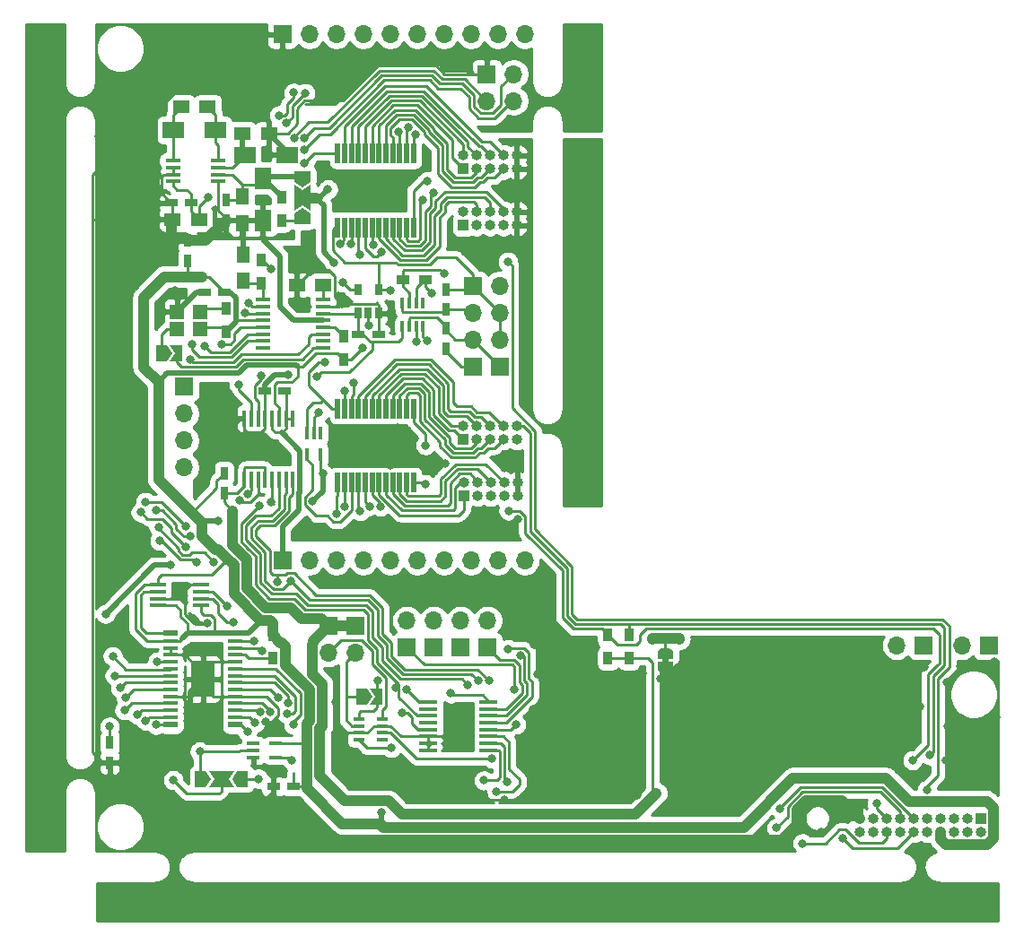
<source format=gtl>
G04 #@! TF.GenerationSoftware,KiCad,Pcbnew,(5.1.6-0-10_14)*
G04 #@! TF.CreationDate,2021-06-29T11:57:39+09:00*
G04 #@! TF.ProjectId,qPCR-photosensing,71504352-2d70-4686-9f74-6f73656e7369,rev?*
G04 #@! TF.SameCoordinates,Original*
G04 #@! TF.FileFunction,Copper,L1,Top*
G04 #@! TF.FilePolarity,Positive*
%FSLAX46Y46*%
G04 Gerber Fmt 4.6, Leading zero omitted, Abs format (unit mm)*
G04 Created by KiCad (PCBNEW (5.1.6-0-10_14)) date 2021-06-29 11:57:39*
%MOMM*%
%LPD*%
G01*
G04 APERTURE LIST*
G04 #@! TA.AperFunction,EtchedComponent*
%ADD10C,0.100000*%
G04 #@! TD*
G04 #@! TA.AperFunction,ComponentPad*
%ADD11O,1.700000X1.700000*%
G04 #@! TD*
G04 #@! TA.AperFunction,ComponentPad*
%ADD12R,1.700000X1.700000*%
G04 #@! TD*
G04 #@! TA.AperFunction,SMDPad,CuDef*
%ADD13R,1.676400X0.355600*%
G04 #@! TD*
G04 #@! TA.AperFunction,SMDPad,CuDef*
%ADD14R,0.410000X1.570000*%
G04 #@! TD*
G04 #@! TA.AperFunction,SMDPad,CuDef*
%ADD15R,0.750000X1.200000*%
G04 #@! TD*
G04 #@! TA.AperFunction,SMDPad,CuDef*
%ADD16R,1.350000X0.600000*%
G04 #@! TD*
G04 #@! TA.AperFunction,SMDPad,CuDef*
%ADD17R,1.350000X0.400000*%
G04 #@! TD*
G04 #@! TA.AperFunction,Conductor*
%ADD18R,2.200000X3.400000*%
G04 #@! TD*
G04 #@! TA.AperFunction,SMDPad,CuDef*
%ADD19C,0.100000*%
G04 #@! TD*
G04 #@! TA.AperFunction,SMDPad,CuDef*
%ADD20R,0.900000X1.200000*%
G04 #@! TD*
G04 #@! TA.AperFunction,SMDPad,CuDef*
%ADD21R,1.400000X1.400000*%
G04 #@! TD*
G04 #@! TA.AperFunction,SMDPad,CuDef*
%ADD22R,1.200000X0.750000*%
G04 #@! TD*
G04 #@! TA.AperFunction,SMDPad,CuDef*
%ADD23R,1.250000X1.500000*%
G04 #@! TD*
G04 #@! TA.AperFunction,SMDPad,CuDef*
%ADD24R,1.500000X1.250000*%
G04 #@! TD*
G04 #@! TA.AperFunction,SMDPad,CuDef*
%ADD25R,2.000000X1.600000*%
G04 #@! TD*
G04 #@! TA.AperFunction,SMDPad,CuDef*
%ADD26R,1.600000X2.000000*%
G04 #@! TD*
G04 #@! TA.AperFunction,Conductor*
%ADD27C,0.100000*%
G04 #@! TD*
G04 #@! TA.AperFunction,SMDPad,CuDef*
%ADD28R,1.200000X0.900000*%
G04 #@! TD*
G04 #@! TA.AperFunction,SMDPad,CuDef*
%ADD29R,1.473200X0.355600*%
G04 #@! TD*
G04 #@! TA.AperFunction,SMDPad,CuDef*
%ADD30R,0.480000X1.900000*%
G04 #@! TD*
G04 #@! TA.AperFunction,SMDPad,CuDef*
%ADD31R,1.470000X0.400000*%
G04 #@! TD*
G04 #@! TA.AperFunction,SMDPad,CuDef*
%ADD32R,1.524000X0.457200*%
G04 #@! TD*
G04 #@! TA.AperFunction,SMDPad,CuDef*
%ADD33R,0.650000X1.060000*%
G04 #@! TD*
G04 #@! TA.AperFunction,SMDPad,CuDef*
%ADD34R,0.355600X1.168400*%
G04 #@! TD*
G04 #@! TA.AperFunction,SMDPad,CuDef*
%ADD35R,1.168400X0.355600*%
G04 #@! TD*
G04 #@! TA.AperFunction,SMDPad,CuDef*
%ADD36R,0.400000X1.060000*%
G04 #@! TD*
G04 #@! TA.AperFunction,SMDPad,CuDef*
%ADD37R,1.060000X0.400000*%
G04 #@! TD*
G04 #@! TA.AperFunction,ComponentPad*
%ADD38O,1.000000X1.000000*%
G04 #@! TD*
G04 #@! TA.AperFunction,ComponentPad*
%ADD39R,1.000000X1.000000*%
G04 #@! TD*
G04 #@! TA.AperFunction,ViaPad*
%ADD40C,0.800000*%
G04 #@! TD*
G04 #@! TA.AperFunction,Conductor*
%ADD41C,0.250000*%
G04 #@! TD*
G04 #@! TA.AperFunction,Conductor*
%ADD42C,0.508000*%
G04 #@! TD*
G04 #@! TA.AperFunction,Conductor*
%ADD43C,1.016000*%
G04 #@! TD*
G04 #@! TA.AperFunction,Conductor*
%ADD44C,0.254000*%
G04 #@! TD*
G04 APERTURE END LIST*
D10*
G36*
X128130000Y-110040000D02*
G01*
X128130000Y-110540000D01*
X128730000Y-110540000D01*
X128730000Y-110040000D01*
X128130000Y-110040000D01*
G37*
D11*
X115160000Y-100849500D03*
X112620000Y-100849500D03*
X110080000Y-100849500D03*
X107540000Y-100849500D03*
X105000000Y-100849500D03*
X102460000Y-100849500D03*
X99920000Y-100849500D03*
X97380000Y-100849500D03*
X94840000Y-100849500D03*
D12*
X92300000Y-100849500D03*
D13*
X111719400Y-114225001D03*
X111719400Y-114875002D03*
X111719400Y-115525001D03*
X111719400Y-116175002D03*
X111719400Y-116825001D03*
X111719400Y-117474999D03*
X111719400Y-118125001D03*
X111719400Y-118774999D03*
X106080600Y-118774999D03*
X106080600Y-118124998D03*
X106080600Y-117474999D03*
X106080600Y-116824998D03*
X106080600Y-116174999D03*
X106080600Y-115525001D03*
X106080600Y-114874999D03*
X106080600Y-114225001D03*
D14*
X93275000Y-87450000D03*
X92625000Y-87450000D03*
X91975000Y-87450000D03*
X91325000Y-87450000D03*
X90675000Y-87450000D03*
X90025000Y-87450000D03*
X89375000Y-87450000D03*
X88725000Y-87450000D03*
X88725000Y-93190000D03*
X89375000Y-93190000D03*
X90025000Y-93190000D03*
X90675000Y-93190000D03*
X91325000Y-93190000D03*
X91975000Y-93190000D03*
X92625000Y-93190000D03*
X93275000Y-93190000D03*
D12*
X152800000Y-108870000D03*
D11*
X150260000Y-108870000D03*
D15*
X86800000Y-92620000D03*
X86800000Y-94520000D03*
D16*
X87850000Y-107725000D03*
X81750000Y-107725000D03*
D17*
X87850000Y-108475000D03*
X81750000Y-108475000D03*
X87850000Y-109125000D03*
X81750000Y-109125000D03*
X87850000Y-109775000D03*
X81750000Y-109775000D03*
X87850000Y-110425000D03*
X81750000Y-110425000D03*
X87850000Y-111075000D03*
X81750000Y-111075000D03*
X87850000Y-111725000D03*
X81750000Y-111725000D03*
X87850000Y-112375000D03*
X81750000Y-112375000D03*
X87850000Y-113025000D03*
X81750000Y-113025000D03*
X87850000Y-113675000D03*
X81750000Y-113675000D03*
X87850000Y-114325000D03*
X81750000Y-114325000D03*
X87850000Y-114975000D03*
X81750000Y-114975000D03*
X87850000Y-115625000D03*
X81750000Y-115625000D03*
D16*
X87850000Y-116375000D03*
X81750000Y-116375000D03*
D18*
X84800000Y-112050000D03*
G04 #@! TA.AperFunction,SMDPad,CuDef*
D19*
G36*
X81875000Y-81270000D02*
G01*
X81375000Y-82020000D01*
X80375000Y-82020000D01*
X80375000Y-80520000D01*
X81375000Y-80520000D01*
X81875000Y-81270000D01*
G37*
G04 #@! TD.AperFunction*
G04 #@! TA.AperFunction,SMDPad,CuDef*
G36*
X82825000Y-82020000D02*
G01*
X81675000Y-82020000D01*
X82175000Y-81270000D01*
X81675000Y-80520000D01*
X82825000Y-80520000D01*
X82825000Y-82020000D01*
G37*
G04 #@! TD.AperFunction*
D20*
X87000000Y-79250000D03*
X87000000Y-77050000D03*
D21*
X84570000Y-77360000D03*
X82370000Y-77360000D03*
X82370000Y-78960000D03*
X84570000Y-78960000D03*
D22*
X84950000Y-75500000D03*
X86850000Y-75500000D03*
D23*
X88600000Y-74450000D03*
X88600000Y-71950000D03*
D24*
X93650000Y-74850000D03*
X96150000Y-74850000D03*
D15*
X107696000Y-78930000D03*
X107696000Y-80830000D03*
X107696000Y-77150000D03*
X107696000Y-75250000D03*
D22*
X99450000Y-79500000D03*
X101350000Y-79500000D03*
D15*
X83320000Y-70660000D03*
X83320000Y-72560000D03*
D24*
X84450000Y-68650000D03*
X81950000Y-68650000D03*
D25*
X82000000Y-60200000D03*
X86000000Y-60200000D03*
X92750000Y-62550000D03*
X88750000Y-62550000D03*
D23*
X88500000Y-66500000D03*
X88500000Y-69000000D03*
D26*
X90450000Y-64750000D03*
X90450000Y-68750000D03*
D20*
X92200000Y-68750000D03*
X92200000Y-66550000D03*
D12*
X92300000Y-51150500D03*
D11*
X94840000Y-51150500D03*
X97380000Y-51150500D03*
X99920000Y-51150500D03*
X102460000Y-51150500D03*
X105000000Y-51150500D03*
X107540000Y-51150500D03*
X110080000Y-51150500D03*
X112620000Y-51150500D03*
X115160000Y-51150500D03*
G04 #@! TA.AperFunction,SMDPad,CuDef*
D19*
G36*
X94200000Y-67600000D02*
G01*
X94950000Y-68100000D01*
X94950000Y-69100000D01*
X93450000Y-69100000D01*
X93450000Y-68100000D01*
X94200000Y-67600000D01*
G37*
G04 #@! TD.AperFunction*
G04 #@! TA.AperFunction,Conductor*
D27*
G36*
X94200000Y-67300000D02*
G01*
X93450000Y-67800000D01*
X93450000Y-65400000D01*
X94200000Y-65900000D01*
X94950000Y-65400000D01*
X94950000Y-67800000D01*
X94200000Y-67300000D01*
G37*
G04 #@! TD.AperFunction*
G04 #@! TA.AperFunction,SMDPad,CuDef*
D19*
G36*
X94200000Y-65600000D02*
G01*
X93450000Y-65100000D01*
X93450000Y-64100000D01*
X94950000Y-64100000D01*
X94950000Y-65100000D01*
X94200000Y-65600000D01*
G37*
G04 #@! TD.AperFunction*
G04 #@! TA.AperFunction,SMDPad,CuDef*
G36*
X85550000Y-121500000D02*
G01*
X85050000Y-122250000D01*
X84050000Y-122250000D01*
X84050000Y-120750000D01*
X85050000Y-120750000D01*
X85550000Y-121500000D01*
G37*
G04 #@! TD.AperFunction*
G04 #@! TA.AperFunction,Conductor*
D27*
G36*
X87250000Y-121500000D02*
G01*
X87750000Y-122250000D01*
X85350000Y-122250000D01*
X85850000Y-121500000D01*
X85350000Y-120750000D01*
X87750000Y-120750000D01*
X87250000Y-121500000D01*
G37*
G04 #@! TD.AperFunction*
G04 #@! TA.AperFunction,SMDPad,CuDef*
D19*
G36*
X87550000Y-121500000D02*
G01*
X88050000Y-120750000D01*
X89050000Y-120750000D01*
X89050000Y-122250000D01*
X88050000Y-122250000D01*
X87550000Y-121500000D01*
G37*
G04 #@! TD.AperFunction*
G04 #@! TA.AperFunction,SMDPad,CuDef*
G36*
X101710000Y-114480000D02*
G01*
X100560000Y-114480000D01*
X101060000Y-113730000D01*
X100560000Y-112980000D01*
X101710000Y-112980000D01*
X101710000Y-114480000D01*
G37*
G04 #@! TD.AperFunction*
G04 #@! TA.AperFunction,SMDPad,CuDef*
G36*
X100760000Y-113730000D02*
G01*
X100260000Y-114480000D01*
X99260000Y-114480000D01*
X99260000Y-112980000D01*
X100260000Y-112980000D01*
X100760000Y-113730000D01*
G37*
G04 #@! TD.AperFunction*
D20*
X90300000Y-74700000D03*
X90300000Y-72500000D03*
X98100000Y-81900000D03*
X98100000Y-79700000D03*
D28*
X105830000Y-74340000D03*
X103630000Y-74340000D03*
D20*
X91400000Y-107900000D03*
X91400000Y-110100000D03*
D29*
X90480600Y-80774999D03*
X90480600Y-80124998D03*
X90480600Y-79474999D03*
X90480600Y-78824998D03*
X90480600Y-78174999D03*
X90480600Y-77525001D03*
X90480600Y-76874999D03*
X90480600Y-76225001D03*
X96119400Y-76225001D03*
X96119400Y-76875002D03*
X96119400Y-77525001D03*
X96119400Y-78175002D03*
X96119400Y-78825001D03*
X96119400Y-79474999D03*
X96119400Y-80125001D03*
X96119400Y-80774999D03*
D30*
X104675000Y-86495000D03*
X104025000Y-86495000D03*
X103375000Y-86495000D03*
X102725000Y-86495000D03*
X102075000Y-86495000D03*
X101425000Y-86495000D03*
X100775000Y-86495000D03*
X100125000Y-86495000D03*
X99475000Y-86495000D03*
X98825000Y-86495000D03*
X98175000Y-86495000D03*
X97525000Y-86495000D03*
X97525000Y-93505000D03*
X98175000Y-93505000D03*
X98825000Y-93505000D03*
X99475000Y-93505000D03*
X100125000Y-93505000D03*
X100775000Y-93505000D03*
X101425000Y-93505000D03*
X102075000Y-93505000D03*
X102725000Y-93505000D03*
X103375000Y-93505000D03*
X104025000Y-93505000D03*
X104675000Y-93505000D03*
D31*
X86270001Y-63100001D03*
X86270001Y-63750001D03*
X86270001Y-64400001D03*
X86270001Y-65050001D03*
X81970001Y-65050001D03*
X81970001Y-64400001D03*
X81970001Y-63750001D03*
X81970001Y-63100001D03*
D32*
X80536400Y-105114999D03*
X80536400Y-104465001D03*
X80536400Y-103814999D03*
X80536400Y-103165001D03*
X84623600Y-103165001D03*
X84623600Y-103814999D03*
X84623600Y-104465001D03*
X84623600Y-105114999D03*
D30*
X97525000Y-62395000D03*
X98175000Y-62395000D03*
X98825000Y-62395000D03*
X99475000Y-62395000D03*
X100125000Y-62395000D03*
X100775000Y-62395000D03*
X101425000Y-62395000D03*
X102075000Y-62395000D03*
X102725000Y-62395000D03*
X103375000Y-62395000D03*
X104025000Y-62395000D03*
X104675000Y-62395000D03*
X104675000Y-69405000D03*
X104025000Y-69405000D03*
X103375000Y-69405000D03*
X102725000Y-69405000D03*
X102075000Y-69405000D03*
X101425000Y-69405000D03*
X100775000Y-69405000D03*
X100125000Y-69405000D03*
X99475000Y-69405000D03*
X98825000Y-69405000D03*
X98175000Y-69405000D03*
X97525000Y-69405000D03*
D12*
X104040000Y-109070000D03*
D11*
X104040000Y-106530000D03*
X106580000Y-106530000D03*
D12*
X106580000Y-109070000D03*
X109120000Y-109070000D03*
D11*
X109120000Y-106530000D03*
X111660000Y-106530000D03*
D12*
X111660000Y-109070000D03*
D11*
X156380000Y-108870000D03*
D12*
X158920000Y-108870000D03*
X83020000Y-84460000D03*
D11*
X83020000Y-87000000D03*
X83020000Y-89540000D03*
X83020000Y-92080000D03*
X112776000Y-74930000D03*
X112776000Y-77470000D03*
X112776000Y-80010000D03*
D12*
X112776000Y-82550000D03*
D22*
X81800000Y-67100000D03*
X83700000Y-67100000D03*
D24*
X82750000Y-58000000D03*
X85250000Y-58000000D03*
D15*
X86950000Y-66850000D03*
X86950000Y-68750000D03*
D24*
X91024999Y-60554999D03*
X88524999Y-60554999D03*
D22*
X91450000Y-122200000D03*
X93350000Y-122200000D03*
D15*
X76000000Y-118050000D03*
X76000000Y-119950000D03*
D22*
X90600000Y-84870000D03*
X92500000Y-84870000D03*
D33*
X99450000Y-75300000D03*
X101350000Y-75300000D03*
X101350000Y-77500000D03*
X100400000Y-77500000D03*
X99450000Y-77500000D03*
D34*
X95899999Y-90891400D03*
X94600001Y-90891400D03*
X94600001Y-88808600D03*
X95250000Y-88808600D03*
X95899999Y-88808600D03*
D35*
X89538600Y-118130001D03*
X89538600Y-118780000D03*
X89538600Y-119429999D03*
X91621400Y-119429999D03*
X91621400Y-118130001D03*
D36*
X103610000Y-78760000D03*
X104260000Y-78760000D03*
X104920000Y-78760000D03*
X105570000Y-78760000D03*
X105570000Y-76560000D03*
X104920000Y-76560000D03*
X104260000Y-76560000D03*
X103610000Y-76560000D03*
D37*
X101700000Y-115820000D03*
X101700000Y-116470000D03*
X101700000Y-117130000D03*
X101700000Y-117780000D03*
X99500000Y-117780000D03*
X99500000Y-117130000D03*
X99500000Y-116470000D03*
X99500000Y-115820000D03*
D11*
X110236000Y-80010000D03*
D12*
X110236000Y-82550000D03*
X110236000Y-74930000D03*
D11*
X110236000Y-77470000D03*
X99200000Y-109540000D03*
D12*
X99200000Y-107000000D03*
X96660000Y-107000000D03*
D11*
X96660000Y-109540000D03*
D38*
X146770000Y-126470000D03*
X146770000Y-125200000D03*
X148040000Y-126470000D03*
X148040000Y-125200000D03*
X149310000Y-126470000D03*
X149310000Y-125200000D03*
X150580000Y-126470000D03*
X150580000Y-125200000D03*
X151850000Y-126470000D03*
X151850000Y-125200000D03*
X153120000Y-126470000D03*
X153120000Y-125200000D03*
X154390000Y-126470000D03*
X154390000Y-125200000D03*
X155660000Y-126470000D03*
X155660000Y-125200000D03*
X156930000Y-126470000D03*
X156930000Y-125200000D03*
X158200000Y-126470000D03*
D39*
X158200000Y-125200000D03*
G04 #@! TA.AperFunction,SMDPad,CuDef*
D19*
G36*
X127680602Y-109640000D02*
G01*
X127680602Y-109615466D01*
X127685412Y-109566635D01*
X127694984Y-109518510D01*
X127709228Y-109471555D01*
X127728005Y-109426222D01*
X127751136Y-109382949D01*
X127778396Y-109342150D01*
X127809524Y-109304221D01*
X127844221Y-109269524D01*
X127882150Y-109238396D01*
X127922949Y-109211136D01*
X127966222Y-109188005D01*
X128011555Y-109169228D01*
X128058510Y-109154984D01*
X128106635Y-109145412D01*
X128155466Y-109140602D01*
X128180000Y-109140602D01*
X128180000Y-109140000D01*
X128680000Y-109140000D01*
X128680000Y-109140602D01*
X128704534Y-109140602D01*
X128753365Y-109145412D01*
X128801490Y-109154984D01*
X128848445Y-109169228D01*
X128893778Y-109188005D01*
X128937051Y-109211136D01*
X128977850Y-109238396D01*
X129015779Y-109269524D01*
X129050476Y-109304221D01*
X129081604Y-109342150D01*
X129108864Y-109382949D01*
X129131995Y-109426222D01*
X129150772Y-109471555D01*
X129165016Y-109518510D01*
X129174588Y-109566635D01*
X129179398Y-109615466D01*
X129179398Y-109640000D01*
X129180000Y-109640000D01*
X129180000Y-110140000D01*
X127680000Y-110140000D01*
X127680000Y-109640000D01*
X127680602Y-109640000D01*
G37*
G04 #@! TD.AperFunction*
G04 #@! TA.AperFunction,SMDPad,CuDef*
G36*
X129180000Y-110440000D02*
G01*
X129180000Y-110940000D01*
X129179398Y-110940000D01*
X129179398Y-110964534D01*
X129174588Y-111013365D01*
X129165016Y-111061490D01*
X129150772Y-111108445D01*
X129131995Y-111153778D01*
X129108864Y-111197051D01*
X129081604Y-111237850D01*
X129050476Y-111275779D01*
X129015779Y-111310476D01*
X128977850Y-111341604D01*
X128937051Y-111368864D01*
X128893778Y-111391995D01*
X128848445Y-111410772D01*
X128801490Y-111425016D01*
X128753365Y-111434588D01*
X128704534Y-111439398D01*
X128680000Y-111439398D01*
X128680000Y-111440000D01*
X128180000Y-111440000D01*
X128180000Y-111439398D01*
X128155466Y-111439398D01*
X128106635Y-111434588D01*
X128058510Y-111425016D01*
X128011555Y-111410772D01*
X127966222Y-111391995D01*
X127922949Y-111368864D01*
X127882150Y-111341604D01*
X127844221Y-111310476D01*
X127809524Y-111275779D01*
X127778396Y-111237850D01*
X127751136Y-111197051D01*
X127728005Y-111153778D01*
X127709228Y-111108445D01*
X127694984Y-111061490D01*
X127685412Y-111013365D01*
X127680602Y-110964534D01*
X127680602Y-110940000D01*
X127680000Y-110940000D01*
X127680000Y-110440000D01*
X129180000Y-110440000D01*
G37*
G04 #@! TD.AperFunction*
D11*
X114110000Y-57460000D03*
X114110000Y-54920000D03*
X111570000Y-57460000D03*
D12*
X111570000Y-54920000D03*
D39*
X109340000Y-89405000D03*
D38*
X109340000Y-88135000D03*
X110610000Y-89405000D03*
X110610000Y-88135000D03*
X111880000Y-89405000D03*
X111880000Y-88135000D03*
X113150000Y-89405000D03*
X113150000Y-88135000D03*
X114420000Y-89405000D03*
X114420000Y-88135000D03*
X114490000Y-93469000D03*
X114490000Y-94739000D03*
X113220000Y-93469000D03*
X113220000Y-94739000D03*
X111950000Y-93469000D03*
X111950000Y-94739000D03*
X110680000Y-93469000D03*
X110680000Y-94739000D03*
X109410000Y-93469000D03*
D39*
X109410000Y-94739000D03*
X109340000Y-63865000D03*
D38*
X109340000Y-62595000D03*
X110610000Y-63865000D03*
X110610000Y-62595000D03*
X111880000Y-63865000D03*
X111880000Y-62595000D03*
X113150000Y-63865000D03*
X113150000Y-62595000D03*
X114420000Y-63865000D03*
X114420000Y-62595000D03*
X114420000Y-67929000D03*
X114420000Y-69199000D03*
X113150000Y-67929000D03*
X113150000Y-69199000D03*
X111880000Y-67929000D03*
X111880000Y-69199000D03*
X110610000Y-67929000D03*
X110610000Y-69199000D03*
X109340000Y-67929000D03*
D39*
X109340000Y-69199000D03*
D20*
X123000000Y-107900000D03*
X123000000Y-110100000D03*
X125000000Y-107900000D03*
X125000000Y-110100000D03*
D40*
X90717794Y-116073740D03*
X82200000Y-75400000D03*
X81800000Y-70400000D03*
X97508000Y-117800000D03*
X91600000Y-120600000D03*
X84925000Y-109400000D03*
X93710000Y-124020000D03*
X90332978Y-124002978D03*
X81600000Y-71920000D03*
X85200000Y-106800000D03*
X85480000Y-115430000D03*
X87450000Y-123950000D03*
X77550000Y-117910000D03*
X78990000Y-118980000D03*
X79470000Y-121020000D03*
X75390000Y-123160000D03*
X79090000Y-123650000D03*
X75340000Y-115300000D03*
X82870000Y-127920000D03*
X79580000Y-127230000D03*
X97850000Y-120010000D03*
X99510000Y-122120000D03*
X102420000Y-120280000D03*
X104620000Y-123260000D03*
X108930000Y-120720000D03*
X107780000Y-122530000D03*
X106420000Y-121190000D03*
X97360000Y-114210000D03*
X144300000Y-125010000D03*
X143160000Y-126540000D03*
X159560000Y-122540000D03*
X108210000Y-115190000D03*
X109500000Y-118180000D03*
X109440000Y-123430000D03*
X113260000Y-123490000D03*
X82790000Y-51070000D03*
X80030000Y-53310000D03*
X77320000Y-55470000D03*
X75190000Y-57100000D03*
X74940000Y-60830000D03*
X75050000Y-66170000D03*
X127950000Y-111990000D03*
X126250000Y-111490000D03*
X154910000Y-119710000D03*
X154950000Y-112330000D03*
X156230000Y-110820000D03*
X159450000Y-110420000D03*
X159600000Y-115700000D03*
X155070000Y-116520000D03*
X159260000Y-118990000D03*
X157210000Y-118270000D03*
X152220000Y-117750000D03*
X116000000Y-108840000D03*
X118510000Y-110200000D03*
X121460000Y-110740000D03*
X116410000Y-111600000D03*
X115970000Y-114910000D03*
X115060000Y-117470000D03*
X116920000Y-119430000D03*
X122140000Y-123050000D03*
X125730000Y-123050000D03*
X128360000Y-121540000D03*
X134640000Y-121610000D03*
X150250000Y-119400000D03*
X152830000Y-110890000D03*
X148370000Y-110640000D03*
X141360000Y-110660000D03*
X135390000Y-110690000D03*
X130360000Y-110690000D03*
X119390000Y-112950000D03*
X118680000Y-116640000D03*
X122710000Y-113320000D03*
X126060000Y-112840000D03*
X123270000Y-116380000D03*
X120880000Y-119300000D03*
X125820000Y-118900000D03*
X123710000Y-121070000D03*
X128280000Y-118000000D03*
X128310000Y-114570000D03*
X130850000Y-113170000D03*
X136210000Y-113560000D03*
X133010000Y-112030000D03*
X138660000Y-111860000D03*
X141490000Y-113020000D03*
X145010000Y-111590000D03*
X148120000Y-112850000D03*
X151040000Y-112340000D03*
X152400000Y-114630000D03*
X150320000Y-115140000D03*
X146680000Y-119690000D03*
X141440000Y-119660000D03*
X136960000Y-119600000D03*
X139190000Y-116560000D03*
X144210000Y-116350000D03*
X148400000Y-117490000D03*
X146230000Y-114120000D03*
X141740000Y-115350000D03*
X138460000Y-114210000D03*
X136060000Y-116530000D03*
X133620000Y-114640000D03*
X130760000Y-115920000D03*
X134100000Y-118100000D03*
X131370000Y-121250000D03*
X131370000Y-118390000D03*
X88241204Y-95203700D03*
X87880000Y-89130000D03*
X92840000Y-83283032D03*
X97892383Y-76588373D03*
X102800000Y-89620000D03*
X101460000Y-88690000D03*
X101540000Y-90720000D03*
X99960000Y-89640000D03*
X98340000Y-88690000D03*
X98970000Y-91100000D03*
X97430000Y-90130000D03*
X103530000Y-65990000D03*
X100850000Y-66030000D03*
X98590000Y-66050000D03*
X104230000Y-64540000D03*
X101990000Y-64960000D03*
X99950000Y-64740000D03*
X97880000Y-64560000D03*
X91890000Y-90880000D03*
X89450000Y-90170000D03*
X86930000Y-87930000D03*
X86360000Y-90780000D03*
X129760000Y-108250000D03*
X127210000Y-108250000D03*
X98490000Y-98050000D03*
X103170000Y-88300000D03*
X104130000Y-90930000D03*
X102510000Y-91910000D03*
X105930000Y-91810000D03*
X107670000Y-91660000D03*
X114180000Y-90870000D03*
X113210000Y-92150000D03*
X102920000Y-97900000D03*
X106950000Y-97920000D03*
X111260000Y-97920000D03*
X114480000Y-96960000D03*
X113730000Y-98140000D03*
X102520000Y-75370000D03*
X105800000Y-89980000D03*
X95570000Y-83490000D03*
X96100000Y-92650000D03*
X85300000Y-66550000D03*
X84700000Y-74050000D03*
X91200000Y-73300000D03*
X94400000Y-63300000D03*
X95160000Y-95230000D03*
X91250000Y-95360000D03*
X86260000Y-97110000D03*
X102553540Y-118552800D03*
X101600000Y-124666001D03*
X108200000Y-113400000D03*
X98000000Y-74600006D03*
X105820000Y-93660000D03*
X99899998Y-80750000D03*
X105937954Y-80106029D03*
X76000000Y-116550000D03*
X81725000Y-101269217D03*
X75605561Y-105900866D03*
X101613874Y-71735154D03*
X106410000Y-75600000D03*
X113560000Y-72630000D03*
X153130000Y-122492000D03*
X112060000Y-119552801D03*
X89649998Y-108450000D03*
X87080000Y-105160000D03*
X110766724Y-112217335D03*
X93060000Y-102800000D03*
X90359676Y-109375000D03*
X87650000Y-106650000D03*
X111787347Y-112212653D03*
X91810000Y-102840000D03*
X109793947Y-112575021D03*
X148390000Y-123820000D03*
X103237279Y-60357140D03*
X83200000Y-99600000D03*
X141363553Y-127563553D03*
X78925080Y-96300000D03*
X95750160Y-86875160D03*
X83200000Y-97600000D03*
X79375090Y-95326180D03*
X138910000Y-126110000D03*
X99010000Y-84110000D03*
X106540000Y-66100000D03*
X112500000Y-122680000D03*
X83600000Y-98600000D03*
X80375081Y-96100000D03*
X98174995Y-84825005D03*
X105570000Y-66850000D03*
X113530000Y-121800000D03*
X92000000Y-58820000D03*
X93350000Y-56681490D03*
X104150001Y-59948554D03*
X80600000Y-97675000D03*
X85800000Y-101000000D03*
X139240000Y-124260000D03*
X98162480Y-95725000D03*
X111300000Y-121620000D03*
X127580000Y-122850000D03*
X89106911Y-76512841D03*
X88192872Y-84254010D03*
X88758001Y-77449999D03*
X90255565Y-83369300D03*
X76285000Y-109885000D03*
X76455000Y-111725000D03*
X76997026Y-112884534D03*
X77499861Y-113772908D03*
X77400000Y-115000000D03*
X78600000Y-115400000D03*
X79400000Y-116000000D03*
X80375012Y-116375000D03*
X93330000Y-116340000D03*
X92720000Y-115350000D03*
X92795506Y-114325681D03*
X91911403Y-113773133D03*
X91174901Y-115142191D03*
X90175010Y-115157067D03*
X89725000Y-116193593D03*
X89000000Y-117000000D03*
X100416854Y-78625985D03*
X107530000Y-73740000D03*
X97150905Y-72699096D03*
X96600000Y-65799992D03*
X105990000Y-65020000D03*
X96320000Y-82100000D03*
X104940000Y-80170000D03*
X84500000Y-118900000D03*
X86600000Y-80450002D03*
X82000000Y-121600000D03*
X80494946Y-110425000D03*
X90040000Y-121480000D03*
X93200000Y-119746000D03*
X89032017Y-94589660D03*
X90150000Y-95676935D03*
X101310010Y-112230000D03*
X102990000Y-112910000D03*
X94350002Y-62030000D03*
X83600000Y-81850002D03*
X94396745Y-60957951D03*
X85000000Y-80599994D03*
X93392653Y-60982653D03*
X83800000Y-80400000D03*
X114784346Y-109857641D03*
X114200000Y-113000000D03*
X114320000Y-116360000D03*
X104000000Y-113025020D03*
X103600000Y-115225000D03*
X113565153Y-109225000D03*
X101534846Y-95765154D03*
X100526961Y-95725000D03*
X99645303Y-96196892D03*
X100865811Y-71071509D03*
X99641761Y-71945375D03*
X98750000Y-70955002D03*
X97750585Y-70989261D03*
X80725120Y-99003839D03*
X84199994Y-101000000D03*
X104856322Y-60656448D03*
X94442653Y-56717347D03*
X97437470Y-96461337D03*
X92680000Y-59570000D03*
X145119297Y-127065604D03*
X113620000Y-96150000D03*
X151760000Y-119709002D03*
X153395000Y-119258992D03*
D41*
X90480600Y-74880600D02*
X90300000Y-74700000D01*
X90480600Y-76225001D02*
X90480600Y-74880600D01*
X88850000Y-74700000D02*
X88600000Y-74450000D01*
X90300000Y-74700000D02*
X88850000Y-74700000D01*
D42*
X84230000Y-75500000D02*
X82370000Y-77360000D01*
X84950000Y-75500000D02*
X84230000Y-75500000D01*
X88250000Y-68750000D02*
X88500000Y-69000000D01*
X86950000Y-68750000D02*
X88250000Y-68750000D01*
X88750000Y-68750000D02*
X88500000Y-69000000D01*
X90450000Y-68750000D02*
X88750000Y-68750000D01*
D41*
X81970001Y-63750001D02*
X81970001Y-64400001D01*
X81950000Y-67250000D02*
X81800000Y-67100000D01*
X81950000Y-68650000D02*
X81950000Y-67250000D01*
X81099999Y-64400001D02*
X81970001Y-64400001D01*
X80910000Y-64590000D02*
X81099999Y-64400001D01*
X80910000Y-66210000D02*
X80910000Y-64590000D01*
X81800000Y-67100000D02*
X80910000Y-66210000D01*
D42*
X92750000Y-62280000D02*
X91024999Y-60554999D01*
X92750000Y-62550000D02*
X92750000Y-62280000D01*
D41*
X74350010Y-73349990D02*
X74350010Y-68649990D01*
X74350010Y-94849990D02*
X74350010Y-73349990D01*
X74350010Y-95970010D02*
X74350010Y-94849990D01*
X90780712Y-113675000D02*
X91899902Y-114794190D01*
X91316354Y-116073740D02*
X90717794Y-116073740D01*
X87850000Y-113675000D02*
X90780712Y-113675000D01*
X91899902Y-115490192D02*
X91316354Y-116073740D01*
X91899902Y-114794190D02*
X91899902Y-115490192D01*
X74350010Y-95970010D02*
X74350010Y-106249990D01*
X74375000Y-109125000D02*
X74350010Y-109100010D01*
X74350010Y-106249990D02*
X74350010Y-109100010D01*
X92625000Y-84995000D02*
X92625000Y-87450000D01*
X92500000Y-84870000D02*
X92625000Y-84995000D01*
X92625000Y-87450000D02*
X93275000Y-87450000D01*
X74350020Y-68650000D02*
X74350010Y-68649990D01*
X81950000Y-68650000D02*
X74350020Y-68650000D01*
X84800000Y-112050000D02*
X84800000Y-112600000D01*
X83725000Y-113675000D02*
X81750000Y-113675000D01*
X84800000Y-112600000D02*
X83725000Y-113675000D01*
X84800000Y-112050000D02*
X84800000Y-111500000D01*
X83075000Y-109775000D02*
X81750000Y-109775000D01*
X84800000Y-111500000D02*
X83075000Y-109775000D01*
X84800000Y-112050000D02*
X84800000Y-111400000D01*
X85775000Y-110425000D02*
X87850000Y-110425000D01*
X84800000Y-111400000D02*
X85775000Y-110425000D01*
X84800000Y-112050000D02*
X84800000Y-112700000D01*
X85775000Y-113675000D02*
X87850000Y-113675000D01*
X84800000Y-112700000D02*
X85775000Y-113675000D01*
X81750000Y-109125000D02*
X81750000Y-109775000D01*
X91325000Y-88485000D02*
X91610000Y-88770000D01*
X91325000Y-87450000D02*
X91325000Y-88485000D01*
X92230002Y-88770000D02*
X92625000Y-88375002D01*
X92625000Y-88375002D02*
X92625000Y-87450000D01*
X91610000Y-88770000D02*
X92230002Y-88770000D01*
X99500000Y-117130000D02*
X100270000Y-117130000D01*
X100930000Y-116470000D02*
X101700000Y-116470000D01*
X100270000Y-117130000D02*
X100930000Y-116470000D01*
X103484999Y-117474999D02*
X106080600Y-117474999D01*
X102480000Y-116470000D02*
X103484999Y-117474999D01*
X101700000Y-116470000D02*
X102480000Y-116470000D01*
X106080600Y-117474999D02*
X106080600Y-118124998D01*
X106080600Y-118774999D02*
X106080600Y-118124998D01*
X88600000Y-69100000D02*
X88500000Y-69000000D01*
D42*
X88600000Y-71950000D02*
X88600000Y-69100000D01*
D41*
X82370000Y-77360000D02*
X82370000Y-75570000D01*
X82370000Y-75570000D02*
X82200000Y-75400000D01*
D42*
X90167978Y-124167978D02*
X90167978Y-127232022D01*
X84800000Y-112050000D02*
X83595990Y-113254010D01*
X91450000Y-122885956D02*
X90332978Y-124002978D01*
X91450000Y-122200000D02*
X91450000Y-122885956D01*
D41*
X86709611Y-117004010D02*
X83595990Y-117004010D01*
D42*
X83595990Y-113254010D02*
X83595990Y-117004010D01*
X89935956Y-124400000D02*
X90167978Y-124167978D01*
X82600000Y-124400000D02*
X89935956Y-124400000D01*
X80800000Y-122600000D02*
X82600000Y-124400000D01*
X80800000Y-119800000D02*
X80800000Y-122600000D01*
X83595990Y-117004010D02*
X80800000Y-119800000D01*
X91450000Y-122200000D02*
X91450000Y-120750000D01*
X91450000Y-120750000D02*
X91600000Y-120600000D01*
D41*
X74350010Y-113538485D02*
X74350007Y-113538482D01*
X74350007Y-113538482D02*
X74350007Y-109100013D01*
X74350007Y-109100013D02*
X74350010Y-109100010D01*
X84925000Y-111925000D02*
X84800000Y-112050000D01*
X84925000Y-109400000D02*
X84925000Y-111925000D01*
X80650000Y-119950000D02*
X80800000Y-119800000D01*
X76000000Y-119950000D02*
X80650000Y-119950000D01*
X74375010Y-118950010D02*
X74375010Y-113538485D01*
X75375000Y-119950000D02*
X74375010Y-118950010D01*
X76000000Y-119950000D02*
X75375000Y-119950000D01*
D43*
X85040000Y-70660000D02*
X86950000Y-68750000D01*
X83320000Y-70660000D02*
X85040000Y-70660000D01*
D41*
X86950000Y-68750000D02*
X86950000Y-68520000D01*
X86249999Y-65070003D02*
X86270001Y-65050001D01*
X86249999Y-67819999D02*
X86249999Y-65070003D01*
X86950000Y-68520000D02*
X86249999Y-67819999D01*
D43*
X83060000Y-70400000D02*
X83320000Y-70660000D01*
X81800000Y-70400000D02*
X83060000Y-70400000D01*
X81800000Y-68800000D02*
X81950000Y-68650000D01*
X81800000Y-70400000D02*
X81800000Y-68800000D01*
D42*
X92054001Y-72124001D02*
X90450000Y-70520000D01*
X92054001Y-76884001D02*
X92054001Y-72124001D01*
X93345002Y-78175002D02*
X92054001Y-76884001D01*
X90450000Y-70520000D02*
X90450000Y-68750000D01*
X96119400Y-78175002D02*
X93345002Y-78175002D01*
X90332978Y-124002978D02*
X90167978Y-124167978D01*
D43*
X90195990Y-127260034D02*
X90167978Y-127232022D01*
D41*
X129690000Y-127170068D02*
X129600034Y-127260034D01*
X89538600Y-119429999D02*
X89538600Y-120008600D01*
X89538600Y-120008600D02*
X89920000Y-120390000D01*
X89920000Y-120390000D02*
X91130000Y-120390000D01*
X91340000Y-120600000D02*
X91600000Y-120600000D01*
X91130000Y-120390000D02*
X91340000Y-120600000D01*
D43*
X145090000Y-123520000D02*
X146770000Y-125200000D01*
X129600034Y-127260034D02*
X139379808Y-127260034D01*
X141710000Y-123520000D02*
X145090000Y-123520000D01*
X140818011Y-124411989D02*
X141710000Y-123520000D01*
X139379808Y-127260034D02*
X140818011Y-125821831D01*
X140818011Y-125821831D02*
X140818011Y-124411989D01*
D41*
X113200000Y-123430000D02*
X113260000Y-123490000D01*
X109440000Y-123430000D02*
X113200000Y-123430000D01*
X108794999Y-117474999D02*
X109500000Y-118180000D01*
X108210000Y-115190000D02*
X108210000Y-117409998D01*
X108210000Y-117409998D02*
X108275001Y-117474999D01*
X108275001Y-117474999D02*
X108794999Y-117474999D01*
X106080600Y-117474999D02*
X108275001Y-117474999D01*
X98178000Y-117130000D02*
X99500000Y-117130000D01*
X98178000Y-117130000D02*
X97508000Y-117800000D01*
X74375010Y-64414988D02*
X74375010Y-68650000D01*
X87639498Y-51150500D02*
X74375010Y-64414988D01*
X87639498Y-51150500D02*
X92300000Y-51150500D01*
D42*
X93934001Y-94338201D02*
X93854010Y-94418192D01*
X93934001Y-90473999D02*
X93934001Y-94338201D01*
X92230002Y-88770000D02*
X93934001Y-90473999D01*
X93854010Y-94605990D02*
X93854010Y-96107652D01*
X93934001Y-94525999D02*
X93854010Y-94605990D01*
X93934001Y-94338201D02*
X93934001Y-94525999D01*
X92300000Y-97661662D02*
X92300000Y-100849500D01*
X93854010Y-96107652D02*
X92300000Y-97661662D01*
D41*
X106771399Y-54149991D02*
X107541408Y-54920000D01*
X107541408Y-54920000D02*
X111570000Y-54920000D01*
X94354062Y-57442348D02*
X97981242Y-57442348D01*
X93730000Y-58066410D02*
X94354062Y-57442348D01*
X93730000Y-58201410D02*
X93730000Y-58066410D01*
X101273600Y-54149990D02*
X106771399Y-54149991D01*
X93715705Y-58215705D02*
X93730000Y-58201410D01*
X97981242Y-57442348D02*
X101273600Y-54149990D01*
X93715705Y-59634295D02*
X93715705Y-58215705D01*
X92795001Y-60554999D02*
X93715705Y-59634295D01*
X91024999Y-60554999D02*
X92795001Y-60554999D01*
X83611600Y-103165001D02*
X84623600Y-103165001D01*
X83120000Y-103656601D02*
X83611600Y-103165001D01*
X83960000Y-106800000D02*
X83120000Y-105960000D01*
X85200000Y-106800000D02*
X83960000Y-106800000D01*
X83055001Y-104465001D02*
X83120000Y-104530000D01*
X80536400Y-104465001D02*
X83055001Y-104465001D01*
X83120000Y-104530000D02*
X83120000Y-103656601D01*
X83120000Y-105960000D02*
X83120000Y-104530000D01*
X128400000Y-127250068D02*
X128409966Y-127260034D01*
D43*
X128409966Y-127260034D02*
X90195990Y-127260034D01*
X129600034Y-127260034D02*
X128409966Y-127260034D01*
D41*
X128430000Y-111510000D02*
X127950000Y-111990000D01*
X128430000Y-110940000D02*
X128430000Y-111510000D01*
X101350000Y-77500000D02*
X101350000Y-79500000D01*
X88725000Y-88485000D02*
X89010000Y-88770000D01*
X88725000Y-87450000D02*
X88725000Y-88485000D01*
X90675000Y-88375002D02*
X90675000Y-87450000D01*
X90280002Y-88770000D02*
X90675000Y-88375002D01*
X89010000Y-88770000D02*
X90280002Y-88770000D01*
X90675000Y-84945000D02*
X90600000Y-84870000D01*
X90675000Y-87450000D02*
X90675000Y-84945000D01*
X89276996Y-95370000D02*
X90025000Y-94621996D01*
X90025000Y-94621996D02*
X90025000Y-93190000D01*
X88710000Y-95370000D02*
X89276996Y-95370000D01*
X88407504Y-95370000D02*
X88241204Y-95203700D01*
X88710000Y-95370000D02*
X88407504Y-95370000D01*
X87880000Y-89130000D02*
X87880000Y-87980000D01*
X88410000Y-87450000D02*
X88725000Y-87450000D01*
X87880000Y-87980000D02*
X88410000Y-87450000D01*
D42*
X91601590Y-83283032D02*
X92840000Y-83283032D01*
X90600000Y-84284622D02*
X91601590Y-83283032D01*
X90600000Y-84870000D02*
X90600000Y-84284622D01*
D41*
X97225001Y-73964999D02*
X97225001Y-75920991D01*
X97225001Y-75920991D02*
X97892383Y-76588373D01*
X96660002Y-73400000D02*
X97225001Y-73964999D01*
X96119400Y-76875002D02*
X97605754Y-76875002D01*
X95100000Y-73400000D02*
X96660002Y-73400000D01*
X93650000Y-74850000D02*
X95100000Y-73400000D01*
X97605754Y-76875002D02*
X97892383Y-76588373D01*
D43*
X129740000Y-108250000D02*
X129760000Y-108270000D01*
X129760000Y-108250000D02*
X128440000Y-108250000D01*
X127230000Y-108250000D02*
X127210000Y-108270000D01*
X128440000Y-108250000D02*
X127230000Y-108250000D01*
D41*
X101350000Y-77460000D02*
X101350000Y-77500000D01*
X101218373Y-76588373D02*
X101350000Y-76720000D01*
X101350000Y-76720000D02*
X101350000Y-77500000D01*
X97892383Y-76588373D02*
X101218373Y-76588373D01*
X128430000Y-108260000D02*
X128440000Y-108250000D01*
X128430000Y-109640000D02*
X128430000Y-108260000D01*
X96119400Y-74880600D02*
X96150000Y-74850000D01*
X96119400Y-76225001D02*
X96119400Y-74880600D01*
X110236000Y-80010000D02*
X112776000Y-82550000D01*
X110170000Y-80076000D02*
X110236000Y-80010000D01*
X110236000Y-80010000D02*
X108600000Y-80010000D01*
X107696000Y-79106000D02*
X107696000Y-78930000D01*
X108600000Y-80010000D02*
X107696000Y-79106000D01*
X107696000Y-78716000D02*
X107696000Y-78930000D01*
X106884999Y-77904999D02*
X107696000Y-78716000D01*
X104335001Y-77904999D02*
X106884999Y-77904999D01*
X104260000Y-77980000D02*
X104335001Y-77904999D01*
X104260000Y-78760000D02*
X104260000Y-77980000D01*
X104675000Y-86495000D02*
X104675000Y-86426907D01*
X97205000Y-69405000D02*
X97525000Y-69405000D01*
X97025584Y-69584416D02*
X97205000Y-69405000D01*
X97025584Y-71548469D02*
X97025584Y-69584416D01*
X98188947Y-72711832D02*
X97025584Y-71548469D01*
X104620046Y-72930045D02*
X103245359Y-72930046D01*
X103245359Y-72930046D02*
X103027145Y-72711832D01*
X104620048Y-72930048D02*
X104620046Y-72930045D01*
X106213898Y-72930048D02*
X104620048Y-72930048D01*
X106921973Y-72221973D02*
X106213898Y-72930048D01*
X101350000Y-72810000D02*
X101251832Y-72711832D01*
X101350000Y-75300000D02*
X101350000Y-72810000D01*
X101251832Y-72711832D02*
X98188947Y-72711832D01*
X103027145Y-72711832D02*
X101251832Y-72711832D01*
X101500000Y-75450000D02*
X101350000Y-75300000D01*
X104675000Y-86495000D02*
X104675000Y-87775000D01*
X110850000Y-75590000D02*
X110454999Y-75194999D01*
X110236000Y-73830000D02*
X110236000Y-74930000D01*
X108627973Y-72221973D02*
X110236000Y-73830000D01*
X106921973Y-72221973D02*
X108627973Y-72221973D01*
X112776000Y-77470000D02*
X110236000Y-74930000D01*
X109916000Y-75250000D02*
X110236000Y-74930000D01*
X107696000Y-75250000D02*
X109916000Y-75250000D01*
X109662000Y-81976000D02*
X110236000Y-82550000D01*
X112776000Y-77470000D02*
X112776000Y-80010000D01*
X105800000Y-88900000D02*
X105800000Y-89980000D01*
X104675000Y-87775000D02*
X105800000Y-88900000D01*
X110236000Y-82550000D02*
X109160000Y-82550000D01*
X107696000Y-81086000D02*
X107696000Y-80830000D01*
X109160000Y-82550000D02*
X107696000Y-81086000D01*
X102450000Y-75300000D02*
X102520000Y-75370000D01*
X101350000Y-75300000D02*
X102450000Y-75300000D01*
X107420999Y-77425001D02*
X107696000Y-77150000D01*
X107430999Y-77415001D02*
X107696000Y-77150000D01*
X103685001Y-77415001D02*
X107430999Y-77415001D01*
X103610000Y-77340000D02*
X103685001Y-77415001D01*
X103610000Y-76560000D02*
X103610000Y-77340000D01*
X109916000Y-77150000D02*
X110236000Y-77470000D01*
X107696000Y-77150000D02*
X109916000Y-77150000D01*
X99450000Y-77500000D02*
X99450000Y-79500000D01*
X99424999Y-77525001D02*
X99450000Y-77500000D01*
X96119400Y-77525001D02*
X99424999Y-77525001D01*
X99450000Y-79500000D02*
X99893004Y-79500000D01*
X99893004Y-79500000D02*
X100593005Y-80200001D01*
X100593005Y-80200001D02*
X100800001Y-80200001D01*
X98619999Y-83090001D02*
X95969999Y-83090001D01*
X95969999Y-83090001D02*
X95570000Y-83490000D01*
X100800001Y-80909999D02*
X98619999Y-83090001D01*
X100800001Y-80200001D02*
X100800001Y-80909999D01*
X100800001Y-80200001D02*
X102609999Y-80200001D01*
X103610000Y-78760000D02*
X103610000Y-79860000D01*
X103269999Y-80200001D02*
X102609999Y-80200001D01*
X103610000Y-79860000D02*
X103269999Y-80200001D01*
X84860000Y-79250000D02*
X84570000Y-78960000D01*
D42*
X86850000Y-75500000D02*
X87350000Y-75500000D01*
X87904001Y-78345999D02*
X87000000Y-79250000D01*
X87350000Y-75500000D02*
X87904001Y-76054001D01*
D41*
X81970001Y-65050001D02*
X81970001Y-65470001D01*
X81970001Y-65470001D02*
X82350000Y-65850000D01*
X82350000Y-65850000D02*
X83300000Y-65850000D01*
X83700000Y-66250000D02*
X83700000Y-67100000D01*
X83300000Y-65850000D02*
X83700000Y-66250000D01*
X83700000Y-67900000D02*
X84450000Y-68650000D01*
X83700000Y-67100000D02*
X83700000Y-67900000D01*
X84450000Y-67400000D02*
X85300000Y-66550000D01*
X84450000Y-68650000D02*
X84450000Y-67400000D01*
D42*
X87904001Y-76054001D02*
X87904001Y-76904001D01*
X87904001Y-76904001D02*
X87904001Y-78345999D01*
D41*
X90300000Y-72500000D02*
X90300000Y-72600000D01*
X90400000Y-72500000D02*
X91200000Y-73300000D01*
X90300000Y-72500000D02*
X90400000Y-72500000D01*
X95305000Y-62395000D02*
X94400000Y-63300000D01*
X97525000Y-62395000D02*
X95305000Y-62395000D01*
X85400000Y-74050000D02*
X84700000Y-74050000D01*
X86850000Y-75500000D02*
X85400000Y-74050000D01*
X88075001Y-78174999D02*
X87904001Y-78345999D01*
X90480600Y-78174999D02*
X88075001Y-78174999D01*
X80600000Y-84000000D02*
X80800000Y-83800000D01*
D43*
X80600000Y-93200000D02*
X80600000Y-84000000D01*
X82600000Y-95200000D02*
X80600000Y-93200000D01*
D41*
X91325000Y-93190000D02*
X91325000Y-94717822D01*
X100272800Y-118552800D02*
X102553540Y-118552800D01*
X99500000Y-117780000D02*
X100272800Y-118552800D01*
D42*
X101600000Y-124666001D02*
X101600000Y-125651982D01*
X101600000Y-125651982D02*
X101525991Y-125725991D01*
D41*
X81750000Y-108475000D02*
X82560002Y-108475000D01*
X82560002Y-108475000D02*
X82850000Y-108185002D01*
X111719400Y-114225001D02*
X111719400Y-114119400D01*
X111719400Y-114119400D02*
X111175010Y-113575010D01*
X108375010Y-113575010D02*
X108200000Y-113400000D01*
X111175010Y-113575010D02*
X108375010Y-113575010D01*
D43*
X94583989Y-122383989D02*
X97925991Y-125725991D01*
X97925991Y-125725991D02*
X101525991Y-125725991D01*
D41*
X94400000Y-122200000D02*
X94583989Y-122383989D01*
X93350000Y-122200000D02*
X94400000Y-122200000D01*
X93350000Y-120950000D02*
X93350000Y-122200000D01*
X83320000Y-72560000D02*
X83320000Y-73840000D01*
X83320000Y-73840000D02*
X83530000Y-74050000D01*
D43*
X83530000Y-74050000D02*
X84700000Y-74050000D01*
D41*
X86099999Y-93990001D02*
X83745000Y-96345000D01*
X86099999Y-93320001D02*
X86099999Y-93990001D01*
X86800000Y-92620000D02*
X86099999Y-93320001D01*
X91325000Y-95355000D02*
X91440000Y-95470000D01*
X91325000Y-94717822D02*
X91325000Y-95355000D01*
X95899999Y-92449999D02*
X96100000Y-92650000D01*
X95899999Y-90891400D02*
X95899999Y-92449999D01*
X87000000Y-79250000D02*
X86580000Y-78830000D01*
X84700000Y-78830000D02*
X84570000Y-78960000D01*
X86580000Y-78830000D02*
X84700000Y-78830000D01*
X91801964Y-84008034D02*
X93188002Y-84008034D01*
X91975000Y-86415000D02*
X91525001Y-85965001D01*
X93743002Y-83453034D02*
X93743002Y-82550000D01*
X91525001Y-85965001D02*
X91525001Y-84284997D01*
X91525001Y-84284997D02*
X91801964Y-84008034D01*
X91975000Y-87450000D02*
X91975000Y-86415000D01*
X93188002Y-84008034D02*
X93743002Y-83453034D01*
D43*
X81150000Y-74050000D02*
X83530000Y-74050000D01*
X79200000Y-76000000D02*
X81150000Y-74050000D01*
X79200000Y-82600000D02*
X79200000Y-76000000D01*
X80600000Y-84000000D02*
X79200000Y-82600000D01*
D41*
X98699994Y-75300000D02*
X98000000Y-74600006D01*
X99450000Y-75300000D02*
X98699994Y-75300000D01*
D43*
X94583989Y-118416011D02*
X94583989Y-122383989D01*
D42*
X87850000Y-107725000D02*
X87875000Y-107725000D01*
X83310002Y-107725000D02*
X82850000Y-108185002D01*
X87850000Y-107725000D02*
X83310002Y-107725000D01*
D41*
X98749998Y-81900000D02*
X99899998Y-80750000D01*
X98100000Y-81900000D02*
X98749998Y-81900000D01*
X94190000Y-82550000D02*
X93743002Y-82550000D01*
X95460000Y-81280000D02*
X94190000Y-82550000D01*
X97480000Y-81280000D02*
X95460000Y-81280000D01*
X98100000Y-81900000D02*
X97480000Y-81280000D01*
D42*
X81444001Y-83155999D02*
X80600000Y-84000000D01*
X88920978Y-82429022D02*
X88194001Y-83155999D01*
X88194001Y-83155999D02*
X81444001Y-83155999D01*
X93622024Y-82429022D02*
X88920978Y-82429022D01*
X93743002Y-82550000D02*
X93622024Y-82429022D01*
X96100000Y-94290000D02*
X96100000Y-92650000D01*
X95160000Y-95230000D02*
X96100000Y-94290000D01*
D41*
X86075000Y-107725000D02*
X86033600Y-107683600D01*
D43*
X84708001Y-98538001D02*
X84708001Y-97308001D01*
X84708001Y-97308001D02*
X84690000Y-97290000D01*
X85960000Y-99790000D02*
X84708001Y-98538001D01*
X84690000Y-97290000D02*
X82600000Y-95200000D01*
D42*
X84870000Y-97110000D02*
X84690000Y-97290000D01*
X86260000Y-97110000D02*
X84870000Y-97110000D01*
D43*
X92101161Y-108601162D02*
X92225564Y-108601162D01*
X92225564Y-108601162D02*
X92558001Y-108933599D01*
X91400000Y-107900000D02*
X92101161Y-108601162D01*
X92558001Y-108933599D02*
X92558001Y-110779947D01*
X92558001Y-110779947D02*
X94833010Y-113054956D01*
X94833010Y-115966990D02*
X94583989Y-116216011D01*
X94833010Y-113054956D02*
X94833010Y-115966990D01*
D41*
X91621400Y-118130001D02*
X94139999Y-118130001D01*
X94139999Y-118130001D02*
X94583989Y-117686011D01*
D43*
X94583989Y-117686011D02*
X94583989Y-118416011D01*
X94583989Y-116216011D02*
X94583989Y-117686011D01*
D41*
X83310002Y-107725000D02*
X83275000Y-107725000D01*
D43*
X87013601Y-100573759D02*
X86229842Y-99790000D01*
X86229842Y-99790000D02*
X85960000Y-99790000D01*
D41*
X104675000Y-93505000D02*
X104675000Y-92925000D01*
X105570000Y-79738075D02*
X105937954Y-80106029D01*
X105570000Y-78760000D02*
X105570000Y-79738075D01*
X105665000Y-93505000D02*
X105820000Y-93660000D01*
X104675000Y-93505000D02*
X105665000Y-93505000D01*
D43*
X87013601Y-100577762D02*
X87725926Y-101290087D01*
X87013601Y-100573759D02*
X87013601Y-100577762D01*
X87725926Y-103999498D02*
X90240467Y-106514039D01*
X87725926Y-101290087D02*
X87725926Y-103999498D01*
X90240467Y-106514039D02*
X91174039Y-106514039D01*
X91400000Y-106740000D02*
X91400000Y-107900000D01*
X91174039Y-106514039D02*
X91400000Y-106740000D01*
D42*
X90240467Y-106595609D02*
X90240467Y-106514039D01*
X89111076Y-107725000D02*
X90240467Y-106595609D01*
X87850000Y-107725000D02*
X89111076Y-107725000D01*
D41*
X84623600Y-105114999D02*
X84623600Y-105733600D01*
X84900000Y-106010000D02*
X85560000Y-106010000D01*
X84623600Y-105733600D02*
X84900000Y-106010000D01*
X85925001Y-107575001D02*
X86033600Y-107683600D01*
X85925001Y-106375001D02*
X85925001Y-107575001D01*
X85560000Y-106010000D02*
X85925001Y-106375001D01*
X80536400Y-103165001D02*
X80536400Y-102573600D01*
X80536400Y-102573600D02*
X80900000Y-102210000D01*
X87013601Y-100859401D02*
X87013601Y-100577762D01*
X85663002Y-102210000D02*
X87013601Y-100859401D01*
X80900000Y-102210000D02*
X85663002Y-102210000D01*
X80536400Y-105114999D02*
X82234989Y-105114999D01*
X82669990Y-105550000D02*
X82669991Y-106146401D01*
X82234989Y-105114999D02*
X82669990Y-105550000D01*
X83310002Y-106786412D02*
X83310002Y-107725000D01*
X82669991Y-106146401D02*
X83310002Y-106786412D01*
X78479990Y-103943600D02*
X78479991Y-107406401D01*
X79258589Y-103165001D02*
X78479990Y-103943600D01*
X80536400Y-103165001D02*
X79258589Y-103165001D01*
X79548590Y-108475000D02*
X81750000Y-108475000D01*
X78479991Y-107406401D02*
X79548590Y-108475000D01*
D43*
X101844023Y-126044023D02*
X101525991Y-125725991D01*
X140456186Y-121403972D02*
X135816134Y-126044024D01*
X135816134Y-126044024D02*
X101844023Y-126044023D01*
X149232022Y-121403972D02*
X140456186Y-121403972D01*
X151428054Y-123600000D02*
X149232022Y-121403972D01*
X158800000Y-123600000D02*
X151428054Y-123600000D01*
X159408001Y-127049841D02*
X159408001Y-124208001D01*
X158779841Y-127678001D02*
X159408001Y-127049841D01*
X154890895Y-127678001D02*
X158779841Y-127678001D01*
X154390000Y-127177106D02*
X154890895Y-127678001D01*
X159408001Y-124208001D02*
X158800000Y-123600000D01*
X154390000Y-126470000D02*
X154390000Y-127177106D01*
D41*
X82000000Y-58750000D02*
X82750000Y-58000000D01*
X82000000Y-60200000D02*
X82000000Y-58750000D01*
X81970001Y-60229999D02*
X82000000Y-60200000D01*
X81970001Y-63100001D02*
X81970001Y-60229999D01*
X86000000Y-58750000D02*
X85250000Y-58000000D01*
X86000000Y-60200000D02*
X86000000Y-58750000D01*
X86000000Y-60200000D02*
X86000000Y-61400000D01*
X86270001Y-61670001D02*
X86270001Y-63100001D01*
X86000000Y-61400000D02*
X86270001Y-61670001D01*
X86270001Y-64400001D02*
X87550001Y-64400001D01*
X88500000Y-65350000D02*
X88500000Y-66500000D01*
X87550001Y-64400001D02*
X88500000Y-65350000D01*
X88150000Y-66850000D02*
X88500000Y-66500000D01*
X86950000Y-66850000D02*
X88150000Y-66850000D01*
X89850000Y-65350000D02*
X90450000Y-64750000D01*
X88500000Y-65350000D02*
X89850000Y-65350000D01*
D42*
X92200000Y-66500000D02*
X90450000Y-64750000D01*
X92200000Y-66550000D02*
X92200000Y-66500000D01*
X90600000Y-64600000D02*
X90450000Y-64750000D01*
X94200000Y-64600000D02*
X90600000Y-64600000D01*
X88524999Y-62324999D02*
X88750000Y-62550000D01*
X88524999Y-60554999D02*
X88524999Y-62324999D01*
D41*
X87549999Y-63750001D02*
X88750000Y-62550000D01*
X86270001Y-63750001D02*
X87549999Y-63750001D01*
X76000000Y-116550000D02*
X76000000Y-118050000D01*
D42*
X80237210Y-101269217D02*
X81725000Y-101269217D01*
X75605561Y-105900866D02*
X80237210Y-101269217D01*
D41*
X101425000Y-94630002D02*
X101425000Y-93505000D01*
X103375036Y-96580038D02*
X101425000Y-94630002D01*
X108909962Y-96580038D02*
X103375036Y-96580038D01*
X109410000Y-96080000D02*
X108909962Y-96580038D01*
X109410000Y-94739000D02*
X109410000Y-96080000D01*
X100125000Y-69405000D02*
X100125000Y-71403308D01*
X100125000Y-71403308D02*
X100856845Y-72135153D01*
X101213875Y-72135153D02*
X101613874Y-71735154D01*
X100856845Y-72135153D02*
X101213875Y-72135153D01*
X94050000Y-68750000D02*
X94200000Y-68600000D01*
X92200000Y-68750000D02*
X94050000Y-68750000D01*
X105830000Y-74340000D02*
X105400000Y-74340000D01*
X105830000Y-74340000D02*
X105690000Y-74340000D01*
X104920000Y-75110000D02*
X104920000Y-76560000D01*
X105690000Y-74340000D02*
X104920000Y-75110000D01*
X105830000Y-75020000D02*
X106410000Y-75600000D01*
X105830000Y-74340000D02*
X105830000Y-75020000D01*
X153130000Y-122180000D02*
X153130000Y-122492000D01*
X154120000Y-111990000D02*
X154120000Y-121190000D01*
X155204999Y-110905001D02*
X154120000Y-111990000D01*
X113959999Y-86453997D02*
X116124990Y-88618988D01*
X154590000Y-106400000D02*
X155204999Y-107014999D01*
X119624990Y-105886676D02*
X120138314Y-106400000D01*
X113959999Y-73029999D02*
X113959999Y-86453997D01*
X116124990Y-97914990D02*
X119624990Y-101414990D01*
X119624990Y-101414990D02*
X119624990Y-105886676D01*
X116124990Y-88618988D02*
X116124990Y-97914990D01*
X155204999Y-107014999D02*
X155204999Y-110905001D01*
X120138314Y-106400000D02*
X154590000Y-106400000D01*
X154120000Y-121190000D02*
X153130000Y-122180000D01*
X113560000Y-72630000D02*
X113959999Y-73029999D01*
X102503590Y-117130000D02*
X101700000Y-117130000D01*
X104926391Y-119552801D02*
X102503590Y-117130000D01*
X112060000Y-119552801D02*
X104926391Y-119552801D01*
X89624998Y-108475000D02*
X89649998Y-108450000D01*
X87850000Y-108475000D02*
X89624998Y-108475000D01*
X94846970Y-104586970D02*
X93060000Y-102800000D01*
X100344792Y-104586970D02*
X94846970Y-104586970D01*
X101275019Y-105517197D02*
X100344792Y-104586970D01*
X101275020Y-107966788D02*
X101275019Y-105517197D01*
X102149991Y-110101403D02*
X102149992Y-108841760D01*
X110766724Y-112217335D02*
X110144420Y-111595031D01*
X102149992Y-108841760D02*
X101275020Y-107966788D01*
X110144420Y-111595031D02*
X103643619Y-111595031D01*
X103643619Y-111595031D02*
X102149991Y-110101403D01*
X92294999Y-103565001D02*
X93060000Y-102800000D01*
X91461999Y-103565001D02*
X92294999Y-103565001D01*
X90674989Y-102777991D02*
X91461999Y-103565001D01*
X89333030Y-98722619D02*
X90674989Y-100064579D01*
X89333030Y-97776970D02*
X89333030Y-98722619D01*
X89390000Y-97720000D02*
X89333030Y-97776970D01*
X91419728Y-97086682D02*
X90013073Y-97086682D01*
X92460000Y-94630000D02*
X92460000Y-96046410D01*
X90013073Y-97086682D02*
X89390000Y-97709755D01*
X92625000Y-94465000D02*
X92460000Y-94630000D01*
X89390000Y-97709755D02*
X89390000Y-97720000D01*
X92460000Y-96046410D02*
X91419728Y-97086682D01*
X90674989Y-100064579D02*
X90674989Y-102777991D01*
X92625000Y-93190000D02*
X92625000Y-94465000D01*
X85734999Y-103814999D02*
X84623600Y-103814999D01*
X87080000Y-105160000D02*
X85734999Y-103814999D01*
X90159677Y-109175001D02*
X90359676Y-109375000D01*
X87900001Y-109175001D02*
X90159677Y-109175001D01*
X87850000Y-109125000D02*
X87900001Y-109175001D01*
X110719715Y-111145021D02*
X111787347Y-112212653D01*
X101725028Y-107780386D02*
X102600000Y-108655358D01*
X101725028Y-105330798D02*
X101725028Y-107780386D01*
X100531193Y-104136961D02*
X101725028Y-105330798D01*
X95469962Y-104136960D02*
X100531193Y-104136961D01*
X93385735Y-102052733D02*
X95469962Y-104136960D01*
X92734265Y-102052733D02*
X93385735Y-102052733D01*
X89783040Y-98536219D02*
X91124999Y-99878180D01*
X102600000Y-109915002D02*
X103830019Y-111145021D01*
X92940000Y-94940000D02*
X92940000Y-96202820D01*
X91124999Y-101964999D02*
X91390000Y-102230000D01*
X90209718Y-97536692D02*
X89783040Y-97963370D01*
X103830019Y-111145021D02*
X110719715Y-111145021D01*
X91606128Y-97536692D02*
X90209718Y-97536692D01*
X92556998Y-102230000D02*
X92734265Y-102052733D01*
X93275000Y-94605000D02*
X92940000Y-94940000D01*
X92940000Y-96202820D02*
X91606128Y-97536692D01*
X91124999Y-99878180D02*
X91124999Y-101964999D01*
X102600000Y-108655358D02*
X102600000Y-109915002D01*
X89783040Y-97963370D02*
X89783040Y-98536219D01*
X93275000Y-93190000D02*
X93275000Y-94605000D01*
X91810000Y-102290000D02*
X91750000Y-102230000D01*
X91810000Y-102840000D02*
X91810000Y-102290000D01*
X91750000Y-102230000D02*
X92556998Y-102230000D01*
X91390000Y-102230000D02*
X91750000Y-102230000D01*
X87084315Y-106650000D02*
X86250000Y-105815685D01*
X87650000Y-106650000D02*
X87084315Y-106650000D01*
X86250000Y-105815685D02*
X86250000Y-104966410D01*
X85748591Y-104465001D02*
X84623600Y-104465001D01*
X86250000Y-104966410D02*
X85748591Y-104465001D01*
X148390000Y-124280000D02*
X148390000Y-123820000D01*
X149310000Y-125200000D02*
X148390000Y-124280000D01*
X100825010Y-105703598D02*
X100158392Y-105036980D01*
X100825011Y-108153189D02*
X100825010Y-105703598D01*
X101699983Y-109028161D02*
X100825011Y-108153189D01*
X109263967Y-112045041D02*
X103457219Y-112045041D01*
X101699982Y-110287804D02*
X101699983Y-109028161D01*
X103457219Y-112045041D02*
X101699982Y-110287804D01*
X109793947Y-112575021D02*
X109263967Y-112045041D01*
X100158392Y-105036980D02*
X95156980Y-105036980D01*
X93638601Y-104015011D02*
X94660570Y-105036980D01*
X91275599Y-104015011D02*
X93638601Y-104015011D01*
X90224980Y-102964392D02*
X91275599Y-104015011D01*
X90224979Y-100250978D02*
X90224980Y-102964392D01*
X90104001Y-100130000D02*
X90224979Y-100250978D01*
X89512631Y-99542631D02*
X90100000Y-100130000D01*
X94660570Y-105036980D02*
X94823020Y-105036980D01*
X91233328Y-96636672D02*
X89826673Y-96636672D01*
X91975000Y-95895000D02*
X91233328Y-96636672D01*
X90100000Y-100130000D02*
X90104001Y-100130000D01*
X88883020Y-98909019D02*
X89512631Y-99538630D01*
X89826673Y-96636672D02*
X88883020Y-97580325D01*
X88883020Y-97580325D02*
X88883020Y-98909019D01*
X91975000Y-93190000D02*
X91975000Y-95895000D01*
X89512631Y-99538630D02*
X89512631Y-99542631D01*
X94823020Y-105036980D02*
X95156980Y-105036980D01*
X103375000Y-62395000D02*
X103375000Y-60494861D01*
X103375000Y-60494861D02*
X103237279Y-60357140D01*
X149310000Y-126470000D02*
X149310000Y-127090000D01*
X149290000Y-127090000D02*
X149310000Y-127090000D01*
X148850010Y-127549990D02*
X149310000Y-127090000D01*
X78925080Y-96300000D02*
X79575080Y-96950000D01*
X81824988Y-97824988D02*
X81824988Y-98224988D01*
X80950000Y-96950000D02*
X81824988Y-97824988D01*
X79575080Y-96950000D02*
X80950000Y-96950000D01*
X81824988Y-98224988D02*
X83200000Y-99600000D01*
X95250000Y-88808600D02*
X95250000Y-87375320D01*
X95250000Y-87375320D02*
X95750160Y-86875160D01*
X146676685Y-127549990D02*
X145401694Y-126274999D01*
X148850010Y-127549990D02*
X146676685Y-127549990D01*
X143548346Y-127563553D02*
X141363553Y-127563553D01*
X144836900Y-126274999D02*
X143548346Y-127563553D01*
X145401694Y-126274999D02*
X144836900Y-126274999D01*
X98825000Y-86495000D02*
X98825000Y-85349361D01*
X80926180Y-95326180D02*
X83200000Y-97600000D01*
X79375090Y-95326180D02*
X80926180Y-95326180D01*
X103990967Y-71130012D02*
X105272096Y-71130012D01*
X103375000Y-69405000D02*
X103375000Y-70514045D01*
X103375000Y-70514045D02*
X103990967Y-71130012D01*
X139985001Y-125034999D02*
X138910000Y-126110000D01*
X150580000Y-125200000D02*
X150580000Y-124566410D01*
X114650000Y-122029275D02*
X113999275Y-122680000D01*
X113999275Y-122680000D02*
X112500000Y-122680000D01*
X113685021Y-120540000D02*
X114650000Y-121504979D01*
X114650000Y-121504979D02*
X114650000Y-122029275D01*
X111719400Y-117474999D02*
X113117819Y-117474999D01*
X113685021Y-118042201D02*
X113685021Y-120540000D01*
X113117819Y-117474999D02*
X113685021Y-118042201D01*
X105757858Y-68397858D02*
X105750010Y-68390010D01*
X105757858Y-70644250D02*
X105757858Y-68397858D01*
X105272096Y-71130012D02*
X105757858Y-70644250D01*
X105750010Y-68390010D02*
X105750010Y-67930000D01*
X105750010Y-67930000D02*
X106295001Y-67385009D01*
X106295001Y-66344999D02*
X106540000Y-66100000D01*
X106295001Y-67385009D02*
X106295001Y-66344999D01*
X99010000Y-85164361D02*
X99010000Y-84110000D01*
X98825000Y-85349361D02*
X99010000Y-85164361D01*
X148700580Y-122686990D02*
X141364955Y-122686991D01*
X150580000Y-124566410D02*
X148700580Y-122686990D01*
X139965001Y-125014999D02*
X139985001Y-125034999D01*
X139965001Y-124086945D02*
X139965001Y-125014999D01*
X141364955Y-122686991D02*
X139965001Y-124086945D01*
X83034315Y-98600000D02*
X83600000Y-98600000D01*
X82274999Y-97434233D02*
X82274999Y-97840684D01*
X82274999Y-97840684D02*
X83034315Y-98600000D01*
X80940766Y-96100000D02*
X82274999Y-97434233D01*
X80375081Y-96100000D02*
X80940766Y-96100000D01*
X98175000Y-84825010D02*
X98174995Y-84825005D01*
X98175000Y-86495000D02*
X98175000Y-84825010D01*
X113235011Y-121505011D02*
X113530000Y-121800000D01*
X113235011Y-118425011D02*
X113235011Y-121505011D01*
X112935001Y-118125001D02*
X113235011Y-118425011D01*
X111719400Y-118125001D02*
X112935001Y-118125001D01*
X105300000Y-67120000D02*
X105570000Y-66850000D01*
X105307849Y-70457849D02*
X105300000Y-70450000D01*
X104177367Y-70680001D02*
X105085696Y-70680001D01*
X105300000Y-70450000D02*
X105300000Y-67120000D01*
X104025000Y-70527634D02*
X104177367Y-70680001D01*
X105085696Y-70680001D02*
X105307849Y-70457849D01*
X104025000Y-69405000D02*
X104025000Y-70527634D01*
X104025000Y-60073555D02*
X104150001Y-59948554D01*
X104025000Y-62395000D02*
X104025000Y-60073555D01*
X84925001Y-100125001D02*
X85800000Y-101000000D01*
X83748001Y-100125001D02*
X84925001Y-100125001D01*
X83548001Y-100325001D02*
X83748001Y-100125001D01*
X82851999Y-100325001D02*
X83548001Y-100325001D01*
X80600000Y-97675000D02*
X80600000Y-97837500D01*
X82474999Y-99948001D02*
X82851999Y-100325001D01*
X82474999Y-99712499D02*
X82474999Y-99948001D01*
X80600000Y-97837500D02*
X82474999Y-99712499D01*
X98175000Y-93505000D02*
X98175000Y-95712480D01*
X98175000Y-95712480D02*
X98162480Y-95725000D01*
X112520000Y-121620000D02*
X111300000Y-121620000D01*
X112785001Y-121354999D02*
X112520000Y-121620000D01*
X112785001Y-118865001D02*
X112785001Y-121354999D01*
X112694999Y-118774999D02*
X112785001Y-118865001D01*
X111719400Y-118774999D02*
X112694999Y-118774999D01*
X93350000Y-56681490D02*
X93350000Y-57173590D01*
X93350000Y-57173590D02*
X92784980Y-57738610D01*
X92784980Y-57738610D02*
X92784980Y-58555020D01*
X92520000Y-58820000D02*
X92000000Y-58820000D01*
X92784980Y-58555020D02*
X92520000Y-58820000D01*
X148886979Y-122236981D02*
X141178554Y-122236982D01*
X139240000Y-124175536D02*
X139240000Y-124260000D01*
X141178554Y-122236982D02*
X139240000Y-124175536D01*
X151850000Y-125200000D02*
X148886979Y-122236981D01*
X88725000Y-92155000D02*
X88725000Y-93190000D01*
X88800001Y-92079999D02*
X88725000Y-92155000D01*
X90675000Y-92155000D02*
X90599999Y-92079999D01*
X90599999Y-92079999D02*
X88800001Y-92079999D01*
X90675000Y-93190000D02*
X90675000Y-92155000D01*
X86800000Y-95370000D02*
X87600000Y-96170000D01*
X86800000Y-94520000D02*
X86800000Y-95370000D01*
X88725000Y-93190000D02*
X88725000Y-93795000D01*
X88000000Y-94520000D02*
X86800000Y-94520000D01*
X88725000Y-93795000D02*
X88000000Y-94520000D01*
D43*
X99200000Y-107000000D02*
X96660000Y-107000000D01*
X94129125Y-106319999D02*
X95979999Y-106319999D01*
X95979999Y-106319999D02*
X96660000Y-107000000D01*
X93107157Y-105298031D02*
X94129125Y-106319999D01*
X90744155Y-105298031D02*
X93107157Y-105298031D01*
X88941961Y-103495837D02*
X90744155Y-105298031D01*
X88229613Y-100070073D02*
X88229613Y-100074077D01*
X88941961Y-100786425D02*
X88941961Y-103495837D01*
X88229613Y-100074077D02*
X88941961Y-100786425D01*
X87600000Y-99440462D02*
X88229613Y-100070073D01*
X87600000Y-96170000D02*
X87600000Y-99440462D01*
D41*
X123000000Y-110100000D02*
X125000000Y-110100000D01*
D43*
X95230088Y-108429912D02*
X96660000Y-107000000D01*
X96049020Y-112551269D02*
X95101999Y-111604248D01*
X95101999Y-108792159D02*
X95230088Y-108664070D01*
X96049020Y-116470677D02*
X96049020Y-112551269D01*
X95800000Y-116719696D02*
X96049020Y-116470677D01*
X95101999Y-111604248D02*
X95101999Y-108792159D01*
X95800000Y-121200000D02*
X95800000Y-116719696D01*
X125601988Y-124828012D02*
X103568012Y-124828012D01*
X95230088Y-108664070D02*
X95230088Y-108429912D01*
X102298000Y-123558000D02*
X98158001Y-123558001D01*
X103568012Y-124828012D02*
X102298000Y-123558000D01*
X98158001Y-123558001D02*
X95800000Y-121200000D01*
X127580000Y-122850000D02*
X125601988Y-124828012D01*
D41*
X127580000Y-122850000D02*
X127210000Y-122480000D01*
X127210000Y-122480000D02*
X127210000Y-110530000D01*
X126780000Y-110100000D02*
X125000000Y-110100000D01*
X127210000Y-110530000D02*
X126780000Y-110100000D01*
X82325000Y-82125000D02*
X82325000Y-81270000D01*
X87903012Y-82576988D02*
X82776988Y-82576988D01*
X88629989Y-81850011D02*
X87903012Y-82576988D01*
X95225001Y-80774999D02*
X94149989Y-81850011D01*
X82776988Y-82576988D02*
X82325000Y-82125000D01*
X94149989Y-81850011D02*
X88629989Y-81850011D01*
X96119400Y-80774999D02*
X95225001Y-80774999D01*
X89469069Y-76874999D02*
X89106911Y-76512841D01*
X90480600Y-76874999D02*
X89469069Y-76874999D01*
X89375000Y-87450000D02*
X89375000Y-85940685D01*
X88192872Y-84758557D02*
X88192872Y-84254010D01*
X89375000Y-85940685D02*
X88192872Y-84758557D01*
X88833003Y-77525001D02*
X88758001Y-77449999D01*
X90480600Y-77525001D02*
X88833003Y-77525001D01*
X89674999Y-85505001D02*
X89674999Y-84300231D01*
X90255565Y-83719665D02*
X90255565Y-83369300D01*
X90025000Y-87450000D02*
X90025000Y-85855002D01*
X89674999Y-84300231D02*
X90255565Y-83719665D01*
X90025000Y-85855002D02*
X89674999Y-85505001D01*
X81674986Y-111150014D02*
X77550014Y-111150014D01*
X77550014Y-111150014D02*
X76285000Y-109885000D01*
X81750000Y-111075000D02*
X81674986Y-111150014D01*
X80825000Y-111725000D02*
X76455000Y-111725000D01*
X81750000Y-111725000D02*
X80825000Y-111725000D01*
X81750000Y-112375000D02*
X77506560Y-112375000D01*
X77506560Y-112375000D02*
X76997026Y-112884534D01*
X78247769Y-113025000D02*
X77499861Y-113772908D01*
X81750000Y-113025000D02*
X78247769Y-113025000D01*
X81750000Y-114325000D02*
X78075000Y-114325000D01*
X78075000Y-114325000D02*
X77400000Y-115000000D01*
X79025000Y-114975000D02*
X78600000Y-115400000D01*
X81750000Y-114975000D02*
X79025000Y-114975000D01*
X81750000Y-115625000D02*
X79775000Y-115625000D01*
X79775000Y-115625000D02*
X79400000Y-116000000D01*
X81750000Y-116375000D02*
X80375012Y-116375000D01*
X91675000Y-111075000D02*
X87850000Y-111075000D01*
X94000000Y-115440000D02*
X94000000Y-113400000D01*
X94000000Y-113400000D02*
X91675000Y-111075000D01*
X93330000Y-116110000D02*
X94000000Y-115440000D01*
X93330000Y-116340000D02*
X93330000Y-116110000D01*
X93549989Y-113749989D02*
X93549989Y-115050011D01*
X87850000Y-111725000D02*
X91525000Y-111725000D01*
X91525000Y-111725000D02*
X93549989Y-113749989D01*
X93250000Y-115350000D02*
X92720000Y-115350000D01*
X93549989Y-115050011D02*
X93250000Y-115350000D01*
X91538590Y-112375000D02*
X92795506Y-113631916D01*
X87850000Y-112375000D02*
X91538590Y-112375000D01*
X92795506Y-113631916D02*
X92795506Y-114325681D01*
X87850000Y-113025000D02*
X91163270Y-113025000D01*
X91163270Y-113025000D02*
X91911403Y-113773133D01*
X91174901Y-115083956D02*
X91174901Y-115142191D01*
X90415945Y-114325000D02*
X91174901Y-115083956D01*
X87850000Y-114325000D02*
X90415945Y-114325000D01*
X89992943Y-114975000D02*
X90175010Y-115157067D01*
X87850000Y-114975000D02*
X89992943Y-114975000D01*
X87850000Y-115625000D02*
X89156407Y-115625000D01*
X89156407Y-115625000D02*
X89725000Y-116193593D01*
X88375000Y-116375000D02*
X89000000Y-117000000D01*
X87850000Y-116375000D02*
X88375000Y-116375000D01*
D42*
X82725000Y-79315000D02*
X82370000Y-78960000D01*
D41*
X80875000Y-81270000D02*
X80875000Y-79525000D01*
X81440000Y-78960000D02*
X82370000Y-78960000D01*
X80875000Y-79525000D02*
X81440000Y-78960000D01*
X100400000Y-77500000D02*
X100400000Y-78609131D01*
X100400000Y-78609131D02*
X100416854Y-78625985D01*
D42*
X95450000Y-66600000D02*
X96200000Y-67350000D01*
X96200000Y-71748191D02*
X97150905Y-72699096D01*
X96200000Y-67350000D02*
X96200000Y-71748191D01*
D41*
X94600001Y-88808600D02*
X94600001Y-86549999D01*
X94600001Y-86549999D02*
X95200000Y-85950000D01*
D43*
X94200000Y-66600000D02*
X95450000Y-66600000D01*
D41*
X97525000Y-86495000D02*
X96945000Y-86495000D01*
X95850000Y-85950000D02*
X96125000Y-85675000D01*
X95200000Y-85950000D02*
X95850000Y-85950000D01*
X96945000Y-86495000D02*
X96125000Y-85675000D01*
D42*
X95799992Y-66600000D02*
X96600000Y-65799992D01*
X95450000Y-66600000D02*
X95799992Y-66600000D01*
D41*
X94800000Y-84350000D02*
X94800000Y-83054315D01*
X96125000Y-85675000D02*
X94800000Y-84350000D01*
X95754315Y-82100000D02*
X96320000Y-82100000D01*
X94800000Y-83054315D02*
X95754315Y-82100000D01*
X104675000Y-69405000D02*
X104675000Y-65945000D01*
X103739942Y-73380058D02*
X103630000Y-73490000D01*
X107170057Y-73380057D02*
X103739942Y-73380058D01*
X103630000Y-73490000D02*
X103630000Y-74340000D01*
X107530000Y-73740000D02*
X107170057Y-73380057D01*
X103660000Y-74370000D02*
X103630000Y-74340000D01*
X103630000Y-74340000D02*
X103630000Y-74960000D01*
X104260000Y-75590000D02*
X104260000Y-76560000D01*
X103630000Y-74960000D02*
X104260000Y-75590000D01*
X104920000Y-80150000D02*
X104940000Y-80170000D01*
X104920000Y-78760000D02*
X104920000Y-80150000D01*
X105600000Y-65020000D02*
X105990000Y-65020000D01*
X104675000Y-65945000D02*
X105600000Y-65020000D01*
X84500000Y-121450000D02*
X84550000Y-121500000D01*
X84500000Y-118900000D02*
X84500000Y-121450000D01*
X87374293Y-80450002D02*
X86600000Y-80450002D01*
X87775001Y-80049294D02*
X87374293Y-80450002D01*
X88338591Y-78824998D02*
X87775001Y-79388588D01*
X87775001Y-79388588D02*
X87775001Y-80049294D01*
X90480600Y-78824998D02*
X88338591Y-78824998D01*
X84500000Y-118900000D02*
X88200000Y-118900000D01*
X88320000Y-118780000D02*
X89538600Y-118780000D01*
X88200000Y-118900000D02*
X88320000Y-118780000D01*
X83250000Y-122850000D02*
X82000000Y-121600000D01*
X86550000Y-121500000D02*
X86550000Y-122650000D01*
X86350000Y-122850000D02*
X83250000Y-122850000D01*
X86550000Y-122650000D02*
X86350000Y-122850000D01*
X81750000Y-110425000D02*
X80494946Y-110425000D01*
X88691400Y-121358600D02*
X88550000Y-121500000D01*
X90020000Y-121500000D02*
X90040000Y-121480000D01*
X88550000Y-121500000D02*
X90020000Y-121500000D01*
X93200000Y-119746000D02*
X92884000Y-119430000D01*
X92455600Y-119429999D02*
X91621400Y-119429999D01*
X92884000Y-119430000D02*
X92455600Y-119429999D01*
X89375000Y-94246677D02*
X89032017Y-94589660D01*
X89375000Y-93190000D02*
X89375000Y-94246677D01*
X99360000Y-115820000D02*
X99500000Y-115820000D01*
X101210000Y-113730000D02*
X101210000Y-114710000D01*
X101210000Y-114710000D02*
X100840000Y-115080000D01*
X100840000Y-115080000D02*
X99700000Y-115080000D01*
X99500000Y-115280000D02*
X99500000Y-115820000D01*
X99700000Y-115080000D02*
X99500000Y-115280000D01*
X101210000Y-112330010D02*
X101310010Y-112230000D01*
X101210000Y-113730000D02*
X101210000Y-112330010D01*
X102990000Y-112910000D02*
X103030000Y-112950000D01*
X103030000Y-112950000D02*
X103274999Y-112950000D01*
X88433010Y-99095419D02*
X88433010Y-97393925D01*
X89062621Y-99725030D02*
X88433010Y-99095419D01*
X88433010Y-97393925D02*
X90150000Y-95676935D01*
X100375001Y-105889999D02*
X99971992Y-105486990D01*
X100375001Y-108339589D02*
X100375001Y-105889999D01*
X101249974Y-109214562D02*
X100375001Y-108339589D01*
X106080600Y-115525001D02*
X105041412Y-115525001D01*
X101249973Y-110474205D02*
X101249974Y-109214562D01*
X103274999Y-113758588D02*
X103274999Y-112499231D01*
X103274999Y-112499231D02*
X101249973Y-110474205D01*
X105041412Y-115525001D02*
X103274999Y-113758588D01*
X89062621Y-99725030D02*
X89062622Y-99729032D01*
X89774971Y-103150793D02*
X91089199Y-104465021D01*
X89774971Y-100441381D02*
X89774971Y-103150793D01*
X89062622Y-99729032D02*
X89774971Y-100441381D01*
X91089199Y-104465021D02*
X93452201Y-104465021D01*
X94474170Y-105486990D02*
X99971992Y-105486990D01*
X93452201Y-104465021D02*
X94474170Y-105486990D01*
X98319990Y-110420010D02*
X99200000Y-109540000D01*
X98834998Y-116470000D02*
X98319990Y-115954992D01*
X99500000Y-116470000D02*
X98834998Y-116470000D01*
X98319990Y-111750010D02*
X98319990Y-110420010D01*
X99760000Y-113730000D02*
X98370000Y-113730000D01*
X98319990Y-113679990D02*
X98319990Y-111750010D01*
X98370000Y-113730000D02*
X98319990Y-113679990D01*
X98319990Y-115954992D02*
X98319990Y-113679990D01*
X95074999Y-79474999D02*
X96119400Y-79474999D01*
X94774999Y-79774999D02*
X95074999Y-79474999D01*
X88394232Y-81400000D02*
X93800000Y-81400000D01*
X94774999Y-80425001D02*
X94774999Y-79774999D01*
X87694222Y-82100010D02*
X88394232Y-81400000D01*
X93800000Y-81400000D02*
X94774999Y-80425001D01*
X83850008Y-82100010D02*
X87694222Y-82100010D01*
X83600000Y-81850002D02*
X83850008Y-82100010D01*
X95760002Y-60620000D02*
X94350002Y-62030000D01*
X96780000Y-60620000D02*
X95760002Y-60620000D01*
X101899978Y-55500022D02*
X96780000Y-60620000D01*
X106212200Y-55500022D02*
X101899978Y-55500022D01*
X106982207Y-56270028D02*
X109107208Y-56270028D01*
X106212200Y-55500022D02*
X106982207Y-56270028D01*
X109944989Y-57107809D02*
X109944990Y-58210402D01*
X109107208Y-56270028D02*
X109944989Y-57107809D01*
X110819599Y-59085011D02*
X112320402Y-59085010D01*
X109944990Y-58210402D02*
X110819599Y-59085011D01*
X113945412Y-57460000D02*
X114110000Y-57460000D01*
X112320402Y-59085010D02*
X113945412Y-57460000D01*
X90480600Y-79474999D02*
X89046413Y-79474999D01*
X85580005Y-81179999D02*
X85000000Y-80599994D01*
X87341413Y-81179999D02*
X85580005Y-81179999D01*
X89046413Y-79474999D02*
X87341413Y-81179999D01*
X101669989Y-55050011D02*
X106398600Y-55050011D01*
X95324696Y-60030000D02*
X96690000Y-60030000D01*
X94396745Y-60957951D02*
X95324696Y-60030000D01*
X96690000Y-60030000D02*
X101669989Y-55050011D01*
X106398600Y-55050011D02*
X107168608Y-55820020D01*
X107168608Y-55820020D02*
X109293610Y-55820020D01*
X109293610Y-55820020D02*
X110394999Y-56921409D01*
X110394999Y-58024001D02*
X111005999Y-58635001D01*
X110394999Y-56921409D02*
X110394999Y-58024001D01*
X112934999Y-57834003D02*
X112934999Y-56095001D01*
X112934999Y-56095001D02*
X114110000Y-54920000D01*
X112134001Y-58635001D02*
X112934999Y-57834003D01*
X111005999Y-58635001D02*
X112134001Y-58635001D01*
X90480600Y-80124998D02*
X89032824Y-80124998D01*
X89032824Y-80124998D02*
X87507821Y-81650001D01*
X83800000Y-80965685D02*
X83800000Y-80400000D01*
X87507821Y-81650001D02*
X84484316Y-81650001D01*
X84484316Y-81650001D02*
X83800000Y-80965685D01*
X94821694Y-59460000D02*
X93392653Y-60889041D01*
X96600000Y-59460000D02*
X94821694Y-59460000D01*
X101460000Y-54600000D02*
X96600000Y-59460000D01*
X106584998Y-54600000D02*
X101460000Y-54600000D01*
X93392653Y-60889041D02*
X93392653Y-60982653D01*
X106584998Y-54600000D02*
X107355008Y-55370010D01*
X109480010Y-55370010D02*
X111570000Y-57460000D01*
X107355008Y-55370010D02*
X109480010Y-55370010D01*
X97225001Y-78825001D02*
X96119400Y-78825001D01*
X98100000Y-79700000D02*
X97225001Y-78825001D01*
X84880000Y-77050000D02*
X84570000Y-77360000D01*
X87000000Y-77050000D02*
X84880000Y-77050000D01*
X89100000Y-110100000D02*
X90700000Y-110100000D01*
X88775000Y-109775000D02*
X89100000Y-110100000D01*
X87850000Y-109775000D02*
X88775000Y-109775000D01*
X90700000Y-110100000D02*
X91400000Y-110100000D01*
X101700000Y-114950000D02*
X101700000Y-115820000D01*
X102035010Y-114614990D02*
X101700000Y-114950000D01*
X102035010Y-111895652D02*
X102035010Y-114614990D01*
X97835001Y-108364999D02*
X99764001Y-108364999D01*
X100799964Y-110660606D02*
X102035010Y-111895652D01*
X100799964Y-109400962D02*
X100799964Y-110660606D01*
X99764001Y-108364999D02*
X100799964Y-109400962D01*
X96660000Y-109540000D02*
X97835001Y-108364999D01*
X115375011Y-113534401D02*
X115375010Y-112465598D01*
X113384411Y-115525001D02*
X115375011Y-113534401D01*
X111719400Y-115525001D02*
X113384411Y-115525001D01*
X115100018Y-112190606D02*
X115100018Y-109970018D01*
X115375010Y-112465598D02*
X115100018Y-112190606D01*
X114987641Y-109857641D02*
X115100018Y-109970018D01*
X114784346Y-109857641D02*
X114987641Y-109857641D01*
X113960000Y-110695011D02*
X105665011Y-110695011D01*
X105665011Y-110695011D02*
X104040000Y-109070000D01*
X114200000Y-110935011D02*
X113960000Y-110695011D01*
X114200000Y-113000000D02*
X114200000Y-110935011D01*
X113854999Y-116825001D02*
X114320000Y-116360000D01*
X111719400Y-116825001D02*
X113854999Y-116825001D01*
X105199981Y-114225001D02*
X106080600Y-114225001D01*
X104000000Y-113025020D02*
X105199981Y-114225001D01*
X104105000Y-115225000D02*
X103600000Y-115225000D01*
X104550000Y-116280000D02*
X104550000Y-115670000D01*
X105094998Y-116824998D02*
X104550000Y-116280000D01*
X106080600Y-116824998D02*
X105094998Y-116824998D01*
X104550000Y-115670000D02*
X104105000Y-115225000D01*
X111670000Y-109070000D02*
X111660000Y-109070000D01*
X112845001Y-110245001D02*
X111670000Y-109070000D01*
X111719400Y-114875002D02*
X111749423Y-114844979D01*
X114925001Y-112651999D02*
X114650010Y-112377008D01*
X114925001Y-113348001D02*
X114925001Y-112651999D01*
X113398000Y-114875002D02*
X114925001Y-113348001D01*
X111719400Y-114875002D02*
X113398000Y-114875002D01*
X114146400Y-110245001D02*
X112845001Y-110245001D01*
X114650009Y-110748610D02*
X114146400Y-110245001D01*
X114650010Y-112377008D02*
X114650009Y-110748610D01*
X113370820Y-116175002D02*
X111719400Y-116175002D01*
X115550028Y-112000028D02*
X115825020Y-112275020D01*
X115825020Y-112275020D02*
X115825020Y-113720800D01*
X115550028Y-109550321D02*
X115550028Y-112000028D01*
X113657513Y-109132640D02*
X115132347Y-109132640D01*
X115825020Y-113720800D02*
X113370820Y-116175002D01*
X115132347Y-109132640D02*
X115550028Y-109550321D01*
X113565153Y-109225000D02*
X113657513Y-109132640D01*
X81385000Y-107725000D02*
X81750000Y-107725000D01*
X80536400Y-103814999D02*
X79245001Y-103814999D01*
X79245001Y-103814999D02*
X78930000Y-104130000D01*
X78930000Y-104130000D02*
X78930000Y-107220000D01*
X79435000Y-107725000D02*
X81750000Y-107725000D01*
X78930000Y-107220000D02*
X79435000Y-107725000D01*
X104025000Y-94630002D02*
X104025000Y-93505000D01*
X104174999Y-94780001D02*
X104025000Y-94630002D01*
X107033590Y-94780001D02*
X104174999Y-94780001D01*
X107229970Y-93155208D02*
X107229970Y-94583621D01*
X107229970Y-94583621D02*
X107033590Y-94780001D01*
X108641197Y-91743981D02*
X107229970Y-93155208D01*
X111494981Y-91743981D02*
X108641197Y-91743981D01*
X113220000Y-93469000D02*
X111494981Y-91743981D01*
X113150000Y-89405000D02*
X112324999Y-90230001D01*
X112324999Y-90230001D02*
X111713588Y-90230001D01*
X104025000Y-86495000D02*
X104025000Y-85295000D01*
X107164972Y-90087794D02*
X108207200Y-91130020D01*
X108207200Y-91130020D02*
X110472803Y-91130019D01*
X110922811Y-90680011D02*
X111263578Y-90680011D01*
X111263578Y-90680011D02*
X111713588Y-90230001D01*
X110472803Y-91130019D02*
X110922811Y-90680011D01*
X104025000Y-85295000D02*
X104280000Y-85040000D01*
X104995002Y-85040000D02*
X105240001Y-85284999D01*
X104280000Y-85040000D02*
X104995002Y-85040000D01*
X107164972Y-89628562D02*
X107164972Y-90087794D01*
X105240001Y-87703591D02*
X107164972Y-89628562D01*
X105240001Y-85284999D02*
X105240001Y-87703591D01*
X108827598Y-92193990D02*
X107679980Y-93341608D01*
X107219989Y-95230010D02*
X103988597Y-95230009D01*
X107679980Y-94770020D02*
X107219989Y-95230010D01*
X103988597Y-95230009D02*
X103375000Y-94616412D01*
X110674990Y-92193990D02*
X108827598Y-92193990D01*
X103375000Y-94616412D02*
X103375000Y-93505000D01*
X107679980Y-93341608D02*
X107679980Y-94770020D01*
X111950000Y-93469000D02*
X110674990Y-92193990D01*
X110736411Y-90230001D02*
X111054999Y-90230001D01*
X105181403Y-84589991D02*
X105690011Y-85098599D01*
X110286402Y-90680010D02*
X110736411Y-90230001D01*
X107614982Y-89442162D02*
X107614981Y-89901393D01*
X111054999Y-90230001D02*
X111880000Y-89405000D01*
X105690011Y-87517191D02*
X107614982Y-89442162D01*
X105690011Y-85098599D02*
X105690011Y-87517191D01*
X104080010Y-84589990D02*
X105181403Y-84589991D01*
X108393599Y-90680011D02*
X110286402Y-90680010D01*
X103375000Y-85295000D02*
X104080010Y-84589990D01*
X107614981Y-89901393D02*
X108393599Y-90680011D01*
X103375000Y-86495000D02*
X103375000Y-85295000D01*
X102725000Y-94602822D02*
X102725000Y-93505000D01*
X103802197Y-95680019D02*
X102725000Y-94602822D01*
X107879980Y-95680020D02*
X103802197Y-95680019D01*
X108129990Y-95430010D02*
X107879980Y-95680020D01*
X108129990Y-93528008D02*
X108129990Y-95430010D01*
X110450000Y-93104315D02*
X109989684Y-92643999D01*
X109013999Y-92643999D02*
X108129990Y-93528008D01*
X109989684Y-92643999D02*
X109013999Y-92643999D01*
X110450000Y-93670000D02*
X110450000Y-93104315D01*
X102725000Y-86495000D02*
X102725000Y-85295000D01*
X108064990Y-89714992D02*
X108579999Y-90230001D01*
X110100001Y-90230001D02*
X110610000Y-89720002D01*
X110610000Y-89720002D02*
X110610000Y-89405000D01*
X108579999Y-90230001D02*
X110100001Y-90230001D01*
X105367804Y-84139982D02*
X106140021Y-84912199D01*
X103880018Y-84139982D02*
X105367804Y-84139982D01*
X102725000Y-85295000D02*
X103880018Y-84139982D01*
X108064990Y-89255760D02*
X108064990Y-89714992D01*
X106140021Y-87330791D02*
X108064990Y-89255760D01*
X106140021Y-84912199D02*
X106140021Y-87330791D01*
X108580000Y-93983998D02*
X108580000Y-95970000D01*
X109094998Y-93469000D02*
X108580000Y-93983998D01*
X108419972Y-96130028D02*
X103575027Y-96130029D01*
X108580000Y-95970000D02*
X108419972Y-96130028D01*
X102075000Y-94630002D02*
X102075000Y-93505000D01*
X103575027Y-96130029D02*
X102075000Y-94630002D01*
X109410000Y-93469000D02*
X109094998Y-93469000D01*
X108514999Y-88579999D02*
X109340000Y-89405000D01*
X102075000Y-86495000D02*
X102075000Y-85295000D01*
X105554205Y-83689973D02*
X106590031Y-84725799D01*
X103680028Y-83689972D02*
X105554205Y-83689973D01*
X102075000Y-85295000D02*
X103680028Y-83689972D01*
X106590031Y-84725799D02*
X106590031Y-87144391D01*
X108025639Y-88579999D02*
X108514999Y-88579999D01*
X106590031Y-87144391D02*
X108025639Y-88579999D01*
X101425000Y-86495000D02*
X101425000Y-85295000D01*
X105740606Y-83239964D02*
X107040041Y-84539399D01*
X103480036Y-83239964D02*
X105740606Y-83239964D01*
X101425000Y-85295000D02*
X103480036Y-83239964D01*
X107040041Y-84539399D02*
X107040041Y-86957991D01*
X107040041Y-86957991D02*
X108212039Y-88129989D01*
X108706410Y-88135000D02*
X109340000Y-88135000D01*
X108701399Y-88129989D02*
X108706410Y-88135000D01*
X108212039Y-88129989D02*
X108701399Y-88129989D01*
X101534846Y-95464846D02*
X101534846Y-95765154D01*
X100775000Y-94705000D02*
X101534846Y-95464846D01*
X100775000Y-93505000D02*
X100775000Y-94705000D01*
X100775000Y-85308591D02*
X100775000Y-86495000D01*
X109790010Y-87315010D02*
X110610000Y-88135000D01*
X103293637Y-82789954D02*
X105927007Y-82789955D01*
X105927007Y-82789955D02*
X107490051Y-84352999D01*
X100775000Y-85308591D02*
X103293637Y-82789954D01*
X107490051Y-84352999D02*
X107490051Y-86771591D01*
X107490051Y-86771591D02*
X107939230Y-87220770D01*
X109695770Y-87220770D02*
X109790010Y-87315010D01*
X107939230Y-87220770D02*
X109695770Y-87220770D01*
X100125000Y-95323039D02*
X100125000Y-93505000D01*
X100526961Y-95725000D02*
X100125000Y-95323039D01*
X111880000Y-88135000D02*
X111831002Y-88135000D01*
X109930760Y-86770760D02*
X110469999Y-87309999D01*
X108140760Y-86770760D02*
X109930760Y-86770760D01*
X107940061Y-86570061D02*
X108140760Y-86770760D01*
X103107238Y-82339945D02*
X106113408Y-82339946D01*
X107940061Y-84166599D02*
X107940061Y-86570061D01*
X106113408Y-82339946D02*
X107940061Y-84166599D01*
X111054999Y-87309999D02*
X111880000Y-88135000D01*
X110469999Y-87309999D02*
X111054999Y-87309999D01*
X100125000Y-85322181D02*
X103107238Y-82339945D01*
X100125000Y-86495000D02*
X100125000Y-85322181D01*
X99475000Y-93505000D02*
X99475000Y-96026589D01*
X99475000Y-96026589D02*
X99645303Y-96196892D01*
X113150000Y-88061484D02*
X113150000Y-88135000D01*
X113101002Y-88135000D02*
X113150000Y-88135000D01*
X111825991Y-86859989D02*
X113101002Y-88135000D01*
X110656399Y-86859989D02*
X111825991Y-86859989D01*
X110117161Y-86320751D02*
X110656399Y-86859989D01*
X108760750Y-86320750D02*
X110117161Y-86320751D01*
X108390071Y-85950071D02*
X108760750Y-86320750D01*
X99475000Y-86495000D02*
X99475000Y-85335771D01*
X108390071Y-83980199D02*
X108390071Y-85950071D01*
X106299809Y-81889937D02*
X108390071Y-83980199D01*
X102920834Y-81889937D02*
X106299809Y-81889937D01*
X99475000Y-85335771D02*
X102920834Y-81889937D01*
X102725000Y-70500457D02*
X102725000Y-69405000D01*
X103804559Y-71580016D02*
X102725000Y-70500457D01*
X106207868Y-70830650D02*
X106207868Y-68197868D01*
X106207868Y-68197868D02*
X106200020Y-68190020D01*
X105458502Y-71580016D02*
X106207868Y-70830650D01*
X103804559Y-71580016D02*
X105458502Y-71580016D01*
X106200020Y-68116400D02*
X106745011Y-67571409D01*
X106200020Y-68190020D02*
X106200020Y-68116400D01*
X106745011Y-67571409D02*
X106745011Y-66924989D01*
X106745011Y-66924989D02*
X107629972Y-66040028D01*
X111515028Y-66040028D02*
X113150000Y-67675000D01*
X107629972Y-66040028D02*
X111515028Y-66040028D01*
X112304295Y-64710705D02*
X113150000Y-63865000D01*
X111670705Y-64710705D02*
X112304295Y-64710705D01*
X110922811Y-65140011D02*
X111241400Y-65140010D01*
X110472803Y-65590019D02*
X110922811Y-65140011D01*
X106940002Y-61880002D02*
X106940003Y-64322825D01*
X105670000Y-60610000D02*
X106940002Y-61880002D01*
X108207200Y-65590020D02*
X110472803Y-65590019D01*
X106940003Y-64322825D02*
X108207200Y-65590020D01*
X105670000Y-60395551D02*
X105670000Y-60610000D01*
X104498002Y-59223553D02*
X105670000Y-60395551D01*
X102512278Y-60009139D02*
X103297864Y-59223553D01*
X102512278Y-60705141D02*
X102512278Y-60009139D01*
X111241400Y-65140010D02*
X111670705Y-64710705D01*
X103297864Y-59223553D02*
X104498002Y-59223553D01*
X102725000Y-60917863D02*
X102512278Y-60705141D01*
X102725000Y-62395000D02*
X102725000Y-60917863D01*
X102075000Y-70486867D02*
X102075000Y-69405000D01*
X103618160Y-72030027D02*
X102075000Y-70486867D01*
X105644901Y-72030027D02*
X106657878Y-71017050D01*
X103618160Y-72030027D02*
X105644901Y-72030027D01*
X106657878Y-71017050D02*
X106657878Y-68294952D01*
X107195021Y-67757809D02*
X107195021Y-67124979D01*
X107810000Y-66520000D02*
X111358590Y-66520000D01*
X107205021Y-67124979D02*
X107810000Y-66520000D01*
X107195021Y-67124979D02*
X107205021Y-67124979D01*
X111880000Y-67041410D02*
X111880000Y-67675000D01*
X111358590Y-66520000D02*
X111880000Y-67041410D01*
X106657878Y-68294952D02*
X107195021Y-67757809D01*
X111054999Y-64690001D02*
X111880000Y-63865000D01*
X110286402Y-65140010D02*
X110736411Y-64690001D01*
X110736411Y-64690001D02*
X111054999Y-64690001D01*
X108393599Y-65140011D02*
X110286402Y-65140010D01*
X102075000Y-62395000D02*
X102075000Y-61195000D01*
X102062268Y-61182268D02*
X102062269Y-59822738D01*
X104684402Y-58773543D02*
X106120010Y-60209151D01*
X103111464Y-58773543D02*
X104684402Y-58773543D01*
X102062269Y-59822738D02*
X103111464Y-58773543D01*
X102075000Y-61195000D02*
X102062268Y-61182268D01*
X106120010Y-60209151D02*
X106120011Y-60406421D01*
X107390012Y-64136424D02*
X108393599Y-65140011D01*
X107390012Y-61676422D02*
X107390012Y-64136424D01*
X106120011Y-60406421D02*
X107390012Y-61676422D01*
X107645031Y-67321379D02*
X107996400Y-66970010D01*
X107107888Y-68481352D02*
X107645031Y-67944209D01*
X107996400Y-66970010D02*
X110320010Y-66970010D01*
X107107888Y-71203450D02*
X107107888Y-68481352D01*
X107645031Y-67944209D02*
X107645031Y-67321379D01*
X105831302Y-72480036D02*
X107107888Y-71203450D01*
X110610000Y-67260000D02*
X110610000Y-67929000D01*
X101425000Y-69405000D02*
X101425000Y-70473278D01*
X103431760Y-72480037D02*
X105831302Y-72480036D01*
X110320010Y-66970010D02*
X110610000Y-67260000D01*
X101425000Y-70473278D02*
X103431760Y-72480037D01*
X110610000Y-64180002D02*
X110610000Y-63865000D01*
X108579999Y-64690001D02*
X110100001Y-64690001D01*
X102925063Y-58323534D02*
X104870803Y-58323534D01*
X104870803Y-58323534D02*
X106570020Y-60022751D01*
X110100001Y-64690001D02*
X110610000Y-64180002D01*
X101425000Y-59823597D02*
X102925063Y-58323534D01*
X101425000Y-62395000D02*
X101425000Y-59823597D01*
X107840020Y-61490020D02*
X107840021Y-63001431D01*
X106570020Y-60220020D02*
X107840020Y-61490020D01*
X106570020Y-60022751D02*
X106570020Y-60220020D01*
X107840021Y-63950023D02*
X108579999Y-64690001D01*
X107840021Y-63001431D02*
X107840021Y-63950023D01*
X100775000Y-69405000D02*
X100775000Y-70980698D01*
X100775000Y-70980698D02*
X100865811Y-71071509D01*
X108290030Y-62815030D02*
X109340000Y-63865000D01*
X105057204Y-57873525D02*
X107020030Y-59836351D01*
X102738664Y-57873525D02*
X105057204Y-57873525D01*
X100775000Y-59837187D02*
X102738664Y-57873525D01*
X100775000Y-62395000D02*
X100775000Y-59837187D01*
X108290030Y-61110030D02*
X108290030Y-62815030D01*
X107020030Y-59840030D02*
X108290030Y-61110030D01*
X107020030Y-59836351D02*
X107020030Y-59840030D01*
X102552260Y-57423518D02*
X105243604Y-57423518D01*
X100125000Y-59850777D02*
X102552260Y-57423518D01*
X109340000Y-61519914D02*
X109340000Y-62595000D01*
X105243604Y-57423518D02*
X109340000Y-61519914D01*
X100125000Y-62395000D02*
X100125000Y-59850777D01*
X99641761Y-71945375D02*
X99475000Y-71778614D01*
X99475000Y-71778614D02*
X99475000Y-69405000D01*
X109790010Y-61333514D02*
X109790010Y-61775010D01*
X102365860Y-56973507D02*
X105430004Y-56973508D01*
X105430004Y-56973508D02*
X109790010Y-61333514D01*
X109790010Y-61775010D02*
X110610000Y-62595000D01*
X99475000Y-59864367D02*
X102365860Y-56973507D01*
X99475000Y-62395000D02*
X99475000Y-59864367D01*
X98825000Y-70880002D02*
X98750000Y-70955002D01*
X98825000Y-69405000D02*
X98825000Y-70880002D01*
X102179459Y-56523498D02*
X98825000Y-59877957D01*
X98825000Y-59877957D02*
X98825000Y-62395000D01*
X105616407Y-56523498D02*
X102179459Y-56523498D01*
X105616407Y-56523498D02*
X105647075Y-56523498D01*
X105616407Y-56523498D02*
X105616407Y-56523501D01*
X105616407Y-56523501D02*
X108871453Y-59778547D01*
X108871453Y-59778547D02*
X110240020Y-61147114D01*
X108871453Y-59778547D02*
X108970019Y-59877113D01*
X111054999Y-61769999D02*
X111880000Y-62595000D01*
X110839999Y-61769999D02*
X111054999Y-61769999D01*
X110240020Y-61170020D02*
X110839999Y-61769999D01*
X110240020Y-61147114D02*
X110240020Y-61170020D01*
X98090001Y-69489999D02*
X98175000Y-69405000D01*
X98090001Y-70649845D02*
X98090001Y-69489999D01*
X97750585Y-70989261D02*
X98090001Y-70649845D01*
X101993059Y-56073488D02*
X105833488Y-56073488D01*
X98175000Y-62395000D02*
X98175000Y-59891547D01*
X98175000Y-59891547D02*
X101993059Y-56073488D01*
X111079989Y-61319989D02*
X111874989Y-61319989D01*
X111874989Y-61319989D02*
X113150000Y-62595000D01*
X105833488Y-56073488D02*
X111079989Y-61319989D01*
X80894426Y-99003839D02*
X82665599Y-100775012D01*
X83975006Y-100775012D02*
X84199994Y-101000000D01*
X82665599Y-100775012D02*
X83975006Y-100775012D01*
X80725120Y-99003839D02*
X80894426Y-99003839D01*
X104675000Y-62395000D02*
X104675000Y-60837770D01*
X104675000Y-60837770D02*
X104856322Y-60656448D01*
X97525000Y-93505000D02*
X97525000Y-94705000D01*
X97525000Y-94705000D02*
X97437470Y-94792530D01*
X97437470Y-94792530D02*
X97437470Y-96461337D01*
X94442653Y-56717347D02*
X93234990Y-57925010D01*
X150320000Y-128000000D02*
X151850000Y-126470000D01*
X146053693Y-128000000D02*
X150320000Y-128000000D01*
X145119297Y-127065604D02*
X146053693Y-128000000D01*
X93234990Y-59015010D02*
X92680000Y-59570000D01*
X93234990Y-57925010D02*
X93234990Y-59015010D01*
X98825000Y-94705000D02*
X98825000Y-93505000D01*
X98887481Y-94767481D02*
X98825000Y-94705000D01*
X96530000Y-96626869D02*
X97089469Y-97186338D01*
X95160000Y-94156998D02*
X94434999Y-94881999D01*
X97785471Y-97186338D02*
X98887481Y-96084328D01*
X95483867Y-96626869D02*
X96530000Y-96626869D01*
X94434999Y-95578001D02*
X95483867Y-96626869D01*
X94600001Y-90891400D02*
X94600001Y-91310001D01*
X94600001Y-91310001D02*
X95160000Y-91870000D01*
X94434999Y-94881999D02*
X94434999Y-95578001D01*
X98887481Y-96084328D02*
X98887481Y-94767481D01*
X97089469Y-97186338D02*
X97785471Y-97186338D01*
X95160000Y-91870000D02*
X95160000Y-94156998D01*
X119765514Y-107300020D02*
X122550000Y-107300020D01*
X118724972Y-106259478D02*
X119765514Y-107300020D01*
X115224972Y-96670001D02*
X115224972Y-98287792D01*
X115224972Y-98287792D02*
X118724972Y-101787792D01*
X122550000Y-107450000D02*
X123000000Y-107900000D01*
X114704971Y-96150000D02*
X115224972Y-96670001D01*
X118724972Y-101787792D02*
X118724972Y-106259478D01*
X122550000Y-107300020D02*
X122550000Y-107450000D01*
X113620000Y-96150000D02*
X114704971Y-96150000D01*
X125710001Y-108825001D02*
X126040000Y-108495002D01*
X123925001Y-108825001D02*
X125710001Y-108825001D01*
X123000000Y-107900000D02*
X123925001Y-108825001D01*
X126040000Y-107870000D02*
X126609980Y-107300020D01*
X126040000Y-108495002D02*
X126040000Y-107870000D01*
X126609980Y-107300020D02*
X152160000Y-107300020D01*
X153740020Y-107300020D02*
X154289990Y-107849990D01*
X152160000Y-107300020D02*
X153740020Y-107300020D01*
X154289990Y-107849990D02*
X154289990Y-110547190D01*
X154289990Y-110547190D02*
X154048590Y-110788590D01*
X154048590Y-110788590D02*
X153219980Y-111617200D01*
X153219980Y-111617200D02*
X153219980Y-118170000D01*
X153219980Y-118249022D02*
X151760000Y-119709002D01*
X153219980Y-118170000D02*
X153219980Y-118249022D01*
X114420000Y-88135000D02*
X115004592Y-88135000D01*
X115004592Y-88135000D02*
X115674980Y-88805388D01*
X115674980Y-88805388D02*
X115674980Y-91020000D01*
X115674980Y-91020000D02*
X115674981Y-98101391D01*
X119174980Y-101601390D02*
X119174981Y-106073077D01*
X115674981Y-98101391D02*
X119174980Y-101601390D01*
X119174981Y-106073077D02*
X119665952Y-106564048D01*
X119951914Y-106850010D02*
X120123600Y-106850010D01*
X119665952Y-106564048D02*
X119951914Y-106850010D01*
X125000000Y-107900000D02*
X125000000Y-106950000D01*
X125000000Y-106950000D02*
X125099990Y-106850010D01*
X125099990Y-106850010D02*
X152428602Y-106850010D01*
X120123600Y-106850010D02*
X125099990Y-106850010D01*
X152428602Y-106850010D02*
X154403600Y-106850010D01*
X154740000Y-107210000D02*
X154740000Y-110733590D01*
X154403600Y-106873600D02*
X154740000Y-107210000D01*
X154403600Y-106850010D02*
X154403600Y-106873600D01*
X154740000Y-110733590D02*
X154336795Y-111136795D01*
X154336795Y-111136795D02*
X153669990Y-111803600D01*
X153669990Y-111803600D02*
X153669990Y-118950010D01*
X153669990Y-118984002D02*
X153395000Y-119258992D01*
X153669990Y-118950010D02*
X153669990Y-118984002D01*
D44*
G36*
X71715001Y-55733647D02*
G01*
X71718348Y-55767628D01*
X71718348Y-55778015D01*
X71719347Y-55787527D01*
X71736751Y-55942686D01*
X71749656Y-56003397D01*
X71761718Y-56064316D01*
X71764546Y-56073452D01*
X71811756Y-56222277D01*
X71836216Y-56279345D01*
X71859872Y-56336741D01*
X71864421Y-56345154D01*
X71939638Y-56481974D01*
X71974706Y-56533190D01*
X72009073Y-56584915D01*
X72015169Y-56592284D01*
X72115529Y-56711888D01*
X72159870Y-56755310D01*
X72203634Y-56799380D01*
X72211046Y-56805425D01*
X72332726Y-56903258D01*
X72384701Y-56937270D01*
X72436147Y-56971970D01*
X72444588Y-56976459D01*
X72444596Y-56976463D01*
X72582957Y-57048796D01*
X72640536Y-57072060D01*
X72697754Y-57096112D01*
X72706910Y-57098877D01*
X72856690Y-57142960D01*
X72917711Y-57154600D01*
X72978492Y-57167077D01*
X72988010Y-57168011D01*
X73143501Y-57182162D01*
X73205592Y-57181728D01*
X73267672Y-57182161D01*
X73277190Y-57181228D01*
X73432467Y-57164907D01*
X73493252Y-57152429D01*
X73554263Y-57140791D01*
X73563419Y-57138026D01*
X73712569Y-57091858D01*
X73769818Y-57067792D01*
X73827371Y-57044539D01*
X73835816Y-57040049D01*
X73973158Y-56965788D01*
X74024619Y-56931077D01*
X74076577Y-56897077D01*
X74083989Y-56891032D01*
X74204291Y-56791509D01*
X74248020Y-56747474D01*
X74292398Y-56704016D01*
X74298495Y-56696646D01*
X74397174Y-56575653D01*
X74431513Y-56523968D01*
X74466607Y-56472715D01*
X74471156Y-56464301D01*
X74544456Y-56326444D01*
X74568114Y-56269045D01*
X74592573Y-56211978D01*
X74595399Y-56202849D01*
X74595401Y-56202843D01*
X74595402Y-56202837D01*
X74640528Y-56053372D01*
X74652584Y-55992483D01*
X74665495Y-55931744D01*
X74666495Y-55922232D01*
X74681731Y-55766845D01*
X74681731Y-55766837D01*
X74685000Y-55733647D01*
X74685000Y-52274070D01*
X74706099Y-52274070D01*
X74706099Y-52725930D01*
X74794253Y-53169106D01*
X74967171Y-53586569D01*
X75218211Y-53962277D01*
X75537723Y-54281789D01*
X75913431Y-54532829D01*
X76330894Y-54705747D01*
X76774070Y-54793901D01*
X77225930Y-54793901D01*
X77669106Y-54705747D01*
X78086569Y-54532829D01*
X78462277Y-54281789D01*
X78781789Y-53962277D01*
X79032829Y-53586569D01*
X79205747Y-53169106D01*
X79293901Y-52725930D01*
X79293901Y-52274070D01*
X79239485Y-52000500D01*
X90811928Y-52000500D01*
X90824188Y-52124982D01*
X90860498Y-52244680D01*
X90919463Y-52354994D01*
X90998815Y-52451685D01*
X91095506Y-52531037D01*
X91205820Y-52590002D01*
X91325518Y-52626312D01*
X91450000Y-52638572D01*
X92014250Y-52635500D01*
X92173000Y-52476750D01*
X92173000Y-51277500D01*
X90973750Y-51277500D01*
X90815000Y-51436250D01*
X90811928Y-52000500D01*
X79239485Y-52000500D01*
X79205747Y-51830894D01*
X79032829Y-51413431D01*
X78781789Y-51037723D01*
X78462277Y-50718211D01*
X78086569Y-50467171D01*
X77669106Y-50294253D01*
X77225930Y-50206099D01*
X76774070Y-50206099D01*
X76330894Y-50294253D01*
X75913431Y-50467171D01*
X75537723Y-50718211D01*
X75218211Y-51037723D01*
X74967171Y-51413431D01*
X74794253Y-51830894D01*
X74706099Y-52274070D01*
X74685000Y-52274070D01*
X74685000Y-50185000D01*
X90823303Y-50185000D01*
X90811928Y-50300500D01*
X90815000Y-50864750D01*
X90973750Y-51023500D01*
X92173000Y-51023500D01*
X92173000Y-51003500D01*
X92427000Y-51003500D01*
X92427000Y-51023500D01*
X92447000Y-51023500D01*
X92447000Y-51277500D01*
X92427000Y-51277500D01*
X92427000Y-52476750D01*
X92585750Y-52635500D01*
X93150000Y-52638572D01*
X93274482Y-52626312D01*
X93394180Y-52590002D01*
X93504494Y-52531037D01*
X93601185Y-52451685D01*
X93680537Y-52354994D01*
X93739502Y-52244680D01*
X93761513Y-52172120D01*
X93893368Y-52303975D01*
X94136589Y-52466490D01*
X94406842Y-52578432D01*
X94693740Y-52635500D01*
X94986260Y-52635500D01*
X95273158Y-52578432D01*
X95543411Y-52466490D01*
X95786632Y-52303975D01*
X95993475Y-52097132D01*
X96110000Y-51922740D01*
X96226525Y-52097132D01*
X96433368Y-52303975D01*
X96676589Y-52466490D01*
X96946842Y-52578432D01*
X97233740Y-52635500D01*
X97526260Y-52635500D01*
X97813158Y-52578432D01*
X98083411Y-52466490D01*
X98326632Y-52303975D01*
X98533475Y-52097132D01*
X98650000Y-51922740D01*
X98766525Y-52097132D01*
X98973368Y-52303975D01*
X99216589Y-52466490D01*
X99486842Y-52578432D01*
X99773740Y-52635500D01*
X100066260Y-52635500D01*
X100353158Y-52578432D01*
X100623411Y-52466490D01*
X100866632Y-52303975D01*
X101073475Y-52097132D01*
X101190000Y-51922740D01*
X101306525Y-52097132D01*
X101513368Y-52303975D01*
X101756589Y-52466490D01*
X102026842Y-52578432D01*
X102313740Y-52635500D01*
X102606260Y-52635500D01*
X102893158Y-52578432D01*
X103163411Y-52466490D01*
X103406632Y-52303975D01*
X103613475Y-52097132D01*
X103730000Y-51922740D01*
X103846525Y-52097132D01*
X104053368Y-52303975D01*
X104296589Y-52466490D01*
X104566842Y-52578432D01*
X104853740Y-52635500D01*
X105146260Y-52635500D01*
X105433158Y-52578432D01*
X105703411Y-52466490D01*
X105946632Y-52303975D01*
X106153475Y-52097132D01*
X106270000Y-51922740D01*
X106386525Y-52097132D01*
X106593368Y-52303975D01*
X106836589Y-52466490D01*
X107106842Y-52578432D01*
X107393740Y-52635500D01*
X107686260Y-52635500D01*
X107973158Y-52578432D01*
X108243411Y-52466490D01*
X108486632Y-52303975D01*
X108693475Y-52097132D01*
X108810000Y-51922740D01*
X108926525Y-52097132D01*
X109133368Y-52303975D01*
X109376589Y-52466490D01*
X109646842Y-52578432D01*
X109933740Y-52635500D01*
X110226260Y-52635500D01*
X110513158Y-52578432D01*
X110783411Y-52466490D01*
X111026632Y-52303975D01*
X111233475Y-52097132D01*
X111350000Y-51922740D01*
X111466525Y-52097132D01*
X111673368Y-52303975D01*
X111916589Y-52466490D01*
X112186842Y-52578432D01*
X112473740Y-52635500D01*
X112766260Y-52635500D01*
X113053158Y-52578432D01*
X113323411Y-52466490D01*
X113566632Y-52303975D01*
X113773475Y-52097132D01*
X113890000Y-51922740D01*
X114006525Y-52097132D01*
X114213368Y-52303975D01*
X114456589Y-52466490D01*
X114726842Y-52578432D01*
X115013740Y-52635500D01*
X115306260Y-52635500D01*
X115593158Y-52578432D01*
X115815001Y-52486542D01*
X115815000Y-55733646D01*
X115818348Y-55767637D01*
X115818348Y-55778015D01*
X115819347Y-55787527D01*
X115836751Y-55942686D01*
X115849656Y-56003397D01*
X115861718Y-56064316D01*
X115864546Y-56073452D01*
X115911756Y-56222277D01*
X115936216Y-56279345D01*
X115959872Y-56336741D01*
X115964421Y-56345154D01*
X116039638Y-56481974D01*
X116074706Y-56533190D01*
X116109073Y-56584915D01*
X116115169Y-56592284D01*
X116215529Y-56711888D01*
X116259870Y-56755310D01*
X116303634Y-56799380D01*
X116311046Y-56805425D01*
X116432726Y-56903258D01*
X116484701Y-56937270D01*
X116536147Y-56971970D01*
X116544588Y-56976459D01*
X116544596Y-56976463D01*
X116682957Y-57048796D01*
X116740536Y-57072060D01*
X116797754Y-57096112D01*
X116806910Y-57098877D01*
X116956690Y-57142960D01*
X117017711Y-57154600D01*
X117078492Y-57167077D01*
X117088010Y-57168011D01*
X117243501Y-57182162D01*
X117305592Y-57181728D01*
X117367672Y-57182161D01*
X117377190Y-57181228D01*
X117532467Y-57164907D01*
X117593252Y-57152429D01*
X117654263Y-57140791D01*
X117663419Y-57138026D01*
X117812569Y-57091858D01*
X117869818Y-57067792D01*
X117927371Y-57044539D01*
X117935816Y-57040049D01*
X118073158Y-56965788D01*
X118124619Y-56931077D01*
X118176577Y-56897077D01*
X118183989Y-56891032D01*
X118304291Y-56791509D01*
X118348020Y-56747474D01*
X118392398Y-56704016D01*
X118398495Y-56696646D01*
X118497174Y-56575653D01*
X118531513Y-56523968D01*
X118566607Y-56472715D01*
X118571156Y-56464301D01*
X118644456Y-56326444D01*
X118668114Y-56269045D01*
X118692573Y-56211978D01*
X118695399Y-56202849D01*
X118695401Y-56202843D01*
X118695402Y-56202837D01*
X118740528Y-56053372D01*
X118752584Y-55992483D01*
X118765495Y-55931744D01*
X118766495Y-55922232D01*
X118781731Y-55766845D01*
X118781731Y-55766837D01*
X118785000Y-55733647D01*
X118785000Y-50185000D01*
X122415000Y-50185000D01*
X122415000Y-60325000D01*
X118785000Y-60325000D01*
X118785000Y-59266353D01*
X118781652Y-59232362D01*
X118781652Y-59221985D01*
X118780653Y-59212473D01*
X118763249Y-59057314D01*
X118750345Y-58996609D01*
X118738282Y-58935684D01*
X118735454Y-58926547D01*
X118688244Y-58777723D01*
X118663770Y-58720622D01*
X118640127Y-58663259D01*
X118635579Y-58654846D01*
X118560362Y-58518026D01*
X118525283Y-58466795D01*
X118490927Y-58415085D01*
X118484831Y-58407716D01*
X118384471Y-58288112D01*
X118340110Y-58244671D01*
X118296365Y-58200620D01*
X118288954Y-58194575D01*
X118167274Y-58096742D01*
X118115283Y-58062720D01*
X118063853Y-58028030D01*
X118055408Y-58023539D01*
X117917043Y-57951204D01*
X117859501Y-57927956D01*
X117802247Y-57903888D01*
X117793091Y-57901123D01*
X117643310Y-57857040D01*
X117582297Y-57845401D01*
X117521509Y-57832923D01*
X117511990Y-57831989D01*
X117356500Y-57817838D01*
X117294409Y-57818272D01*
X117232328Y-57817839D01*
X117222809Y-57818772D01*
X117067533Y-57835093D01*
X117006719Y-57847577D01*
X116945736Y-57859210D01*
X116936580Y-57861974D01*
X116787431Y-57908143D01*
X116730203Y-57932199D01*
X116672629Y-57955461D01*
X116664191Y-57959947D01*
X116664187Y-57959949D01*
X116664184Y-57959951D01*
X116526842Y-58034212D01*
X116475396Y-58068913D01*
X116423423Y-58102923D01*
X116416011Y-58108968D01*
X116295708Y-58208491D01*
X116251941Y-58252565D01*
X116207602Y-58295985D01*
X116201505Y-58303354D01*
X116102825Y-58424348D01*
X116068466Y-58476063D01*
X116033393Y-58527285D01*
X116028844Y-58535698D01*
X115955544Y-58673556D01*
X115931879Y-58730971D01*
X115907427Y-58788022D01*
X115904600Y-58797154D01*
X115904600Y-58797156D01*
X115904599Y-58797158D01*
X115859472Y-58946628D01*
X115847414Y-59007524D01*
X115834505Y-59068256D01*
X115833505Y-59077768D01*
X115818269Y-59233155D01*
X115818269Y-59233164D01*
X115815000Y-59266354D01*
X115815000Y-60325000D01*
X111159802Y-60325000D01*
X110668033Y-59833231D01*
X110670614Y-59834014D01*
X110782267Y-59845011D01*
X110782276Y-59845011D01*
X110819599Y-59848687D01*
X110856923Y-59845011D01*
X112283070Y-59845009D01*
X112320402Y-59848686D01*
X112381970Y-59842622D01*
X112469388Y-59834012D01*
X112529258Y-59815851D01*
X112612648Y-59790556D01*
X112744678Y-59719984D01*
X112831404Y-59648809D01*
X112831405Y-59648808D01*
X112860403Y-59625010D01*
X112884201Y-59596012D01*
X113617049Y-58863165D01*
X113676842Y-58887932D01*
X113963740Y-58945000D01*
X114256260Y-58945000D01*
X114543158Y-58887932D01*
X114813411Y-58775990D01*
X115056632Y-58613475D01*
X115263475Y-58406632D01*
X115425990Y-58163411D01*
X115537932Y-57893158D01*
X115595000Y-57606260D01*
X115595000Y-57313740D01*
X115537932Y-57026842D01*
X115425990Y-56756589D01*
X115263475Y-56513368D01*
X115056632Y-56306525D01*
X114882240Y-56190000D01*
X115056632Y-56073475D01*
X115263475Y-55866632D01*
X115425990Y-55623411D01*
X115537932Y-55353158D01*
X115595000Y-55066260D01*
X115595000Y-54773740D01*
X115537932Y-54486842D01*
X115425990Y-54216589D01*
X115263475Y-53973368D01*
X115056632Y-53766525D01*
X114813411Y-53604010D01*
X114543158Y-53492068D01*
X114256260Y-53435000D01*
X113963740Y-53435000D01*
X113676842Y-53492068D01*
X113406589Y-53604010D01*
X113163368Y-53766525D01*
X113031513Y-53898380D01*
X113009502Y-53825820D01*
X112950537Y-53715506D01*
X112871185Y-53618815D01*
X112774494Y-53539463D01*
X112664180Y-53480498D01*
X112544482Y-53444188D01*
X112420000Y-53431928D01*
X111855750Y-53435000D01*
X111697000Y-53593750D01*
X111697000Y-54793000D01*
X111717000Y-54793000D01*
X111717000Y-55047000D01*
X111697000Y-55047000D01*
X111697000Y-55067000D01*
X111443000Y-55067000D01*
X111443000Y-55047000D01*
X111423000Y-55047000D01*
X111423000Y-54793000D01*
X111443000Y-54793000D01*
X111443000Y-53593750D01*
X111284250Y-53435000D01*
X110720000Y-53431928D01*
X110595518Y-53444188D01*
X110475820Y-53480498D01*
X110365506Y-53539463D01*
X110268815Y-53618815D01*
X110189463Y-53715506D01*
X110130498Y-53825820D01*
X110094188Y-53945518D01*
X110081928Y-54070000D01*
X110085000Y-54634250D01*
X110243748Y-54792998D01*
X110085000Y-54792998D01*
X110085000Y-54900199D01*
X110043814Y-54859013D01*
X110020011Y-54830009D01*
X109904286Y-54735036D01*
X109772257Y-54664464D01*
X109628996Y-54621007D01*
X109517343Y-54610010D01*
X109517332Y-54610010D01*
X109480010Y-54606334D01*
X109442688Y-54610010D01*
X107669810Y-54610010D01*
X107148801Y-54089002D01*
X107124999Y-54059999D01*
X107009274Y-53965026D01*
X106877245Y-53894454D01*
X106733984Y-53850997D01*
X106622331Y-53840000D01*
X106622320Y-53840000D01*
X106584998Y-53836324D01*
X106547676Y-53840000D01*
X101497323Y-53840000D01*
X101460000Y-53836324D01*
X101422677Y-53840000D01*
X101422667Y-53840000D01*
X101311014Y-53850997D01*
X101167753Y-53894454D01*
X101035723Y-53965026D01*
X100952083Y-54033668D01*
X100919999Y-54059999D01*
X100896201Y-54088997D01*
X97200199Y-57785000D01*
X94449802Y-57785000D01*
X94482455Y-57752347D01*
X94544592Y-57752347D01*
X94744551Y-57712573D01*
X94932909Y-57634552D01*
X95102427Y-57521284D01*
X95246590Y-57377121D01*
X95359858Y-57207603D01*
X95437879Y-57019245D01*
X95477653Y-56819286D01*
X95477653Y-56615408D01*
X95437879Y-56415449D01*
X95359858Y-56227091D01*
X95246590Y-56057573D01*
X95102427Y-55913410D01*
X94932909Y-55800142D01*
X94744551Y-55722121D01*
X94544592Y-55682347D01*
X94340714Y-55682347D01*
X94140755Y-55722121D01*
X93952397Y-55800142D01*
X93923158Y-55819679D01*
X93840256Y-55764285D01*
X93651898Y-55686264D01*
X93451939Y-55646490D01*
X93248061Y-55646490D01*
X93048102Y-55686264D01*
X92859744Y-55764285D01*
X92690226Y-55877553D01*
X92546063Y-56021716D01*
X92432795Y-56191234D01*
X92354774Y-56379592D01*
X92315000Y-56579551D01*
X92315000Y-56783429D01*
X92354774Y-56983388D01*
X92387176Y-57061613D01*
X92273982Y-57174807D01*
X92244979Y-57198609D01*
X92189876Y-57265753D01*
X92150006Y-57314334D01*
X92096729Y-57414008D01*
X92079434Y-57446364D01*
X92035977Y-57589625D01*
X92024980Y-57701278D01*
X92024980Y-57701288D01*
X92021304Y-57738610D01*
X92024980Y-57775932D01*
X92024980Y-57785000D01*
X91898061Y-57785000D01*
X91698102Y-57824774D01*
X91509744Y-57902795D01*
X91340226Y-58016063D01*
X91196063Y-58160226D01*
X91082795Y-58329744D01*
X91004774Y-58518102D01*
X90965000Y-58718061D01*
X90965000Y-58921939D01*
X91004774Y-59121898D01*
X91082795Y-59310256D01*
X91167989Y-59437759D01*
X91151999Y-59453749D01*
X91151999Y-60427999D01*
X91171999Y-60427999D01*
X91171999Y-60681999D01*
X91151999Y-60681999D01*
X91151999Y-61533837D01*
X91124188Y-61625518D01*
X91111928Y-61750000D01*
X91115000Y-62264250D01*
X91273750Y-62423000D01*
X92623000Y-62423000D01*
X92623000Y-62403000D01*
X92877000Y-62403000D01*
X92877000Y-62423000D01*
X92897000Y-62423000D01*
X92897000Y-62677000D01*
X92877000Y-62677000D01*
X92877000Y-62697000D01*
X92623000Y-62697000D01*
X92623000Y-62677000D01*
X91273750Y-62677000D01*
X91115000Y-62835750D01*
X91113350Y-63111928D01*
X90388072Y-63111928D01*
X90388072Y-61817323D01*
X90739249Y-61814999D01*
X90897999Y-61656249D01*
X90897999Y-60681999D01*
X90877999Y-60681999D01*
X90877999Y-60427999D01*
X90897999Y-60427999D01*
X90897999Y-59453749D01*
X90739249Y-59294999D01*
X90274999Y-59291927D01*
X90150517Y-59304187D01*
X90030819Y-59340497D01*
X89920505Y-59399462D01*
X89823814Y-59478814D01*
X89774999Y-59538295D01*
X89726184Y-59478814D01*
X89629493Y-59399462D01*
X89519179Y-59340497D01*
X89399481Y-59304187D01*
X89274999Y-59291927D01*
X87774999Y-59291927D01*
X87650517Y-59304187D01*
X87629270Y-59310632D01*
X87625812Y-59275518D01*
X87589502Y-59155820D01*
X87530537Y-59045506D01*
X87451185Y-58948815D01*
X87354494Y-58869463D01*
X87244180Y-58810498D01*
X87124482Y-58774188D01*
X87000000Y-58761928D01*
X86762501Y-58761928D01*
X86763676Y-58749999D01*
X86760000Y-58712676D01*
X86760000Y-58712667D01*
X86749003Y-58601014D01*
X86705546Y-58457753D01*
X86638072Y-58331520D01*
X86638072Y-57375000D01*
X86625812Y-57250518D01*
X86589502Y-57130820D01*
X86530537Y-57020506D01*
X86451185Y-56923815D01*
X86354494Y-56844463D01*
X86244180Y-56785498D01*
X86124482Y-56749188D01*
X86000000Y-56736928D01*
X84500000Y-56736928D01*
X84375518Y-56749188D01*
X84255820Y-56785498D01*
X84145506Y-56844463D01*
X84048815Y-56923815D01*
X84000000Y-56983296D01*
X83951185Y-56923815D01*
X83854494Y-56844463D01*
X83744180Y-56785498D01*
X83624482Y-56749188D01*
X83500000Y-56736928D01*
X82000000Y-56736928D01*
X81875518Y-56749188D01*
X81755820Y-56785498D01*
X81645506Y-56844463D01*
X81548815Y-56923815D01*
X81469463Y-57020506D01*
X81410498Y-57130820D01*
X81374188Y-57250518D01*
X81361928Y-57375000D01*
X81361928Y-58331520D01*
X81294454Y-58457754D01*
X81273620Y-58526437D01*
X81250998Y-58601014D01*
X81240165Y-58710998D01*
X81236324Y-58750000D01*
X81237499Y-58761928D01*
X81000000Y-58761928D01*
X80875518Y-58774188D01*
X80755820Y-58810498D01*
X80645506Y-58869463D01*
X80548815Y-58948815D01*
X80469463Y-59045506D01*
X80410498Y-59155820D01*
X80374188Y-59275518D01*
X80361928Y-59400000D01*
X80361928Y-61000000D01*
X80374188Y-61124482D01*
X80410498Y-61244180D01*
X80469463Y-61354494D01*
X80548815Y-61451185D01*
X80645506Y-61530537D01*
X80755820Y-61589502D01*
X80875518Y-61625812D01*
X81000000Y-61638072D01*
X81210002Y-61638072D01*
X81210001Y-62264391D01*
X81110519Y-62274189D01*
X80990821Y-62310499D01*
X80880507Y-62369464D01*
X80783816Y-62448816D01*
X80704464Y-62545507D01*
X80645499Y-62655821D01*
X80609189Y-62775519D01*
X80596929Y-62900001D01*
X80596929Y-63300001D01*
X80609189Y-63424483D01*
X80609950Y-63426992D01*
X80600001Y-63518251D01*
X80667969Y-63586219D01*
X80704464Y-63654495D01*
X80783390Y-63750668D01*
X80709870Y-63837546D01*
X80667210Y-63914542D01*
X80600001Y-63981751D01*
X80610167Y-64075001D01*
X80600001Y-64168251D01*
X80667210Y-64235460D01*
X80709870Y-64312456D01*
X80783390Y-64399334D01*
X80704464Y-64495507D01*
X80667969Y-64563783D01*
X80600001Y-64631751D01*
X80609950Y-64723010D01*
X80609189Y-64725519D01*
X80596929Y-64850001D01*
X80596929Y-65250001D01*
X80609189Y-65374483D01*
X80645499Y-65494181D01*
X80704464Y-65604495D01*
X80783816Y-65701186D01*
X80880507Y-65780538D01*
X80990821Y-65839503D01*
X81110519Y-65875813D01*
X81235001Y-65888073D01*
X81331711Y-65888073D01*
X81335027Y-65894277D01*
X81430001Y-66010002D01*
X81458999Y-66033800D01*
X81672998Y-66247799D01*
X81672998Y-66248748D01*
X81514250Y-66090000D01*
X81200000Y-66086928D01*
X81075518Y-66099188D01*
X80955820Y-66135498D01*
X80845506Y-66194463D01*
X80748815Y-66273815D01*
X80669463Y-66370506D01*
X80610498Y-66480820D01*
X80574188Y-66600518D01*
X80561928Y-66725000D01*
X80565000Y-66814250D01*
X80723750Y-66973000D01*
X81673000Y-66973000D01*
X81673000Y-66953000D01*
X81927000Y-66953000D01*
X81927000Y-66973000D01*
X81947000Y-66973000D01*
X81947000Y-67227000D01*
X81927000Y-67227000D01*
X81927000Y-67247000D01*
X81673000Y-67247000D01*
X81673000Y-67227000D01*
X80723750Y-67227000D01*
X80565000Y-67385750D01*
X80561928Y-67475000D01*
X80574188Y-67599482D01*
X80610498Y-67719180D01*
X80626972Y-67750000D01*
X80610498Y-67780820D01*
X80574188Y-67900518D01*
X80561928Y-68025000D01*
X80565000Y-68364250D01*
X80723750Y-68523000D01*
X81823000Y-68523000D01*
X81823000Y-68503000D01*
X82077000Y-68503000D01*
X82077000Y-68523000D01*
X82097000Y-68523000D01*
X82097000Y-68777000D01*
X82077000Y-68777000D01*
X82077000Y-69751250D01*
X82235750Y-69910000D01*
X82326746Y-69910602D01*
X82319188Y-69935518D01*
X82306928Y-70060000D01*
X82310000Y-70374250D01*
X82468750Y-70533000D01*
X83193000Y-70533000D01*
X83193000Y-70513000D01*
X83447000Y-70513000D01*
X83447000Y-70533000D01*
X83467000Y-70533000D01*
X83467000Y-70592192D01*
X83370987Y-70670987D01*
X83292017Y-70767213D01*
X83270750Y-70807000D01*
X83193000Y-70807000D01*
X83193000Y-70787000D01*
X82468750Y-70787000D01*
X82310000Y-70945750D01*
X82306928Y-71260000D01*
X82319188Y-71384482D01*
X82355498Y-71504180D01*
X82412061Y-71610000D01*
X82355498Y-71715820D01*
X82319188Y-71835518D01*
X82306928Y-71960000D01*
X82306928Y-72907000D01*
X81206138Y-72907000D01*
X81149999Y-72901471D01*
X81093860Y-72907000D01*
X81093854Y-72907000D01*
X80948600Y-72921306D01*
X80925932Y-72923539D01*
X80898377Y-72931898D01*
X80710477Y-72988897D01*
X80511911Y-73095032D01*
X80337867Y-73237867D01*
X80302077Y-73281477D01*
X78431478Y-75152077D01*
X78387868Y-75187867D01*
X78245033Y-75361911D01*
X78171223Y-75500001D01*
X78138898Y-75560477D01*
X78073539Y-75775933D01*
X78051471Y-76000000D01*
X78057001Y-76056149D01*
X78057000Y-82543861D01*
X78051471Y-82600000D01*
X78057000Y-82656139D01*
X78057000Y-82656145D01*
X78067433Y-82762068D01*
X78073539Y-82824067D01*
X78088687Y-82874003D01*
X78138897Y-83039522D01*
X78245032Y-83238088D01*
X78387867Y-83412133D01*
X78431482Y-83447927D01*
X79457001Y-84473447D01*
X79457000Y-93143861D01*
X79451471Y-93200000D01*
X79457000Y-93256139D01*
X79457000Y-93256145D01*
X79469103Y-93379023D01*
X79473539Y-93424067D01*
X79487113Y-93468815D01*
X79538897Y-93639522D01*
X79645032Y-93838088D01*
X79787867Y-94012133D01*
X79831482Y-94047927D01*
X80349735Y-94566180D01*
X80078801Y-94566180D01*
X80034864Y-94522243D01*
X79865346Y-94408975D01*
X79676988Y-94330954D01*
X79477029Y-94291180D01*
X79273151Y-94291180D01*
X79073192Y-94330954D01*
X78884834Y-94408975D01*
X78715316Y-94522243D01*
X78571153Y-94666406D01*
X78457885Y-94835924D01*
X78379864Y-95024282D01*
X78340090Y-95224241D01*
X78340090Y-95428119D01*
X78343246Y-95443985D01*
X78265306Y-95496063D01*
X78121143Y-95640226D01*
X78007875Y-95809744D01*
X77929854Y-95998102D01*
X77890080Y-96198061D01*
X77890080Y-96401939D01*
X77929854Y-96601898D01*
X78007875Y-96790256D01*
X78121143Y-96959774D01*
X78265306Y-97103937D01*
X78434824Y-97217205D01*
X78623182Y-97295226D01*
X78823141Y-97335000D01*
X78885278Y-97335000D01*
X79011280Y-97461002D01*
X79035079Y-97490001D01*
X79150804Y-97584974D01*
X79282833Y-97655546D01*
X79426094Y-97699003D01*
X79537747Y-97710000D01*
X79537757Y-97710000D01*
X79565000Y-97712683D01*
X79565000Y-97776939D01*
X79604774Y-97976898D01*
X79682795Y-98165256D01*
X79796063Y-98334774D01*
X79874788Y-98413499D01*
X79807915Y-98513583D01*
X79729894Y-98701941D01*
X79690120Y-98901900D01*
X79690120Y-99105778D01*
X79729894Y-99305737D01*
X79807915Y-99494095D01*
X79921183Y-99663613D01*
X80065346Y-99807776D01*
X80234864Y-99921044D01*
X80423222Y-99999065D01*
X80623181Y-100038839D01*
X80827059Y-100038839D01*
X80850051Y-100034266D01*
X81194612Y-100378827D01*
X81192532Y-100380217D01*
X80280870Y-100380217D01*
X80237210Y-100375917D01*
X80193550Y-100380217D01*
X80193543Y-100380217D01*
X80079535Y-100391446D01*
X80062935Y-100393081D01*
X79989968Y-100415215D01*
X79895359Y-100443914D01*
X79740919Y-100526464D01*
X79720497Y-100543224D01*
X79657133Y-100595226D01*
X79605551Y-100637558D01*
X79577716Y-100671475D01*
X75353456Y-104895736D01*
X75303663Y-104905640D01*
X75115305Y-104983661D01*
X74945787Y-105096929D01*
X74801624Y-105241092D01*
X74688356Y-105410610D01*
X74685000Y-105418712D01*
X74685000Y-69275000D01*
X80561928Y-69275000D01*
X80574188Y-69399482D01*
X80610498Y-69519180D01*
X80669463Y-69629494D01*
X80748815Y-69726185D01*
X80845506Y-69805537D01*
X80955820Y-69864502D01*
X81075518Y-69900812D01*
X81200000Y-69913072D01*
X81664250Y-69910000D01*
X81823000Y-69751250D01*
X81823000Y-68777000D01*
X80723750Y-68777000D01*
X80565000Y-68935750D01*
X80561928Y-69275000D01*
X74685000Y-69275000D01*
X74685000Y-59266353D01*
X74681652Y-59232362D01*
X74681652Y-59221985D01*
X74680653Y-59212473D01*
X74663249Y-59057314D01*
X74650345Y-58996609D01*
X74638282Y-58935684D01*
X74635454Y-58926547D01*
X74588244Y-58777723D01*
X74563770Y-58720622D01*
X74540127Y-58663259D01*
X74535579Y-58654846D01*
X74460362Y-58518026D01*
X74425283Y-58466795D01*
X74390927Y-58415085D01*
X74384831Y-58407716D01*
X74284471Y-58288112D01*
X74240110Y-58244671D01*
X74196365Y-58200620D01*
X74188954Y-58194575D01*
X74067274Y-58096742D01*
X74015283Y-58062720D01*
X73963853Y-58028030D01*
X73955408Y-58023539D01*
X73817043Y-57951204D01*
X73759501Y-57927956D01*
X73702247Y-57903888D01*
X73693091Y-57901123D01*
X73543310Y-57857040D01*
X73482297Y-57845401D01*
X73421509Y-57832923D01*
X73411990Y-57831989D01*
X73256500Y-57817838D01*
X73194409Y-57818272D01*
X73132328Y-57817839D01*
X73122809Y-57818772D01*
X72967533Y-57835093D01*
X72906719Y-57847577D01*
X72845736Y-57859210D01*
X72836580Y-57861974D01*
X72687431Y-57908143D01*
X72630203Y-57932199D01*
X72572629Y-57955461D01*
X72564191Y-57959947D01*
X72564187Y-57959949D01*
X72564184Y-57959951D01*
X72426842Y-58034212D01*
X72375396Y-58068913D01*
X72323423Y-58102923D01*
X72316011Y-58108968D01*
X72195708Y-58208491D01*
X72151941Y-58252565D01*
X72107602Y-58295985D01*
X72101505Y-58303354D01*
X72002825Y-58424348D01*
X71968466Y-58476063D01*
X71933393Y-58527285D01*
X71928844Y-58535698D01*
X71855544Y-58673556D01*
X71831879Y-58730971D01*
X71807427Y-58788022D01*
X71804600Y-58797154D01*
X71804600Y-58797156D01*
X71804599Y-58797158D01*
X71759472Y-58946628D01*
X71747414Y-59007524D01*
X71734505Y-59068256D01*
X71733505Y-59077768D01*
X71718269Y-59233155D01*
X71718269Y-59233164D01*
X71715000Y-59266354D01*
X71715001Y-119233647D01*
X71718348Y-119267628D01*
X71718348Y-119278015D01*
X71719347Y-119287527D01*
X71736751Y-119442686D01*
X71749656Y-119503397D01*
X71761718Y-119564316D01*
X71764546Y-119573452D01*
X71811756Y-119722277D01*
X71836216Y-119779345D01*
X71859872Y-119836741D01*
X71864421Y-119845154D01*
X71939638Y-119981974D01*
X71974706Y-120033190D01*
X72009073Y-120084915D01*
X72015169Y-120092284D01*
X72115529Y-120211888D01*
X72159870Y-120255310D01*
X72203634Y-120299380D01*
X72211046Y-120305425D01*
X72332726Y-120403258D01*
X72384701Y-120437270D01*
X72436147Y-120471970D01*
X72444588Y-120476459D01*
X72444596Y-120476463D01*
X72582957Y-120548796D01*
X72640536Y-120572060D01*
X72697754Y-120596112D01*
X72706910Y-120598877D01*
X72856690Y-120642960D01*
X72917711Y-120654600D01*
X72978492Y-120667077D01*
X72988010Y-120668011D01*
X73143501Y-120682162D01*
X73205592Y-120681728D01*
X73267672Y-120682161D01*
X73277190Y-120681228D01*
X73432467Y-120664907D01*
X73493252Y-120652429D01*
X73554263Y-120640791D01*
X73563419Y-120638026D01*
X73712569Y-120591858D01*
X73769818Y-120567792D01*
X73813854Y-120550000D01*
X74986928Y-120550000D01*
X74999188Y-120674482D01*
X75035498Y-120794180D01*
X75094463Y-120904494D01*
X75173815Y-121001185D01*
X75270506Y-121080537D01*
X75380820Y-121139502D01*
X75500518Y-121175812D01*
X75625000Y-121188072D01*
X75714250Y-121185000D01*
X75873000Y-121026250D01*
X75873000Y-120077000D01*
X76127000Y-120077000D01*
X76127000Y-121026250D01*
X76285750Y-121185000D01*
X76375000Y-121188072D01*
X76499482Y-121175812D01*
X76619180Y-121139502D01*
X76729494Y-121080537D01*
X76826185Y-121001185D01*
X76905537Y-120904494D01*
X76964502Y-120794180D01*
X77000812Y-120674482D01*
X77013072Y-120550000D01*
X77010000Y-120235750D01*
X76851250Y-120077000D01*
X76127000Y-120077000D01*
X75873000Y-120077000D01*
X75148750Y-120077000D01*
X74990000Y-120235750D01*
X74986928Y-120550000D01*
X73813854Y-120550000D01*
X73827371Y-120544539D01*
X73835816Y-120540049D01*
X73973158Y-120465788D01*
X74024619Y-120431077D01*
X74076577Y-120397077D01*
X74083989Y-120391032D01*
X74204291Y-120291509D01*
X74248020Y-120247474D01*
X74292398Y-120204016D01*
X74298495Y-120196646D01*
X74397174Y-120075653D01*
X74431513Y-120023968D01*
X74466607Y-119972715D01*
X74471156Y-119964301D01*
X74544456Y-119826444D01*
X74568114Y-119769045D01*
X74592573Y-119711978D01*
X74595399Y-119702849D01*
X74595401Y-119702843D01*
X74595402Y-119702837D01*
X74640528Y-119553372D01*
X74652584Y-119492483D01*
X74665495Y-119431744D01*
X74666495Y-119422232D01*
X74681731Y-119266845D01*
X74681731Y-119266837D01*
X74685000Y-119233647D01*
X74685000Y-116448061D01*
X74965000Y-116448061D01*
X74965000Y-116651939D01*
X75004774Y-116851898D01*
X75082795Y-117040256D01*
X75108380Y-117078547D01*
X75094463Y-117095506D01*
X75035498Y-117205820D01*
X74999188Y-117325518D01*
X74986928Y-117450000D01*
X74986928Y-118650000D01*
X74999188Y-118774482D01*
X75035498Y-118894180D01*
X75092061Y-119000000D01*
X75035498Y-119105820D01*
X74999188Y-119225518D01*
X74986928Y-119350000D01*
X74990000Y-119664250D01*
X75148750Y-119823000D01*
X75873000Y-119823000D01*
X75873000Y-119803000D01*
X76127000Y-119803000D01*
X76127000Y-119823000D01*
X76851250Y-119823000D01*
X77010000Y-119664250D01*
X77013072Y-119350000D01*
X77000812Y-119225518D01*
X76964502Y-119105820D01*
X76907939Y-119000000D01*
X76964502Y-118894180D01*
X77000812Y-118774482D01*
X77013072Y-118650000D01*
X77013072Y-117450000D01*
X77000812Y-117325518D01*
X76964502Y-117205820D01*
X76905537Y-117095506D01*
X76891620Y-117078547D01*
X76917205Y-117040256D01*
X76995226Y-116851898D01*
X77035000Y-116651939D01*
X77035000Y-116448061D01*
X76995226Y-116248102D01*
X76917205Y-116059744D01*
X76803937Y-115890226D01*
X76659774Y-115746063D01*
X76490256Y-115632795D01*
X76301898Y-115554774D01*
X76101939Y-115515000D01*
X75898061Y-115515000D01*
X75698102Y-115554774D01*
X75509744Y-115632795D01*
X75340226Y-115746063D01*
X75196063Y-115890226D01*
X75082795Y-116059744D01*
X75004774Y-116248102D01*
X74965000Y-116448061D01*
X74685000Y-116448061D01*
X74685000Y-106383020D01*
X74688356Y-106391122D01*
X74801624Y-106560640D01*
X74945787Y-106704803D01*
X75115305Y-106818071D01*
X75303663Y-106896092D01*
X75503622Y-106935866D01*
X75707500Y-106935866D01*
X75907459Y-106896092D01*
X76095817Y-106818071D01*
X76265335Y-106704803D01*
X76409498Y-106560640D01*
X76522766Y-106391122D01*
X76600787Y-106202764D01*
X76610691Y-106152971D01*
X77719991Y-105043672D01*
X77719992Y-107369069D01*
X77716315Y-107406401D01*
X77719992Y-107443733D01*
X77719992Y-107443734D01*
X77730989Y-107555387D01*
X77737246Y-107576014D01*
X77774445Y-107698647D01*
X77845017Y-107830677D01*
X77914477Y-107915313D01*
X77939991Y-107946402D01*
X77968989Y-107970200D01*
X78984791Y-108986003D01*
X79008589Y-109015001D01*
X79124314Y-109109974D01*
X79256343Y-109180546D01*
X79399604Y-109224003D01*
X79511257Y-109235000D01*
X79511266Y-109235000D01*
X79548589Y-109238676D01*
X79585912Y-109235000D01*
X80440000Y-109235000D01*
X80440000Y-109252002D01*
X80528026Y-109252002D01*
X80507149Y-109289601D01*
X80440000Y-109356750D01*
X80443644Y-109390000D01*
X80393007Y-109390000D01*
X80193048Y-109429774D01*
X80004690Y-109507795D01*
X79835172Y-109621063D01*
X79691009Y-109765226D01*
X79577741Y-109934744D01*
X79499720Y-110123102D01*
X79459946Y-110323061D01*
X79459946Y-110390014D01*
X77864816Y-110390014D01*
X77320000Y-109845199D01*
X77320000Y-109783061D01*
X77280226Y-109583102D01*
X77202205Y-109394744D01*
X77088937Y-109225226D01*
X76944774Y-109081063D01*
X76775256Y-108967795D01*
X76586898Y-108889774D01*
X76386939Y-108850000D01*
X76183061Y-108850000D01*
X75983102Y-108889774D01*
X75794744Y-108967795D01*
X75625226Y-109081063D01*
X75481063Y-109225226D01*
X75367795Y-109394744D01*
X75289774Y-109583102D01*
X75250000Y-109783061D01*
X75250000Y-109986939D01*
X75289774Y-110186898D01*
X75367795Y-110375256D01*
X75481063Y-110544774D01*
X75625226Y-110688937D01*
X75794744Y-110802205D01*
X75904852Y-110847814D01*
X75795226Y-110921063D01*
X75651063Y-111065226D01*
X75537795Y-111234744D01*
X75459774Y-111423102D01*
X75420000Y-111623061D01*
X75420000Y-111826939D01*
X75459774Y-112026898D01*
X75537795Y-112215256D01*
X75651063Y-112384774D01*
X75795226Y-112528937D01*
X75964744Y-112642205D01*
X75988032Y-112651851D01*
X75962026Y-112782595D01*
X75962026Y-112986473D01*
X76001800Y-113186432D01*
X76079821Y-113374790D01*
X76193089Y-113544308D01*
X76337252Y-113688471D01*
X76464861Y-113773736D01*
X76464861Y-113874847D01*
X76504635Y-114074806D01*
X76582656Y-114263164D01*
X76618893Y-114317396D01*
X76596063Y-114340226D01*
X76482795Y-114509744D01*
X76404774Y-114698102D01*
X76365000Y-114898061D01*
X76365000Y-115101939D01*
X76404774Y-115301898D01*
X76482795Y-115490256D01*
X76596063Y-115659774D01*
X76740226Y-115803937D01*
X76909744Y-115917205D01*
X77098102Y-115995226D01*
X77298061Y-116035000D01*
X77501939Y-116035000D01*
X77701898Y-115995226D01*
X77741870Y-115978669D01*
X77796063Y-116059774D01*
X77940226Y-116203937D01*
X78109744Y-116317205D01*
X78298102Y-116395226D01*
X78456481Y-116426729D01*
X78482795Y-116490256D01*
X78596063Y-116659774D01*
X78740226Y-116803937D01*
X78909744Y-116917205D01*
X79098102Y-116995226D01*
X79298061Y-117035000D01*
X79501939Y-117035000D01*
X79563098Y-117022835D01*
X79571075Y-117034774D01*
X79715238Y-117178937D01*
X79884756Y-117292205D01*
X80073114Y-117370226D01*
X80273073Y-117410000D01*
X80476951Y-117410000D01*
X80676910Y-117370226D01*
X80865268Y-117292205D01*
X80883027Y-117280339D01*
X80950518Y-117300812D01*
X81075000Y-117313072D01*
X82425000Y-117313072D01*
X82549482Y-117300812D01*
X82669180Y-117264502D01*
X82779494Y-117205537D01*
X82876185Y-117126185D01*
X82955537Y-117029494D01*
X83014502Y-116919180D01*
X83050812Y-116799482D01*
X83063072Y-116675000D01*
X83063072Y-116075000D01*
X83050812Y-115950518D01*
X83050655Y-115950000D01*
X83050812Y-115949482D01*
X83063072Y-115825000D01*
X83063072Y-115425000D01*
X83050812Y-115300518D01*
X83050655Y-115300000D01*
X83050812Y-115299482D01*
X83063072Y-115175000D01*
X83063072Y-114775000D01*
X83050812Y-114650518D01*
X83050655Y-114650000D01*
X83050812Y-114649482D01*
X83063072Y-114525000D01*
X83063072Y-114125000D01*
X83050812Y-114000518D01*
X83050012Y-113997880D01*
X83060000Y-113906750D01*
X82992032Y-113838782D01*
X82955537Y-113770506D01*
X82877158Y-113675000D01*
X82955537Y-113579494D01*
X82992032Y-113511218D01*
X83060000Y-113443250D01*
X83050012Y-113352120D01*
X83050812Y-113349482D01*
X83063068Y-113225037D01*
X83061928Y-113750000D01*
X83074188Y-113874482D01*
X83110498Y-113994180D01*
X83169463Y-114104494D01*
X83248815Y-114201185D01*
X83345506Y-114280537D01*
X83455820Y-114339502D01*
X83575518Y-114375812D01*
X83700000Y-114388072D01*
X84514250Y-114385000D01*
X84673000Y-114226250D01*
X84673000Y-112177000D01*
X83223750Y-112177000D01*
X83065000Y-112335750D01*
X83063072Y-113223339D01*
X83063072Y-112825000D01*
X83050812Y-112700518D01*
X83050655Y-112700000D01*
X83050812Y-112699482D01*
X83063072Y-112575000D01*
X83063072Y-112175000D01*
X83050812Y-112050518D01*
X83050655Y-112050000D01*
X83050812Y-112049482D01*
X83063072Y-111925000D01*
X83063072Y-111525000D01*
X83050812Y-111400518D01*
X83050655Y-111400000D01*
X83050812Y-111399482D01*
X83063072Y-111275000D01*
X83063072Y-110876661D01*
X83065000Y-111764250D01*
X83223750Y-111923000D01*
X84673000Y-111923000D01*
X84673000Y-109873750D01*
X84514250Y-109715000D01*
X83700000Y-109711928D01*
X83575518Y-109724188D01*
X83455820Y-109760498D01*
X83345506Y-109819463D01*
X83248815Y-109898815D01*
X83169463Y-109995506D01*
X83110498Y-110105820D01*
X83074188Y-110225518D01*
X83063072Y-110338384D01*
X83063072Y-110225000D01*
X83050812Y-110100518D01*
X83050012Y-110097880D01*
X83060000Y-110006750D01*
X82992032Y-109938782D01*
X82955537Y-109870506D01*
X82876581Y-109774297D01*
X82949800Y-109687933D01*
X82992851Y-109610399D01*
X83060000Y-109543250D01*
X83049779Y-109450000D01*
X83060000Y-109356750D01*
X82992851Y-109289601D01*
X82949800Y-109212067D01*
X82900989Y-109154493D01*
X82984278Y-109109974D01*
X83055225Y-109051749D01*
X83191852Y-109010304D01*
X83346291Y-108927754D01*
X83447740Y-108844497D01*
X83678237Y-108614000D01*
X86536928Y-108614000D01*
X86536928Y-108675000D01*
X86549188Y-108799482D01*
X86549345Y-108800000D01*
X86549188Y-108800518D01*
X86536928Y-108925000D01*
X86536928Y-109325000D01*
X86549188Y-109449482D01*
X86549345Y-109450000D01*
X86549188Y-109450518D01*
X86536928Y-109575000D01*
X86536928Y-109975000D01*
X86549188Y-110099482D01*
X86549988Y-110102120D01*
X86540000Y-110193250D01*
X86607968Y-110261218D01*
X86644463Y-110329494D01*
X86722842Y-110425000D01*
X86644463Y-110520506D01*
X86607968Y-110588782D01*
X86540000Y-110656750D01*
X86549988Y-110747880D01*
X86549188Y-110750518D01*
X86536932Y-110874963D01*
X86538072Y-110350000D01*
X86525812Y-110225518D01*
X86489502Y-110105820D01*
X86430537Y-109995506D01*
X86351185Y-109898815D01*
X86254494Y-109819463D01*
X86144180Y-109760498D01*
X86024482Y-109724188D01*
X85900000Y-109711928D01*
X85085750Y-109715000D01*
X84927000Y-109873750D01*
X84927000Y-111923000D01*
X86376250Y-111923000D01*
X86535000Y-111764250D01*
X86536928Y-110876661D01*
X86536928Y-111275000D01*
X86549188Y-111399482D01*
X86549345Y-111400000D01*
X86549188Y-111400518D01*
X86536928Y-111525000D01*
X86536928Y-111925000D01*
X86549188Y-112049482D01*
X86549345Y-112050000D01*
X86549188Y-112050518D01*
X86536928Y-112175000D01*
X86536928Y-112575000D01*
X86549188Y-112699482D01*
X86549345Y-112700000D01*
X86549188Y-112700518D01*
X86536928Y-112825000D01*
X86536928Y-113223339D01*
X86535000Y-112335750D01*
X86376250Y-112177000D01*
X84927000Y-112177000D01*
X84927000Y-114226250D01*
X85085750Y-114385000D01*
X85900000Y-114388072D01*
X86024482Y-114375812D01*
X86144180Y-114339502D01*
X86254494Y-114280537D01*
X86351185Y-114201185D01*
X86430537Y-114104494D01*
X86489502Y-113994180D01*
X86525812Y-113874482D01*
X86538072Y-113750000D01*
X86536932Y-113225037D01*
X86549188Y-113349482D01*
X86549988Y-113352120D01*
X86540000Y-113443250D01*
X86607968Y-113511218D01*
X86644463Y-113579494D01*
X86722842Y-113675000D01*
X86644463Y-113770506D01*
X86607968Y-113838782D01*
X86540000Y-113906750D01*
X86549988Y-113997880D01*
X86549188Y-114000518D01*
X86536928Y-114125000D01*
X86536928Y-114525000D01*
X86549188Y-114649482D01*
X86549345Y-114650000D01*
X86549188Y-114650518D01*
X86536928Y-114775000D01*
X86536928Y-115175000D01*
X86549188Y-115299482D01*
X86549345Y-115300000D01*
X86549188Y-115300518D01*
X86536928Y-115425000D01*
X86536928Y-115825000D01*
X86549188Y-115949482D01*
X86549345Y-115950000D01*
X86549188Y-115950518D01*
X86536928Y-116075000D01*
X86536928Y-116675000D01*
X86549188Y-116799482D01*
X86585498Y-116919180D01*
X86644463Y-117029494D01*
X86723815Y-117126185D01*
X86820506Y-117205537D01*
X86930820Y-117264502D01*
X87050518Y-117300812D01*
X87175000Y-117313072D01*
X88009402Y-117313072D01*
X88082795Y-117490256D01*
X88196063Y-117659774D01*
X88336832Y-117800543D01*
X88328588Y-117827719D01*
X88316328Y-117952201D01*
X88316328Y-118016685D01*
X88282667Y-118020000D01*
X88171014Y-118030997D01*
X88027753Y-118074454D01*
X87905127Y-118140000D01*
X85203711Y-118140000D01*
X85159774Y-118096063D01*
X84990256Y-117982795D01*
X84801898Y-117904774D01*
X84601939Y-117865000D01*
X84398061Y-117865000D01*
X84198102Y-117904774D01*
X84009744Y-117982795D01*
X83840226Y-118096063D01*
X83696063Y-118240226D01*
X83582795Y-118409744D01*
X83504774Y-118598102D01*
X83465000Y-118798061D01*
X83465000Y-119001939D01*
X83504774Y-119201898D01*
X83582795Y-119390256D01*
X83696063Y-119559774D01*
X83740000Y-119603711D01*
X83740001Y-120195680D01*
X83695506Y-120219463D01*
X83598815Y-120298815D01*
X83519463Y-120395506D01*
X83460498Y-120505820D01*
X83424188Y-120625518D01*
X83411928Y-120750000D01*
X83411928Y-121937126D01*
X83035000Y-121560199D01*
X83035000Y-121498061D01*
X82995226Y-121298102D01*
X82917205Y-121109744D01*
X82803937Y-120940226D01*
X82659774Y-120796063D01*
X82490256Y-120682795D01*
X82301898Y-120604774D01*
X82101939Y-120565000D01*
X81898061Y-120565000D01*
X81698102Y-120604774D01*
X81509744Y-120682795D01*
X81340226Y-120796063D01*
X81196063Y-120940226D01*
X81082795Y-121109744D01*
X81004774Y-121298102D01*
X80965000Y-121498061D01*
X80965000Y-121701939D01*
X81004774Y-121901898D01*
X81082795Y-122090256D01*
X81196063Y-122259774D01*
X81340226Y-122403937D01*
X81509744Y-122517205D01*
X81698102Y-122595226D01*
X81898061Y-122635000D01*
X81960199Y-122635000D01*
X82686201Y-123361003D01*
X82709999Y-123390001D01*
X82738997Y-123413799D01*
X82825723Y-123484974D01*
X82914673Y-123532519D01*
X82957753Y-123555546D01*
X83101014Y-123599003D01*
X83212667Y-123610000D01*
X83212677Y-123610000D01*
X83250000Y-123613676D01*
X83287323Y-123610000D01*
X86312678Y-123610000D01*
X86350000Y-123613676D01*
X86387322Y-123610000D01*
X86387333Y-123610000D01*
X86498986Y-123599003D01*
X86642247Y-123555546D01*
X86774276Y-123484974D01*
X86890001Y-123390001D01*
X86913804Y-123360997D01*
X87060997Y-123213804D01*
X87090001Y-123190001D01*
X87184974Y-123074276D01*
X87255546Y-122942247D01*
X87271980Y-122888072D01*
X87750000Y-122888072D01*
X87873827Y-122875941D01*
X87899935Y-122868051D01*
X87925518Y-122875812D01*
X88050000Y-122888072D01*
X89050000Y-122888072D01*
X89174482Y-122875812D01*
X89294180Y-122839502D01*
X89404494Y-122780537D01*
X89501185Y-122701185D01*
X89580537Y-122604494D01*
X89639502Y-122494180D01*
X89655616Y-122441059D01*
X89738102Y-122475226D01*
X89938061Y-122515000D01*
X90141939Y-122515000D01*
X90214490Y-122500569D01*
X90211928Y-122575000D01*
X90224188Y-122699482D01*
X90260498Y-122819180D01*
X90319463Y-122929494D01*
X90398815Y-123026185D01*
X90495506Y-123105537D01*
X90605820Y-123164502D01*
X90725518Y-123200812D01*
X90850000Y-123213072D01*
X91164250Y-123210000D01*
X91323000Y-123051250D01*
X91323000Y-122327000D01*
X91303000Y-122327000D01*
X91303000Y-122073000D01*
X91323000Y-122073000D01*
X91323000Y-121348750D01*
X91164250Y-121190000D01*
X91037346Y-121188759D01*
X91035226Y-121178102D01*
X90957205Y-120989744D01*
X90843937Y-120820226D01*
X90699774Y-120676063D01*
X90530256Y-120562795D01*
X90341898Y-120484774D01*
X90141939Y-120445000D01*
X89938061Y-120445000D01*
X89738102Y-120484774D01*
X89644837Y-120523406D01*
X89639502Y-120505820D01*
X89580537Y-120395506D01*
X89501185Y-120298815D01*
X89404494Y-120219463D01*
X89320880Y-120174769D01*
X89411600Y-120084049D01*
X89411600Y-119595872D01*
X89665600Y-119595872D01*
X89665600Y-120084049D01*
X89824350Y-120242799D01*
X90111568Y-120245772D01*
X90236246Y-120235705D01*
X90356565Y-120201508D01*
X90467900Y-120144494D01*
X90565973Y-120066856D01*
X90579461Y-120050998D01*
X90586015Y-120058984D01*
X90682706Y-120138336D01*
X90793020Y-120197301D01*
X90912718Y-120233611D01*
X91037200Y-120245871D01*
X92205600Y-120245871D01*
X92284056Y-120238144D01*
X92396063Y-120405774D01*
X92540226Y-120549937D01*
X92659489Y-120629626D01*
X92644454Y-120657754D01*
X92600997Y-120801015D01*
X92590000Y-120912668D01*
X92590000Y-121209962D01*
X92505820Y-121235498D01*
X92400000Y-121292061D01*
X92294180Y-121235498D01*
X92174482Y-121199188D01*
X92050000Y-121186928D01*
X91735750Y-121190000D01*
X91577000Y-121348750D01*
X91577000Y-122073000D01*
X91597000Y-122073000D01*
X91597000Y-122327000D01*
X91577000Y-122327000D01*
X91577000Y-123051250D01*
X91735750Y-123210000D01*
X92050000Y-123213072D01*
X92174482Y-123200812D01*
X92294180Y-123164502D01*
X92400000Y-123107939D01*
X92505820Y-123164502D01*
X92625518Y-123200812D01*
X92750000Y-123213072D01*
X93792511Y-123213072D01*
X93815467Y-123231912D01*
X97078066Y-126494512D01*
X97113858Y-126538124D01*
X97287902Y-126680959D01*
X97417302Y-126750124D01*
X97486467Y-126787094D01*
X97675525Y-126844444D01*
X97701924Y-126852452D01*
X97869845Y-126868991D01*
X97869852Y-126868991D01*
X97925991Y-126874520D01*
X97982130Y-126868991D01*
X101047531Y-126868991D01*
X101075500Y-126891945D01*
X101075502Y-126891947D01*
X101205934Y-126998990D01*
X101404500Y-127105125D01*
X101619955Y-127170484D01*
X101844022Y-127192552D01*
X101900171Y-127187022D01*
X135759995Y-127187024D01*
X135816134Y-127192553D01*
X135872273Y-127187024D01*
X135872279Y-127187024D01*
X136017533Y-127172718D01*
X136040201Y-127170485D01*
X136105559Y-127150659D01*
X136255656Y-127105127D01*
X136454222Y-126998992D01*
X136628266Y-126856157D01*
X136664056Y-126812547D01*
X138496446Y-124980157D01*
X138580226Y-125063937D01*
X138645250Y-125107385D01*
X138608102Y-125114774D01*
X138419744Y-125192795D01*
X138250226Y-125306063D01*
X138106063Y-125450226D01*
X137992795Y-125619744D01*
X137914774Y-125808102D01*
X137875000Y-126008061D01*
X137875000Y-126211939D01*
X137914774Y-126411898D01*
X137992795Y-126600256D01*
X138106063Y-126769774D01*
X138250226Y-126913937D01*
X138419744Y-127027205D01*
X138608102Y-127105226D01*
X138808061Y-127145000D01*
X139011939Y-127145000D01*
X139211898Y-127105226D01*
X139400256Y-127027205D01*
X139569774Y-126913937D01*
X139713937Y-126769774D01*
X139827205Y-126600256D01*
X139905226Y-126411898D01*
X139945000Y-126211939D01*
X139945000Y-126149801D01*
X140496014Y-125598788D01*
X140525001Y-125574999D01*
X140548790Y-125546012D01*
X140548800Y-125546002D01*
X140619975Y-125459276D01*
X140690547Y-125327246D01*
X140734003Y-125183985D01*
X140744090Y-125081567D01*
X141567529Y-125081567D01*
X141567529Y-125318433D01*
X141613740Y-125550748D01*
X141704384Y-125769583D01*
X141835980Y-125966530D01*
X142003470Y-126134020D01*
X142200417Y-126265616D01*
X142419252Y-126356260D01*
X142651567Y-126402471D01*
X142888433Y-126402471D01*
X143120748Y-126356260D01*
X143339583Y-126265616D01*
X143536530Y-126134020D01*
X143704020Y-125966530D01*
X143835616Y-125769583D01*
X143926260Y-125550748D01*
X143972471Y-125318433D01*
X143972471Y-125081567D01*
X143935982Y-124898124D01*
X145675874Y-124898124D01*
X145800871Y-125073000D01*
X146643000Y-125073000D01*
X146643000Y-124232046D01*
X146468126Y-124105881D01*
X146413136Y-124122554D01*
X146209794Y-124212877D01*
X146027980Y-124341135D01*
X145874682Y-124502399D01*
X145755790Y-124690471D01*
X145675874Y-124898124D01*
X143935982Y-124898124D01*
X143926260Y-124849252D01*
X143835616Y-124630417D01*
X143704020Y-124433470D01*
X143536530Y-124265980D01*
X143339583Y-124134384D01*
X143120748Y-124043740D01*
X142888433Y-123997529D01*
X142651567Y-123997529D01*
X142419252Y-124043740D01*
X142200417Y-124134384D01*
X142003470Y-124265980D01*
X141835980Y-124433470D01*
X141704384Y-124630417D01*
X141613740Y-124849252D01*
X141567529Y-125081567D01*
X140744090Y-125081567D01*
X140748677Y-125034999D01*
X140748677Y-125034998D01*
X140734003Y-124886013D01*
X140725001Y-124856336D01*
X140725001Y-124401746D01*
X141679757Y-123446991D01*
X147424230Y-123446989D01*
X147394774Y-123518102D01*
X147355000Y-123718061D01*
X147355000Y-123921939D01*
X147394774Y-124121898D01*
X147441548Y-124234820D01*
X147400342Y-124262353D01*
X147330206Y-124212877D01*
X147126864Y-124122554D01*
X147071874Y-124105881D01*
X146897000Y-124232046D01*
X146897000Y-125073000D01*
X146908026Y-125073000D01*
X146905000Y-125088212D01*
X146905000Y-125311788D01*
X146908026Y-125327000D01*
X146897000Y-125327000D01*
X146897000Y-125338026D01*
X146881788Y-125335000D01*
X146658212Y-125335000D01*
X146643000Y-125338026D01*
X146643000Y-125327000D01*
X145800871Y-125327000D01*
X145675874Y-125501876D01*
X145703938Y-125574796D01*
X145693941Y-125569453D01*
X145550680Y-125525996D01*
X145439027Y-125514999D01*
X145439016Y-125514999D01*
X145401694Y-125511323D01*
X145364372Y-125514999D01*
X144874233Y-125514999D01*
X144836900Y-125511322D01*
X144799567Y-125514999D01*
X144687914Y-125525996D01*
X144544653Y-125569453D01*
X144412624Y-125640025D01*
X144296899Y-125734998D01*
X144273101Y-125763996D01*
X143233545Y-126803553D01*
X142067264Y-126803553D01*
X142023327Y-126759616D01*
X141853809Y-126646348D01*
X141665451Y-126568327D01*
X141465492Y-126528553D01*
X141261614Y-126528553D01*
X141061655Y-126568327D01*
X140873297Y-126646348D01*
X140703779Y-126759616D01*
X140559616Y-126903779D01*
X140446348Y-127073297D01*
X140368327Y-127261655D01*
X140328553Y-127461614D01*
X140328553Y-127665492D01*
X140368327Y-127865451D01*
X140446348Y-128053809D01*
X140559616Y-128223327D01*
X140651289Y-128315000D01*
X83866353Y-128315000D01*
X83832362Y-128318348D01*
X83821985Y-128318348D01*
X83812473Y-128319347D01*
X83657314Y-128336751D01*
X83596609Y-128349655D01*
X83535684Y-128361718D01*
X83526547Y-128364546D01*
X83377723Y-128411756D01*
X83320622Y-128436230D01*
X83263259Y-128459873D01*
X83254846Y-128464421D01*
X83118026Y-128539638D01*
X83066795Y-128574717D01*
X83015085Y-128609073D01*
X83007716Y-128615169D01*
X82888112Y-128715529D01*
X82844671Y-128759890D01*
X82800620Y-128803635D01*
X82794575Y-128811046D01*
X82696742Y-128932726D01*
X82662720Y-128984717D01*
X82628030Y-129036147D01*
X82623539Y-129044592D01*
X82551204Y-129182957D01*
X82527956Y-129240499D01*
X82503888Y-129297753D01*
X82501123Y-129306909D01*
X82457040Y-129456690D01*
X82445401Y-129517703D01*
X82432923Y-129578491D01*
X82431989Y-129588010D01*
X82417838Y-129743500D01*
X82418272Y-129805591D01*
X82417839Y-129867672D01*
X82418772Y-129877190D01*
X82435093Y-130032467D01*
X82447571Y-130093252D01*
X82459209Y-130154263D01*
X82461974Y-130163419D01*
X82508142Y-130312569D01*
X82532208Y-130369818D01*
X82555461Y-130427371D01*
X82559951Y-130435816D01*
X82634212Y-130573158D01*
X82668923Y-130624619D01*
X82702923Y-130676577D01*
X82708968Y-130683989D01*
X82808491Y-130804291D01*
X82852526Y-130848020D01*
X82895984Y-130892398D01*
X82903354Y-130898495D01*
X83024347Y-130997174D01*
X83076032Y-131031513D01*
X83127285Y-131066607D01*
X83135699Y-131071156D01*
X83273556Y-131144456D01*
X83330955Y-131168114D01*
X83388022Y-131192573D01*
X83397151Y-131195399D01*
X83397157Y-131195401D01*
X83397163Y-131195402D01*
X83546628Y-131240528D01*
X83607517Y-131252584D01*
X83668256Y-131265495D01*
X83677768Y-131266495D01*
X83833155Y-131281731D01*
X83833163Y-131281731D01*
X83866353Y-131285000D01*
X150733647Y-131285000D01*
X150767638Y-131281652D01*
X150778015Y-131281652D01*
X150787527Y-131280653D01*
X150942686Y-131263249D01*
X151003397Y-131250344D01*
X151064316Y-131238282D01*
X151073452Y-131235454D01*
X151222277Y-131188244D01*
X151279345Y-131163784D01*
X151336741Y-131140128D01*
X151345154Y-131135579D01*
X151481974Y-131060362D01*
X151533190Y-131025294D01*
X151584915Y-130990927D01*
X151592284Y-130984831D01*
X151711888Y-130884471D01*
X151755310Y-130840130D01*
X151799380Y-130796366D01*
X151805425Y-130788954D01*
X151903258Y-130667274D01*
X151937270Y-130615299D01*
X151971970Y-130563853D01*
X151976460Y-130555409D01*
X152048796Y-130417043D01*
X152072060Y-130359464D01*
X152096112Y-130302246D01*
X152098877Y-130293090D01*
X152142960Y-130143310D01*
X152154600Y-130082289D01*
X152167077Y-130021508D01*
X152168011Y-130011990D01*
X152182162Y-129856499D01*
X152181728Y-129794408D01*
X152182161Y-129732328D01*
X152181228Y-129722809D01*
X152164907Y-129567533D01*
X152152423Y-129506719D01*
X152140790Y-129445736D01*
X152138026Y-129436580D01*
X152091857Y-129287431D01*
X152067801Y-129230203D01*
X152044539Y-129172629D01*
X152040049Y-129164184D01*
X151965788Y-129026842D01*
X151931087Y-128975396D01*
X151897077Y-128923423D01*
X151891032Y-128916011D01*
X151791509Y-128795708D01*
X151747435Y-128751941D01*
X151704015Y-128707602D01*
X151696646Y-128701505D01*
X151575652Y-128602825D01*
X151523937Y-128568466D01*
X151472715Y-128533393D01*
X151464302Y-128528844D01*
X151326444Y-128455544D01*
X151269029Y-128431879D01*
X151211978Y-128407427D01*
X151202846Y-128404600D01*
X151202840Y-128404598D01*
X151053372Y-128359472D01*
X151038311Y-128356490D01*
X151789802Y-127605000D01*
X151961788Y-127605000D01*
X152181067Y-127561383D01*
X152387624Y-127475824D01*
X152485000Y-127410759D01*
X152582376Y-127475824D01*
X152788933Y-127561383D01*
X153008212Y-127605000D01*
X153231788Y-127605000D01*
X153320044Y-127587445D01*
X153328897Y-127616629D01*
X153435033Y-127815195D01*
X153479634Y-127869541D01*
X153527700Y-127928109D01*
X153577868Y-127989239D01*
X153621478Y-128025029D01*
X153954451Y-128358002D01*
X153935684Y-128361718D01*
X153926547Y-128364546D01*
X153777723Y-128411756D01*
X153720622Y-128436230D01*
X153663259Y-128459873D01*
X153654846Y-128464421D01*
X153518026Y-128539638D01*
X153466795Y-128574717D01*
X153415085Y-128609073D01*
X153407716Y-128615169D01*
X153288112Y-128715529D01*
X153244671Y-128759890D01*
X153200620Y-128803635D01*
X153194575Y-128811046D01*
X153096742Y-128932726D01*
X153062720Y-128984717D01*
X153028030Y-129036147D01*
X153023539Y-129044592D01*
X152951204Y-129182957D01*
X152927956Y-129240499D01*
X152903888Y-129297753D01*
X152901123Y-129306909D01*
X152857040Y-129456690D01*
X152845401Y-129517703D01*
X152832923Y-129578491D01*
X152831989Y-129588010D01*
X152817838Y-129743500D01*
X152818272Y-129805591D01*
X152817839Y-129867672D01*
X152818772Y-129877190D01*
X152835093Y-130032467D01*
X152847571Y-130093252D01*
X152859209Y-130154263D01*
X152861974Y-130163419D01*
X152908142Y-130312569D01*
X152932208Y-130369818D01*
X152955461Y-130427371D01*
X152959951Y-130435816D01*
X153034212Y-130573158D01*
X153068923Y-130624619D01*
X153102923Y-130676577D01*
X153108968Y-130683989D01*
X153208491Y-130804291D01*
X153252526Y-130848020D01*
X153295984Y-130892398D01*
X153303354Y-130898495D01*
X153424347Y-130997174D01*
X153476032Y-131031513D01*
X153527285Y-131066607D01*
X153535699Y-131071156D01*
X153673556Y-131144456D01*
X153730955Y-131168114D01*
X153788022Y-131192573D01*
X153797151Y-131195399D01*
X153797157Y-131195401D01*
X153797163Y-131195402D01*
X153946628Y-131240528D01*
X154007517Y-131252584D01*
X154068256Y-131265495D01*
X154077768Y-131266495D01*
X154233155Y-131281731D01*
X154233163Y-131281731D01*
X154266353Y-131285000D01*
X159815000Y-131285000D01*
X159815001Y-134915000D01*
X74785000Y-134915000D01*
X74785000Y-131285000D01*
X80333647Y-131285000D01*
X80367638Y-131281652D01*
X80378015Y-131281652D01*
X80387527Y-131280653D01*
X80542686Y-131263249D01*
X80603397Y-131250344D01*
X80664316Y-131238282D01*
X80673452Y-131235454D01*
X80822277Y-131188244D01*
X80879345Y-131163784D01*
X80936741Y-131140128D01*
X80945154Y-131135579D01*
X81081974Y-131060362D01*
X81133190Y-131025294D01*
X81184915Y-130990927D01*
X81192284Y-130984831D01*
X81311888Y-130884471D01*
X81355310Y-130840130D01*
X81399380Y-130796366D01*
X81405425Y-130788954D01*
X81503258Y-130667274D01*
X81537270Y-130615299D01*
X81571970Y-130563853D01*
X81576460Y-130555409D01*
X81648796Y-130417043D01*
X81672060Y-130359464D01*
X81696112Y-130302246D01*
X81698877Y-130293090D01*
X81742960Y-130143310D01*
X81754600Y-130082289D01*
X81767077Y-130021508D01*
X81768011Y-130011990D01*
X81782162Y-129856499D01*
X81781728Y-129794408D01*
X81782161Y-129732328D01*
X81781228Y-129722809D01*
X81764907Y-129567533D01*
X81752423Y-129506719D01*
X81740790Y-129445736D01*
X81738026Y-129436580D01*
X81691857Y-129287431D01*
X81667801Y-129230203D01*
X81644539Y-129172629D01*
X81640049Y-129164184D01*
X81565788Y-129026842D01*
X81531087Y-128975396D01*
X81497077Y-128923423D01*
X81491032Y-128916011D01*
X81391509Y-128795708D01*
X81347435Y-128751941D01*
X81304015Y-128707602D01*
X81296646Y-128701505D01*
X81175652Y-128602825D01*
X81123937Y-128568466D01*
X81072715Y-128533393D01*
X81064302Y-128528844D01*
X80926444Y-128455544D01*
X80869029Y-128431879D01*
X80811978Y-128407427D01*
X80802846Y-128404600D01*
X80802840Y-128404598D01*
X80653372Y-128359472D01*
X80592476Y-128347414D01*
X80531744Y-128334505D01*
X80522232Y-128333505D01*
X80366845Y-128318269D01*
X80366837Y-128318269D01*
X80333647Y-128315000D01*
X74685000Y-128315000D01*
X74685000Y-125774070D01*
X74706099Y-125774070D01*
X74706099Y-126225930D01*
X74794253Y-126669106D01*
X74967171Y-127086569D01*
X75218211Y-127462277D01*
X75537723Y-127781789D01*
X75913431Y-128032829D01*
X76330894Y-128205747D01*
X76774070Y-128293901D01*
X77225930Y-128293901D01*
X77669106Y-128205747D01*
X78086569Y-128032829D01*
X78462277Y-127781789D01*
X78781789Y-127462277D01*
X79032829Y-127086569D01*
X79205747Y-126669106D01*
X79293901Y-126225930D01*
X79293901Y-125774070D01*
X79205747Y-125330894D01*
X79032829Y-124913431D01*
X78781789Y-124537723D01*
X78462277Y-124218211D01*
X78086569Y-123967171D01*
X77669106Y-123794253D01*
X77225930Y-123706099D01*
X76774070Y-123706099D01*
X76330894Y-123794253D01*
X75913431Y-123967171D01*
X75537723Y-124218211D01*
X75218211Y-124537723D01*
X74967171Y-124913431D01*
X74794253Y-125330894D01*
X74706099Y-125774070D01*
X74685000Y-125774070D01*
X74685000Y-122766353D01*
X74681652Y-122732362D01*
X74681652Y-122721985D01*
X74680653Y-122712473D01*
X74663249Y-122557314D01*
X74650345Y-122496609D01*
X74638282Y-122435684D01*
X74635454Y-122426547D01*
X74588244Y-122277723D01*
X74563770Y-122220622D01*
X74540127Y-122163259D01*
X74535579Y-122154846D01*
X74460362Y-122018026D01*
X74425283Y-121966795D01*
X74390927Y-121915085D01*
X74384831Y-121907716D01*
X74284471Y-121788112D01*
X74240110Y-121744671D01*
X74196365Y-121700620D01*
X74188954Y-121694575D01*
X74067274Y-121596742D01*
X74015283Y-121562720D01*
X73963853Y-121528030D01*
X73955408Y-121523539D01*
X73817043Y-121451204D01*
X73759501Y-121427956D01*
X73702247Y-121403888D01*
X73693091Y-121401123D01*
X73543310Y-121357040D01*
X73482297Y-121345401D01*
X73421509Y-121332923D01*
X73411990Y-121331989D01*
X73256500Y-121317838D01*
X73194409Y-121318272D01*
X73132328Y-121317839D01*
X73122809Y-121318772D01*
X72967533Y-121335093D01*
X72906719Y-121347577D01*
X72845736Y-121359210D01*
X72836580Y-121361974D01*
X72687431Y-121408143D01*
X72630203Y-121432199D01*
X72572629Y-121455461D01*
X72564191Y-121459947D01*
X72564187Y-121459949D01*
X72564184Y-121459951D01*
X72426842Y-121534212D01*
X72375396Y-121568913D01*
X72323423Y-121602923D01*
X72316011Y-121608968D01*
X72195708Y-121708491D01*
X72151941Y-121752565D01*
X72107602Y-121795985D01*
X72101505Y-121803354D01*
X72002825Y-121924348D01*
X71968466Y-121976063D01*
X71933393Y-122027285D01*
X71928844Y-122035698D01*
X71855544Y-122173556D01*
X71831879Y-122230971D01*
X71807427Y-122288022D01*
X71804600Y-122297154D01*
X71804600Y-122297156D01*
X71804599Y-122297158D01*
X71759472Y-122446628D01*
X71747414Y-122507524D01*
X71734505Y-122568256D01*
X71733505Y-122577768D01*
X71718269Y-122733155D01*
X71718269Y-122733173D01*
X71715001Y-122766353D01*
X71715000Y-128315000D01*
X68085000Y-128315000D01*
X68085000Y-50185000D01*
X71715000Y-50185000D01*
X71715001Y-55733647D01*
G37*
X71715001Y-55733647D02*
X71718348Y-55767628D01*
X71718348Y-55778015D01*
X71719347Y-55787527D01*
X71736751Y-55942686D01*
X71749656Y-56003397D01*
X71761718Y-56064316D01*
X71764546Y-56073452D01*
X71811756Y-56222277D01*
X71836216Y-56279345D01*
X71859872Y-56336741D01*
X71864421Y-56345154D01*
X71939638Y-56481974D01*
X71974706Y-56533190D01*
X72009073Y-56584915D01*
X72015169Y-56592284D01*
X72115529Y-56711888D01*
X72159870Y-56755310D01*
X72203634Y-56799380D01*
X72211046Y-56805425D01*
X72332726Y-56903258D01*
X72384701Y-56937270D01*
X72436147Y-56971970D01*
X72444588Y-56976459D01*
X72444596Y-56976463D01*
X72582957Y-57048796D01*
X72640536Y-57072060D01*
X72697754Y-57096112D01*
X72706910Y-57098877D01*
X72856690Y-57142960D01*
X72917711Y-57154600D01*
X72978492Y-57167077D01*
X72988010Y-57168011D01*
X73143501Y-57182162D01*
X73205592Y-57181728D01*
X73267672Y-57182161D01*
X73277190Y-57181228D01*
X73432467Y-57164907D01*
X73493252Y-57152429D01*
X73554263Y-57140791D01*
X73563419Y-57138026D01*
X73712569Y-57091858D01*
X73769818Y-57067792D01*
X73827371Y-57044539D01*
X73835816Y-57040049D01*
X73973158Y-56965788D01*
X74024619Y-56931077D01*
X74076577Y-56897077D01*
X74083989Y-56891032D01*
X74204291Y-56791509D01*
X74248020Y-56747474D01*
X74292398Y-56704016D01*
X74298495Y-56696646D01*
X74397174Y-56575653D01*
X74431513Y-56523968D01*
X74466607Y-56472715D01*
X74471156Y-56464301D01*
X74544456Y-56326444D01*
X74568114Y-56269045D01*
X74592573Y-56211978D01*
X74595399Y-56202849D01*
X74595401Y-56202843D01*
X74595402Y-56202837D01*
X74640528Y-56053372D01*
X74652584Y-55992483D01*
X74665495Y-55931744D01*
X74666495Y-55922232D01*
X74681731Y-55766845D01*
X74681731Y-55766837D01*
X74685000Y-55733647D01*
X74685000Y-52274070D01*
X74706099Y-52274070D01*
X74706099Y-52725930D01*
X74794253Y-53169106D01*
X74967171Y-53586569D01*
X75218211Y-53962277D01*
X75537723Y-54281789D01*
X75913431Y-54532829D01*
X76330894Y-54705747D01*
X76774070Y-54793901D01*
X77225930Y-54793901D01*
X77669106Y-54705747D01*
X78086569Y-54532829D01*
X78462277Y-54281789D01*
X78781789Y-53962277D01*
X79032829Y-53586569D01*
X79205747Y-53169106D01*
X79293901Y-52725930D01*
X79293901Y-52274070D01*
X79239485Y-52000500D01*
X90811928Y-52000500D01*
X90824188Y-52124982D01*
X90860498Y-52244680D01*
X90919463Y-52354994D01*
X90998815Y-52451685D01*
X91095506Y-52531037D01*
X91205820Y-52590002D01*
X91325518Y-52626312D01*
X91450000Y-52638572D01*
X92014250Y-52635500D01*
X92173000Y-52476750D01*
X92173000Y-51277500D01*
X90973750Y-51277500D01*
X90815000Y-51436250D01*
X90811928Y-52000500D01*
X79239485Y-52000500D01*
X79205747Y-51830894D01*
X79032829Y-51413431D01*
X78781789Y-51037723D01*
X78462277Y-50718211D01*
X78086569Y-50467171D01*
X77669106Y-50294253D01*
X77225930Y-50206099D01*
X76774070Y-50206099D01*
X76330894Y-50294253D01*
X75913431Y-50467171D01*
X75537723Y-50718211D01*
X75218211Y-51037723D01*
X74967171Y-51413431D01*
X74794253Y-51830894D01*
X74706099Y-52274070D01*
X74685000Y-52274070D01*
X74685000Y-50185000D01*
X90823303Y-50185000D01*
X90811928Y-50300500D01*
X90815000Y-50864750D01*
X90973750Y-51023500D01*
X92173000Y-51023500D01*
X92173000Y-51003500D01*
X92427000Y-51003500D01*
X92427000Y-51023500D01*
X92447000Y-51023500D01*
X92447000Y-51277500D01*
X92427000Y-51277500D01*
X92427000Y-52476750D01*
X92585750Y-52635500D01*
X93150000Y-52638572D01*
X93274482Y-52626312D01*
X93394180Y-52590002D01*
X93504494Y-52531037D01*
X93601185Y-52451685D01*
X93680537Y-52354994D01*
X93739502Y-52244680D01*
X93761513Y-52172120D01*
X93893368Y-52303975D01*
X94136589Y-52466490D01*
X94406842Y-52578432D01*
X94693740Y-52635500D01*
X94986260Y-52635500D01*
X95273158Y-52578432D01*
X95543411Y-52466490D01*
X95786632Y-52303975D01*
X95993475Y-52097132D01*
X96110000Y-51922740D01*
X96226525Y-52097132D01*
X96433368Y-52303975D01*
X96676589Y-52466490D01*
X96946842Y-52578432D01*
X97233740Y-52635500D01*
X97526260Y-52635500D01*
X97813158Y-52578432D01*
X98083411Y-52466490D01*
X98326632Y-52303975D01*
X98533475Y-52097132D01*
X98650000Y-51922740D01*
X98766525Y-52097132D01*
X98973368Y-52303975D01*
X99216589Y-52466490D01*
X99486842Y-52578432D01*
X99773740Y-52635500D01*
X100066260Y-52635500D01*
X100353158Y-52578432D01*
X100623411Y-52466490D01*
X100866632Y-52303975D01*
X101073475Y-52097132D01*
X101190000Y-51922740D01*
X101306525Y-52097132D01*
X101513368Y-52303975D01*
X101756589Y-52466490D01*
X102026842Y-52578432D01*
X102313740Y-52635500D01*
X102606260Y-52635500D01*
X102893158Y-52578432D01*
X103163411Y-52466490D01*
X103406632Y-52303975D01*
X103613475Y-52097132D01*
X103730000Y-51922740D01*
X103846525Y-52097132D01*
X104053368Y-52303975D01*
X104296589Y-52466490D01*
X104566842Y-52578432D01*
X104853740Y-52635500D01*
X105146260Y-52635500D01*
X105433158Y-52578432D01*
X105703411Y-52466490D01*
X105946632Y-52303975D01*
X106153475Y-52097132D01*
X106270000Y-51922740D01*
X106386525Y-52097132D01*
X106593368Y-52303975D01*
X106836589Y-52466490D01*
X107106842Y-52578432D01*
X107393740Y-52635500D01*
X107686260Y-52635500D01*
X107973158Y-52578432D01*
X108243411Y-52466490D01*
X108486632Y-52303975D01*
X108693475Y-52097132D01*
X108810000Y-51922740D01*
X108926525Y-52097132D01*
X109133368Y-52303975D01*
X109376589Y-52466490D01*
X109646842Y-52578432D01*
X109933740Y-52635500D01*
X110226260Y-52635500D01*
X110513158Y-52578432D01*
X110783411Y-52466490D01*
X111026632Y-52303975D01*
X111233475Y-52097132D01*
X111350000Y-51922740D01*
X111466525Y-52097132D01*
X111673368Y-52303975D01*
X111916589Y-52466490D01*
X112186842Y-52578432D01*
X112473740Y-52635500D01*
X112766260Y-52635500D01*
X113053158Y-52578432D01*
X113323411Y-52466490D01*
X113566632Y-52303975D01*
X113773475Y-52097132D01*
X113890000Y-51922740D01*
X114006525Y-52097132D01*
X114213368Y-52303975D01*
X114456589Y-52466490D01*
X114726842Y-52578432D01*
X115013740Y-52635500D01*
X115306260Y-52635500D01*
X115593158Y-52578432D01*
X115815001Y-52486542D01*
X115815000Y-55733646D01*
X115818348Y-55767637D01*
X115818348Y-55778015D01*
X115819347Y-55787527D01*
X115836751Y-55942686D01*
X115849656Y-56003397D01*
X115861718Y-56064316D01*
X115864546Y-56073452D01*
X115911756Y-56222277D01*
X115936216Y-56279345D01*
X115959872Y-56336741D01*
X115964421Y-56345154D01*
X116039638Y-56481974D01*
X116074706Y-56533190D01*
X116109073Y-56584915D01*
X116115169Y-56592284D01*
X116215529Y-56711888D01*
X116259870Y-56755310D01*
X116303634Y-56799380D01*
X116311046Y-56805425D01*
X116432726Y-56903258D01*
X116484701Y-56937270D01*
X116536147Y-56971970D01*
X116544588Y-56976459D01*
X116544596Y-56976463D01*
X116682957Y-57048796D01*
X116740536Y-57072060D01*
X116797754Y-57096112D01*
X116806910Y-57098877D01*
X116956690Y-57142960D01*
X117017711Y-57154600D01*
X117078492Y-57167077D01*
X117088010Y-57168011D01*
X117243501Y-57182162D01*
X117305592Y-57181728D01*
X117367672Y-57182161D01*
X117377190Y-57181228D01*
X117532467Y-57164907D01*
X117593252Y-57152429D01*
X117654263Y-57140791D01*
X117663419Y-57138026D01*
X117812569Y-57091858D01*
X117869818Y-57067792D01*
X117927371Y-57044539D01*
X117935816Y-57040049D01*
X118073158Y-56965788D01*
X118124619Y-56931077D01*
X118176577Y-56897077D01*
X118183989Y-56891032D01*
X118304291Y-56791509D01*
X118348020Y-56747474D01*
X118392398Y-56704016D01*
X118398495Y-56696646D01*
X118497174Y-56575653D01*
X118531513Y-56523968D01*
X118566607Y-56472715D01*
X118571156Y-56464301D01*
X118644456Y-56326444D01*
X118668114Y-56269045D01*
X118692573Y-56211978D01*
X118695399Y-56202849D01*
X118695401Y-56202843D01*
X118695402Y-56202837D01*
X118740528Y-56053372D01*
X118752584Y-55992483D01*
X118765495Y-55931744D01*
X118766495Y-55922232D01*
X118781731Y-55766845D01*
X118781731Y-55766837D01*
X118785000Y-55733647D01*
X118785000Y-50185000D01*
X122415000Y-50185000D01*
X122415000Y-60325000D01*
X118785000Y-60325000D01*
X118785000Y-59266353D01*
X118781652Y-59232362D01*
X118781652Y-59221985D01*
X118780653Y-59212473D01*
X118763249Y-59057314D01*
X118750345Y-58996609D01*
X118738282Y-58935684D01*
X118735454Y-58926547D01*
X118688244Y-58777723D01*
X118663770Y-58720622D01*
X118640127Y-58663259D01*
X118635579Y-58654846D01*
X118560362Y-58518026D01*
X118525283Y-58466795D01*
X118490927Y-58415085D01*
X118484831Y-58407716D01*
X118384471Y-58288112D01*
X118340110Y-58244671D01*
X118296365Y-58200620D01*
X118288954Y-58194575D01*
X118167274Y-58096742D01*
X118115283Y-58062720D01*
X118063853Y-58028030D01*
X118055408Y-58023539D01*
X117917043Y-57951204D01*
X117859501Y-57927956D01*
X117802247Y-57903888D01*
X117793091Y-57901123D01*
X117643310Y-57857040D01*
X117582297Y-57845401D01*
X117521509Y-57832923D01*
X117511990Y-57831989D01*
X117356500Y-57817838D01*
X117294409Y-57818272D01*
X117232328Y-57817839D01*
X117222809Y-57818772D01*
X117067533Y-57835093D01*
X117006719Y-57847577D01*
X116945736Y-57859210D01*
X116936580Y-57861974D01*
X116787431Y-57908143D01*
X116730203Y-57932199D01*
X116672629Y-57955461D01*
X116664191Y-57959947D01*
X116664187Y-57959949D01*
X116664184Y-57959951D01*
X116526842Y-58034212D01*
X116475396Y-58068913D01*
X116423423Y-58102923D01*
X116416011Y-58108968D01*
X116295708Y-58208491D01*
X116251941Y-58252565D01*
X116207602Y-58295985D01*
X116201505Y-58303354D01*
X116102825Y-58424348D01*
X116068466Y-58476063D01*
X116033393Y-58527285D01*
X116028844Y-58535698D01*
X115955544Y-58673556D01*
X115931879Y-58730971D01*
X115907427Y-58788022D01*
X115904600Y-58797154D01*
X115904600Y-58797156D01*
X115904599Y-58797158D01*
X115859472Y-58946628D01*
X115847414Y-59007524D01*
X115834505Y-59068256D01*
X115833505Y-59077768D01*
X115818269Y-59233155D01*
X115818269Y-59233164D01*
X115815000Y-59266354D01*
X115815000Y-60325000D01*
X111159802Y-60325000D01*
X110668033Y-59833231D01*
X110670614Y-59834014D01*
X110782267Y-59845011D01*
X110782276Y-59845011D01*
X110819599Y-59848687D01*
X110856923Y-59845011D01*
X112283070Y-59845009D01*
X112320402Y-59848686D01*
X112381970Y-59842622D01*
X112469388Y-59834012D01*
X112529258Y-59815851D01*
X112612648Y-59790556D01*
X112744678Y-59719984D01*
X112831404Y-59648809D01*
X112831405Y-59648808D01*
X112860403Y-59625010D01*
X112884201Y-59596012D01*
X113617049Y-58863165D01*
X113676842Y-58887932D01*
X113963740Y-58945000D01*
X114256260Y-58945000D01*
X114543158Y-58887932D01*
X114813411Y-58775990D01*
X115056632Y-58613475D01*
X115263475Y-58406632D01*
X115425990Y-58163411D01*
X115537932Y-57893158D01*
X115595000Y-57606260D01*
X115595000Y-57313740D01*
X115537932Y-57026842D01*
X115425990Y-56756589D01*
X115263475Y-56513368D01*
X115056632Y-56306525D01*
X114882240Y-56190000D01*
X115056632Y-56073475D01*
X115263475Y-55866632D01*
X115425990Y-55623411D01*
X115537932Y-55353158D01*
X115595000Y-55066260D01*
X115595000Y-54773740D01*
X115537932Y-54486842D01*
X115425990Y-54216589D01*
X115263475Y-53973368D01*
X115056632Y-53766525D01*
X114813411Y-53604010D01*
X114543158Y-53492068D01*
X114256260Y-53435000D01*
X113963740Y-53435000D01*
X113676842Y-53492068D01*
X113406589Y-53604010D01*
X113163368Y-53766525D01*
X113031513Y-53898380D01*
X113009502Y-53825820D01*
X112950537Y-53715506D01*
X112871185Y-53618815D01*
X112774494Y-53539463D01*
X112664180Y-53480498D01*
X112544482Y-53444188D01*
X112420000Y-53431928D01*
X111855750Y-53435000D01*
X111697000Y-53593750D01*
X111697000Y-54793000D01*
X111717000Y-54793000D01*
X111717000Y-55047000D01*
X111697000Y-55047000D01*
X111697000Y-55067000D01*
X111443000Y-55067000D01*
X111443000Y-55047000D01*
X111423000Y-55047000D01*
X111423000Y-54793000D01*
X111443000Y-54793000D01*
X111443000Y-53593750D01*
X111284250Y-53435000D01*
X110720000Y-53431928D01*
X110595518Y-53444188D01*
X110475820Y-53480498D01*
X110365506Y-53539463D01*
X110268815Y-53618815D01*
X110189463Y-53715506D01*
X110130498Y-53825820D01*
X110094188Y-53945518D01*
X110081928Y-54070000D01*
X110085000Y-54634250D01*
X110243748Y-54792998D01*
X110085000Y-54792998D01*
X110085000Y-54900199D01*
X110043814Y-54859013D01*
X110020011Y-54830009D01*
X109904286Y-54735036D01*
X109772257Y-54664464D01*
X109628996Y-54621007D01*
X109517343Y-54610010D01*
X109517332Y-54610010D01*
X109480010Y-54606334D01*
X109442688Y-54610010D01*
X107669810Y-54610010D01*
X107148801Y-54089002D01*
X107124999Y-54059999D01*
X107009274Y-53965026D01*
X106877245Y-53894454D01*
X106733984Y-53850997D01*
X106622331Y-53840000D01*
X106622320Y-53840000D01*
X106584998Y-53836324D01*
X106547676Y-53840000D01*
X101497323Y-53840000D01*
X101460000Y-53836324D01*
X101422677Y-53840000D01*
X101422667Y-53840000D01*
X101311014Y-53850997D01*
X101167753Y-53894454D01*
X101035723Y-53965026D01*
X100952083Y-54033668D01*
X100919999Y-54059999D01*
X100896201Y-54088997D01*
X97200199Y-57785000D01*
X94449802Y-57785000D01*
X94482455Y-57752347D01*
X94544592Y-57752347D01*
X94744551Y-57712573D01*
X94932909Y-57634552D01*
X95102427Y-57521284D01*
X95246590Y-57377121D01*
X95359858Y-57207603D01*
X95437879Y-57019245D01*
X95477653Y-56819286D01*
X95477653Y-56615408D01*
X95437879Y-56415449D01*
X95359858Y-56227091D01*
X95246590Y-56057573D01*
X95102427Y-55913410D01*
X94932909Y-55800142D01*
X94744551Y-55722121D01*
X94544592Y-55682347D01*
X94340714Y-55682347D01*
X94140755Y-55722121D01*
X93952397Y-55800142D01*
X93923158Y-55819679D01*
X93840256Y-55764285D01*
X93651898Y-55686264D01*
X93451939Y-55646490D01*
X93248061Y-55646490D01*
X93048102Y-55686264D01*
X92859744Y-55764285D01*
X92690226Y-55877553D01*
X92546063Y-56021716D01*
X92432795Y-56191234D01*
X92354774Y-56379592D01*
X92315000Y-56579551D01*
X92315000Y-56783429D01*
X92354774Y-56983388D01*
X92387176Y-57061613D01*
X92273982Y-57174807D01*
X92244979Y-57198609D01*
X92189876Y-57265753D01*
X92150006Y-57314334D01*
X92096729Y-57414008D01*
X92079434Y-57446364D01*
X92035977Y-57589625D01*
X92024980Y-57701278D01*
X92024980Y-57701288D01*
X92021304Y-57738610D01*
X92024980Y-57775932D01*
X92024980Y-57785000D01*
X91898061Y-57785000D01*
X91698102Y-57824774D01*
X91509744Y-57902795D01*
X91340226Y-58016063D01*
X91196063Y-58160226D01*
X91082795Y-58329744D01*
X91004774Y-58518102D01*
X90965000Y-58718061D01*
X90965000Y-58921939D01*
X91004774Y-59121898D01*
X91082795Y-59310256D01*
X91167989Y-59437759D01*
X91151999Y-59453749D01*
X91151999Y-60427999D01*
X91171999Y-60427999D01*
X91171999Y-60681999D01*
X91151999Y-60681999D01*
X91151999Y-61533837D01*
X91124188Y-61625518D01*
X91111928Y-61750000D01*
X91115000Y-62264250D01*
X91273750Y-62423000D01*
X92623000Y-62423000D01*
X92623000Y-62403000D01*
X92877000Y-62403000D01*
X92877000Y-62423000D01*
X92897000Y-62423000D01*
X92897000Y-62677000D01*
X92877000Y-62677000D01*
X92877000Y-62697000D01*
X92623000Y-62697000D01*
X92623000Y-62677000D01*
X91273750Y-62677000D01*
X91115000Y-62835750D01*
X91113350Y-63111928D01*
X90388072Y-63111928D01*
X90388072Y-61817323D01*
X90739249Y-61814999D01*
X90897999Y-61656249D01*
X90897999Y-60681999D01*
X90877999Y-60681999D01*
X90877999Y-60427999D01*
X90897999Y-60427999D01*
X90897999Y-59453749D01*
X90739249Y-59294999D01*
X90274999Y-59291927D01*
X90150517Y-59304187D01*
X90030819Y-59340497D01*
X89920505Y-59399462D01*
X89823814Y-59478814D01*
X89774999Y-59538295D01*
X89726184Y-59478814D01*
X89629493Y-59399462D01*
X89519179Y-59340497D01*
X89399481Y-59304187D01*
X89274999Y-59291927D01*
X87774999Y-59291927D01*
X87650517Y-59304187D01*
X87629270Y-59310632D01*
X87625812Y-59275518D01*
X87589502Y-59155820D01*
X87530537Y-59045506D01*
X87451185Y-58948815D01*
X87354494Y-58869463D01*
X87244180Y-58810498D01*
X87124482Y-58774188D01*
X87000000Y-58761928D01*
X86762501Y-58761928D01*
X86763676Y-58749999D01*
X86760000Y-58712676D01*
X86760000Y-58712667D01*
X86749003Y-58601014D01*
X86705546Y-58457753D01*
X86638072Y-58331520D01*
X86638072Y-57375000D01*
X86625812Y-57250518D01*
X86589502Y-57130820D01*
X86530537Y-57020506D01*
X86451185Y-56923815D01*
X86354494Y-56844463D01*
X86244180Y-56785498D01*
X86124482Y-56749188D01*
X86000000Y-56736928D01*
X84500000Y-56736928D01*
X84375518Y-56749188D01*
X84255820Y-56785498D01*
X84145506Y-56844463D01*
X84048815Y-56923815D01*
X84000000Y-56983296D01*
X83951185Y-56923815D01*
X83854494Y-56844463D01*
X83744180Y-56785498D01*
X83624482Y-56749188D01*
X83500000Y-56736928D01*
X82000000Y-56736928D01*
X81875518Y-56749188D01*
X81755820Y-56785498D01*
X81645506Y-56844463D01*
X81548815Y-56923815D01*
X81469463Y-57020506D01*
X81410498Y-57130820D01*
X81374188Y-57250518D01*
X81361928Y-57375000D01*
X81361928Y-58331520D01*
X81294454Y-58457754D01*
X81273620Y-58526437D01*
X81250998Y-58601014D01*
X81240165Y-58710998D01*
X81236324Y-58750000D01*
X81237499Y-58761928D01*
X81000000Y-58761928D01*
X80875518Y-58774188D01*
X80755820Y-58810498D01*
X80645506Y-58869463D01*
X80548815Y-58948815D01*
X80469463Y-59045506D01*
X80410498Y-59155820D01*
X80374188Y-59275518D01*
X80361928Y-59400000D01*
X80361928Y-61000000D01*
X80374188Y-61124482D01*
X80410498Y-61244180D01*
X80469463Y-61354494D01*
X80548815Y-61451185D01*
X80645506Y-61530537D01*
X80755820Y-61589502D01*
X80875518Y-61625812D01*
X81000000Y-61638072D01*
X81210002Y-61638072D01*
X81210001Y-62264391D01*
X81110519Y-62274189D01*
X80990821Y-62310499D01*
X80880507Y-62369464D01*
X80783816Y-62448816D01*
X80704464Y-62545507D01*
X80645499Y-62655821D01*
X80609189Y-62775519D01*
X80596929Y-62900001D01*
X80596929Y-63300001D01*
X80609189Y-63424483D01*
X80609950Y-63426992D01*
X80600001Y-63518251D01*
X80667969Y-63586219D01*
X80704464Y-63654495D01*
X80783390Y-63750668D01*
X80709870Y-63837546D01*
X80667210Y-63914542D01*
X80600001Y-63981751D01*
X80610167Y-64075001D01*
X80600001Y-64168251D01*
X80667210Y-64235460D01*
X80709870Y-64312456D01*
X80783390Y-64399334D01*
X80704464Y-64495507D01*
X80667969Y-64563783D01*
X80600001Y-64631751D01*
X80609950Y-64723010D01*
X80609189Y-64725519D01*
X80596929Y-64850001D01*
X80596929Y-65250001D01*
X80609189Y-65374483D01*
X80645499Y-65494181D01*
X80704464Y-65604495D01*
X80783816Y-65701186D01*
X80880507Y-65780538D01*
X80990821Y-65839503D01*
X81110519Y-65875813D01*
X81235001Y-65888073D01*
X81331711Y-65888073D01*
X81335027Y-65894277D01*
X81430001Y-66010002D01*
X81458999Y-66033800D01*
X81672998Y-66247799D01*
X81672998Y-66248748D01*
X81514250Y-66090000D01*
X81200000Y-66086928D01*
X81075518Y-66099188D01*
X80955820Y-66135498D01*
X80845506Y-66194463D01*
X80748815Y-66273815D01*
X80669463Y-66370506D01*
X80610498Y-66480820D01*
X80574188Y-66600518D01*
X80561928Y-66725000D01*
X80565000Y-66814250D01*
X80723750Y-66973000D01*
X81673000Y-66973000D01*
X81673000Y-66953000D01*
X81927000Y-66953000D01*
X81927000Y-66973000D01*
X81947000Y-66973000D01*
X81947000Y-67227000D01*
X81927000Y-67227000D01*
X81927000Y-67247000D01*
X81673000Y-67247000D01*
X81673000Y-67227000D01*
X80723750Y-67227000D01*
X80565000Y-67385750D01*
X80561928Y-67475000D01*
X80574188Y-67599482D01*
X80610498Y-67719180D01*
X80626972Y-67750000D01*
X80610498Y-67780820D01*
X80574188Y-67900518D01*
X80561928Y-68025000D01*
X80565000Y-68364250D01*
X80723750Y-68523000D01*
X81823000Y-68523000D01*
X81823000Y-68503000D01*
X82077000Y-68503000D01*
X82077000Y-68523000D01*
X82097000Y-68523000D01*
X82097000Y-68777000D01*
X82077000Y-68777000D01*
X82077000Y-69751250D01*
X82235750Y-69910000D01*
X82326746Y-69910602D01*
X82319188Y-69935518D01*
X82306928Y-70060000D01*
X82310000Y-70374250D01*
X82468750Y-70533000D01*
X83193000Y-70533000D01*
X83193000Y-70513000D01*
X83447000Y-70513000D01*
X83447000Y-70533000D01*
X83467000Y-70533000D01*
X83467000Y-70592192D01*
X83370987Y-70670987D01*
X83292017Y-70767213D01*
X83270750Y-70807000D01*
X83193000Y-70807000D01*
X83193000Y-70787000D01*
X82468750Y-70787000D01*
X82310000Y-70945750D01*
X82306928Y-71260000D01*
X82319188Y-71384482D01*
X82355498Y-71504180D01*
X82412061Y-71610000D01*
X82355498Y-71715820D01*
X82319188Y-71835518D01*
X82306928Y-71960000D01*
X82306928Y-72907000D01*
X81206138Y-72907000D01*
X81149999Y-72901471D01*
X81093860Y-72907000D01*
X81093854Y-72907000D01*
X80948600Y-72921306D01*
X80925932Y-72923539D01*
X80898377Y-72931898D01*
X80710477Y-72988897D01*
X80511911Y-73095032D01*
X80337867Y-73237867D01*
X80302077Y-73281477D01*
X78431478Y-75152077D01*
X78387868Y-75187867D01*
X78245033Y-75361911D01*
X78171223Y-75500001D01*
X78138898Y-75560477D01*
X78073539Y-75775933D01*
X78051471Y-76000000D01*
X78057001Y-76056149D01*
X78057000Y-82543861D01*
X78051471Y-82600000D01*
X78057000Y-82656139D01*
X78057000Y-82656145D01*
X78067433Y-82762068D01*
X78073539Y-82824067D01*
X78088687Y-82874003D01*
X78138897Y-83039522D01*
X78245032Y-83238088D01*
X78387867Y-83412133D01*
X78431482Y-83447927D01*
X79457001Y-84473447D01*
X79457000Y-93143861D01*
X79451471Y-93200000D01*
X79457000Y-93256139D01*
X79457000Y-93256145D01*
X79469103Y-93379023D01*
X79473539Y-93424067D01*
X79487113Y-93468815D01*
X79538897Y-93639522D01*
X79645032Y-93838088D01*
X79787867Y-94012133D01*
X79831482Y-94047927D01*
X80349735Y-94566180D01*
X80078801Y-94566180D01*
X80034864Y-94522243D01*
X79865346Y-94408975D01*
X79676988Y-94330954D01*
X79477029Y-94291180D01*
X79273151Y-94291180D01*
X79073192Y-94330954D01*
X78884834Y-94408975D01*
X78715316Y-94522243D01*
X78571153Y-94666406D01*
X78457885Y-94835924D01*
X78379864Y-95024282D01*
X78340090Y-95224241D01*
X78340090Y-95428119D01*
X78343246Y-95443985D01*
X78265306Y-95496063D01*
X78121143Y-95640226D01*
X78007875Y-95809744D01*
X77929854Y-95998102D01*
X77890080Y-96198061D01*
X77890080Y-96401939D01*
X77929854Y-96601898D01*
X78007875Y-96790256D01*
X78121143Y-96959774D01*
X78265306Y-97103937D01*
X78434824Y-97217205D01*
X78623182Y-97295226D01*
X78823141Y-97335000D01*
X78885278Y-97335000D01*
X79011280Y-97461002D01*
X79035079Y-97490001D01*
X79150804Y-97584974D01*
X79282833Y-97655546D01*
X79426094Y-97699003D01*
X79537747Y-97710000D01*
X79537757Y-97710000D01*
X79565000Y-97712683D01*
X79565000Y-97776939D01*
X79604774Y-97976898D01*
X79682795Y-98165256D01*
X79796063Y-98334774D01*
X79874788Y-98413499D01*
X79807915Y-98513583D01*
X79729894Y-98701941D01*
X79690120Y-98901900D01*
X79690120Y-99105778D01*
X79729894Y-99305737D01*
X79807915Y-99494095D01*
X79921183Y-99663613D01*
X80065346Y-99807776D01*
X80234864Y-99921044D01*
X80423222Y-99999065D01*
X80623181Y-100038839D01*
X80827059Y-100038839D01*
X80850051Y-100034266D01*
X81194612Y-100378827D01*
X81192532Y-100380217D01*
X80280870Y-100380217D01*
X80237210Y-100375917D01*
X80193550Y-100380217D01*
X80193543Y-100380217D01*
X80079535Y-100391446D01*
X80062935Y-100393081D01*
X79989968Y-100415215D01*
X79895359Y-100443914D01*
X79740919Y-100526464D01*
X79720497Y-100543224D01*
X79657133Y-100595226D01*
X79605551Y-100637558D01*
X79577716Y-100671475D01*
X75353456Y-104895736D01*
X75303663Y-104905640D01*
X75115305Y-104983661D01*
X74945787Y-105096929D01*
X74801624Y-105241092D01*
X74688356Y-105410610D01*
X74685000Y-105418712D01*
X74685000Y-69275000D01*
X80561928Y-69275000D01*
X80574188Y-69399482D01*
X80610498Y-69519180D01*
X80669463Y-69629494D01*
X80748815Y-69726185D01*
X80845506Y-69805537D01*
X80955820Y-69864502D01*
X81075518Y-69900812D01*
X81200000Y-69913072D01*
X81664250Y-69910000D01*
X81823000Y-69751250D01*
X81823000Y-68777000D01*
X80723750Y-68777000D01*
X80565000Y-68935750D01*
X80561928Y-69275000D01*
X74685000Y-69275000D01*
X74685000Y-59266353D01*
X74681652Y-59232362D01*
X74681652Y-59221985D01*
X74680653Y-59212473D01*
X74663249Y-59057314D01*
X74650345Y-58996609D01*
X74638282Y-58935684D01*
X74635454Y-58926547D01*
X74588244Y-58777723D01*
X74563770Y-58720622D01*
X74540127Y-58663259D01*
X74535579Y-58654846D01*
X74460362Y-58518026D01*
X74425283Y-58466795D01*
X74390927Y-58415085D01*
X74384831Y-58407716D01*
X74284471Y-58288112D01*
X74240110Y-58244671D01*
X74196365Y-58200620D01*
X74188954Y-58194575D01*
X74067274Y-58096742D01*
X74015283Y-58062720D01*
X73963853Y-58028030D01*
X73955408Y-58023539D01*
X73817043Y-57951204D01*
X73759501Y-57927956D01*
X73702247Y-57903888D01*
X73693091Y-57901123D01*
X73543310Y-57857040D01*
X73482297Y-57845401D01*
X73421509Y-57832923D01*
X73411990Y-57831989D01*
X73256500Y-57817838D01*
X73194409Y-57818272D01*
X73132328Y-57817839D01*
X73122809Y-57818772D01*
X72967533Y-57835093D01*
X72906719Y-57847577D01*
X72845736Y-57859210D01*
X72836580Y-57861974D01*
X72687431Y-57908143D01*
X72630203Y-57932199D01*
X72572629Y-57955461D01*
X72564191Y-57959947D01*
X72564187Y-57959949D01*
X72564184Y-57959951D01*
X72426842Y-58034212D01*
X72375396Y-58068913D01*
X72323423Y-58102923D01*
X72316011Y-58108968D01*
X72195708Y-58208491D01*
X72151941Y-58252565D01*
X72107602Y-58295985D01*
X72101505Y-58303354D01*
X72002825Y-58424348D01*
X71968466Y-58476063D01*
X71933393Y-58527285D01*
X71928844Y-58535698D01*
X71855544Y-58673556D01*
X71831879Y-58730971D01*
X71807427Y-58788022D01*
X71804600Y-58797154D01*
X71804600Y-58797156D01*
X71804599Y-58797158D01*
X71759472Y-58946628D01*
X71747414Y-59007524D01*
X71734505Y-59068256D01*
X71733505Y-59077768D01*
X71718269Y-59233155D01*
X71718269Y-59233164D01*
X71715000Y-59266354D01*
X71715001Y-119233647D01*
X71718348Y-119267628D01*
X71718348Y-119278015D01*
X71719347Y-119287527D01*
X71736751Y-119442686D01*
X71749656Y-119503397D01*
X71761718Y-119564316D01*
X71764546Y-119573452D01*
X71811756Y-119722277D01*
X71836216Y-119779345D01*
X71859872Y-119836741D01*
X71864421Y-119845154D01*
X71939638Y-119981974D01*
X71974706Y-120033190D01*
X72009073Y-120084915D01*
X72015169Y-120092284D01*
X72115529Y-120211888D01*
X72159870Y-120255310D01*
X72203634Y-120299380D01*
X72211046Y-120305425D01*
X72332726Y-120403258D01*
X72384701Y-120437270D01*
X72436147Y-120471970D01*
X72444588Y-120476459D01*
X72444596Y-120476463D01*
X72582957Y-120548796D01*
X72640536Y-120572060D01*
X72697754Y-120596112D01*
X72706910Y-120598877D01*
X72856690Y-120642960D01*
X72917711Y-120654600D01*
X72978492Y-120667077D01*
X72988010Y-120668011D01*
X73143501Y-120682162D01*
X73205592Y-120681728D01*
X73267672Y-120682161D01*
X73277190Y-120681228D01*
X73432467Y-120664907D01*
X73493252Y-120652429D01*
X73554263Y-120640791D01*
X73563419Y-120638026D01*
X73712569Y-120591858D01*
X73769818Y-120567792D01*
X73813854Y-120550000D01*
X74986928Y-120550000D01*
X74999188Y-120674482D01*
X75035498Y-120794180D01*
X75094463Y-120904494D01*
X75173815Y-121001185D01*
X75270506Y-121080537D01*
X75380820Y-121139502D01*
X75500518Y-121175812D01*
X75625000Y-121188072D01*
X75714250Y-121185000D01*
X75873000Y-121026250D01*
X75873000Y-120077000D01*
X76127000Y-120077000D01*
X76127000Y-121026250D01*
X76285750Y-121185000D01*
X76375000Y-121188072D01*
X76499482Y-121175812D01*
X76619180Y-121139502D01*
X76729494Y-121080537D01*
X76826185Y-121001185D01*
X76905537Y-120904494D01*
X76964502Y-120794180D01*
X77000812Y-120674482D01*
X77013072Y-120550000D01*
X77010000Y-120235750D01*
X76851250Y-120077000D01*
X76127000Y-120077000D01*
X75873000Y-120077000D01*
X75148750Y-120077000D01*
X74990000Y-120235750D01*
X74986928Y-120550000D01*
X73813854Y-120550000D01*
X73827371Y-120544539D01*
X73835816Y-120540049D01*
X73973158Y-120465788D01*
X74024619Y-120431077D01*
X74076577Y-120397077D01*
X74083989Y-120391032D01*
X74204291Y-120291509D01*
X74248020Y-120247474D01*
X74292398Y-120204016D01*
X74298495Y-120196646D01*
X74397174Y-120075653D01*
X74431513Y-120023968D01*
X74466607Y-119972715D01*
X74471156Y-119964301D01*
X74544456Y-119826444D01*
X74568114Y-119769045D01*
X74592573Y-119711978D01*
X74595399Y-119702849D01*
X74595401Y-119702843D01*
X74595402Y-119702837D01*
X74640528Y-119553372D01*
X74652584Y-119492483D01*
X74665495Y-119431744D01*
X74666495Y-119422232D01*
X74681731Y-119266845D01*
X74681731Y-119266837D01*
X74685000Y-119233647D01*
X74685000Y-116448061D01*
X74965000Y-116448061D01*
X74965000Y-116651939D01*
X75004774Y-116851898D01*
X75082795Y-117040256D01*
X75108380Y-117078547D01*
X75094463Y-117095506D01*
X75035498Y-117205820D01*
X74999188Y-117325518D01*
X74986928Y-117450000D01*
X74986928Y-118650000D01*
X74999188Y-118774482D01*
X75035498Y-118894180D01*
X75092061Y-119000000D01*
X75035498Y-119105820D01*
X74999188Y-119225518D01*
X74986928Y-119350000D01*
X74990000Y-119664250D01*
X75148750Y-119823000D01*
X75873000Y-119823000D01*
X75873000Y-119803000D01*
X76127000Y-119803000D01*
X76127000Y-119823000D01*
X76851250Y-119823000D01*
X77010000Y-119664250D01*
X77013072Y-119350000D01*
X77000812Y-119225518D01*
X76964502Y-119105820D01*
X76907939Y-119000000D01*
X76964502Y-118894180D01*
X77000812Y-118774482D01*
X77013072Y-118650000D01*
X77013072Y-117450000D01*
X77000812Y-117325518D01*
X76964502Y-117205820D01*
X76905537Y-117095506D01*
X76891620Y-117078547D01*
X76917205Y-117040256D01*
X76995226Y-116851898D01*
X77035000Y-116651939D01*
X77035000Y-116448061D01*
X76995226Y-116248102D01*
X76917205Y-116059744D01*
X76803937Y-115890226D01*
X76659774Y-115746063D01*
X76490256Y-115632795D01*
X76301898Y-115554774D01*
X76101939Y-115515000D01*
X75898061Y-115515000D01*
X75698102Y-115554774D01*
X75509744Y-115632795D01*
X75340226Y-115746063D01*
X75196063Y-115890226D01*
X75082795Y-116059744D01*
X75004774Y-116248102D01*
X74965000Y-116448061D01*
X74685000Y-116448061D01*
X74685000Y-106383020D01*
X74688356Y-106391122D01*
X74801624Y-106560640D01*
X74945787Y-106704803D01*
X75115305Y-106818071D01*
X75303663Y-106896092D01*
X75503622Y-106935866D01*
X75707500Y-106935866D01*
X75907459Y-106896092D01*
X76095817Y-106818071D01*
X76265335Y-106704803D01*
X76409498Y-106560640D01*
X76522766Y-106391122D01*
X76600787Y-106202764D01*
X76610691Y-106152971D01*
X77719991Y-105043672D01*
X77719992Y-107369069D01*
X77716315Y-107406401D01*
X77719992Y-107443733D01*
X77719992Y-107443734D01*
X77730989Y-107555387D01*
X77737246Y-107576014D01*
X77774445Y-107698647D01*
X77845017Y-107830677D01*
X77914477Y-107915313D01*
X77939991Y-107946402D01*
X77968989Y-107970200D01*
X78984791Y-108986003D01*
X79008589Y-109015001D01*
X79124314Y-109109974D01*
X79256343Y-109180546D01*
X79399604Y-109224003D01*
X79511257Y-109235000D01*
X79511266Y-109235000D01*
X79548589Y-109238676D01*
X79585912Y-109235000D01*
X80440000Y-109235000D01*
X80440000Y-109252002D01*
X80528026Y-109252002D01*
X80507149Y-109289601D01*
X80440000Y-109356750D01*
X80443644Y-109390000D01*
X80393007Y-109390000D01*
X80193048Y-109429774D01*
X80004690Y-109507795D01*
X79835172Y-109621063D01*
X79691009Y-109765226D01*
X79577741Y-109934744D01*
X79499720Y-110123102D01*
X79459946Y-110323061D01*
X79459946Y-110390014D01*
X77864816Y-110390014D01*
X77320000Y-109845199D01*
X77320000Y-109783061D01*
X77280226Y-109583102D01*
X77202205Y-109394744D01*
X77088937Y-109225226D01*
X76944774Y-109081063D01*
X76775256Y-108967795D01*
X76586898Y-108889774D01*
X76386939Y-108850000D01*
X76183061Y-108850000D01*
X75983102Y-108889774D01*
X75794744Y-108967795D01*
X75625226Y-109081063D01*
X75481063Y-109225226D01*
X75367795Y-109394744D01*
X75289774Y-109583102D01*
X75250000Y-109783061D01*
X75250000Y-109986939D01*
X75289774Y-110186898D01*
X75367795Y-110375256D01*
X75481063Y-110544774D01*
X75625226Y-110688937D01*
X75794744Y-110802205D01*
X75904852Y-110847814D01*
X75795226Y-110921063D01*
X75651063Y-111065226D01*
X75537795Y-111234744D01*
X75459774Y-111423102D01*
X75420000Y-111623061D01*
X75420000Y-111826939D01*
X75459774Y-112026898D01*
X75537795Y-112215256D01*
X75651063Y-112384774D01*
X75795226Y-112528937D01*
X75964744Y-112642205D01*
X75988032Y-112651851D01*
X75962026Y-112782595D01*
X75962026Y-112986473D01*
X76001800Y-113186432D01*
X76079821Y-113374790D01*
X76193089Y-113544308D01*
X76337252Y-113688471D01*
X76464861Y-113773736D01*
X76464861Y-113874847D01*
X76504635Y-114074806D01*
X76582656Y-114263164D01*
X76618893Y-114317396D01*
X76596063Y-114340226D01*
X76482795Y-114509744D01*
X76404774Y-114698102D01*
X76365000Y-114898061D01*
X76365000Y-115101939D01*
X76404774Y-115301898D01*
X76482795Y-115490256D01*
X76596063Y-115659774D01*
X76740226Y-115803937D01*
X76909744Y-115917205D01*
X77098102Y-115995226D01*
X77298061Y-116035000D01*
X77501939Y-116035000D01*
X77701898Y-115995226D01*
X77741870Y-115978669D01*
X77796063Y-116059774D01*
X77940226Y-116203937D01*
X78109744Y-116317205D01*
X78298102Y-116395226D01*
X78456481Y-116426729D01*
X78482795Y-116490256D01*
X78596063Y-116659774D01*
X78740226Y-116803937D01*
X78909744Y-116917205D01*
X79098102Y-116995226D01*
X79298061Y-117035000D01*
X79501939Y-117035000D01*
X79563098Y-117022835D01*
X79571075Y-117034774D01*
X79715238Y-117178937D01*
X79884756Y-117292205D01*
X80073114Y-117370226D01*
X80273073Y-117410000D01*
X80476951Y-117410000D01*
X80676910Y-117370226D01*
X80865268Y-117292205D01*
X80883027Y-117280339D01*
X80950518Y-117300812D01*
X81075000Y-117313072D01*
X82425000Y-117313072D01*
X82549482Y-117300812D01*
X82669180Y-117264502D01*
X82779494Y-117205537D01*
X82876185Y-117126185D01*
X82955537Y-117029494D01*
X83014502Y-116919180D01*
X83050812Y-116799482D01*
X83063072Y-116675000D01*
X83063072Y-116075000D01*
X83050812Y-115950518D01*
X83050655Y-115950000D01*
X83050812Y-115949482D01*
X83063072Y-115825000D01*
X83063072Y-115425000D01*
X83050812Y-115300518D01*
X83050655Y-115300000D01*
X83050812Y-115299482D01*
X83063072Y-115175000D01*
X83063072Y-114775000D01*
X83050812Y-114650518D01*
X83050655Y-114650000D01*
X83050812Y-114649482D01*
X83063072Y-114525000D01*
X83063072Y-114125000D01*
X83050812Y-114000518D01*
X83050012Y-113997880D01*
X83060000Y-113906750D01*
X82992032Y-113838782D01*
X82955537Y-113770506D01*
X82877158Y-113675000D01*
X82955537Y-113579494D01*
X82992032Y-113511218D01*
X83060000Y-113443250D01*
X83050012Y-113352120D01*
X83050812Y-113349482D01*
X83063068Y-113225037D01*
X83061928Y-113750000D01*
X83074188Y-113874482D01*
X83110498Y-113994180D01*
X83169463Y-114104494D01*
X83248815Y-114201185D01*
X83345506Y-114280537D01*
X83455820Y-114339502D01*
X83575518Y-114375812D01*
X83700000Y-114388072D01*
X84514250Y-114385000D01*
X84673000Y-114226250D01*
X84673000Y-112177000D01*
X83223750Y-112177000D01*
X83065000Y-112335750D01*
X83063072Y-113223339D01*
X83063072Y-112825000D01*
X83050812Y-112700518D01*
X83050655Y-112700000D01*
X83050812Y-112699482D01*
X83063072Y-112575000D01*
X83063072Y-112175000D01*
X83050812Y-112050518D01*
X83050655Y-112050000D01*
X83050812Y-112049482D01*
X83063072Y-111925000D01*
X83063072Y-111525000D01*
X83050812Y-111400518D01*
X83050655Y-111400000D01*
X83050812Y-111399482D01*
X83063072Y-111275000D01*
X83063072Y-110876661D01*
X83065000Y-111764250D01*
X83223750Y-111923000D01*
X84673000Y-111923000D01*
X84673000Y-109873750D01*
X84514250Y-109715000D01*
X83700000Y-109711928D01*
X83575518Y-109724188D01*
X83455820Y-109760498D01*
X83345506Y-109819463D01*
X83248815Y-109898815D01*
X83169463Y-109995506D01*
X83110498Y-110105820D01*
X83074188Y-110225518D01*
X83063072Y-110338384D01*
X83063072Y-110225000D01*
X83050812Y-110100518D01*
X83050012Y-110097880D01*
X83060000Y-110006750D01*
X82992032Y-109938782D01*
X82955537Y-109870506D01*
X82876581Y-109774297D01*
X82949800Y-109687933D01*
X82992851Y-109610399D01*
X83060000Y-109543250D01*
X83049779Y-109450000D01*
X83060000Y-109356750D01*
X82992851Y-109289601D01*
X82949800Y-109212067D01*
X82900989Y-109154493D01*
X82984278Y-109109974D01*
X83055225Y-109051749D01*
X83191852Y-109010304D01*
X83346291Y-108927754D01*
X83447740Y-108844497D01*
X83678237Y-108614000D01*
X86536928Y-108614000D01*
X86536928Y-108675000D01*
X86549188Y-108799482D01*
X86549345Y-108800000D01*
X86549188Y-108800518D01*
X86536928Y-108925000D01*
X86536928Y-109325000D01*
X86549188Y-109449482D01*
X86549345Y-109450000D01*
X86549188Y-109450518D01*
X86536928Y-109575000D01*
X86536928Y-109975000D01*
X86549188Y-110099482D01*
X86549988Y-110102120D01*
X86540000Y-110193250D01*
X86607968Y-110261218D01*
X86644463Y-110329494D01*
X86722842Y-110425000D01*
X86644463Y-110520506D01*
X86607968Y-110588782D01*
X86540000Y-110656750D01*
X86549988Y-110747880D01*
X86549188Y-110750518D01*
X86536932Y-110874963D01*
X86538072Y-110350000D01*
X86525812Y-110225518D01*
X86489502Y-110105820D01*
X86430537Y-109995506D01*
X86351185Y-109898815D01*
X86254494Y-109819463D01*
X86144180Y-109760498D01*
X86024482Y-109724188D01*
X85900000Y-109711928D01*
X85085750Y-109715000D01*
X84927000Y-109873750D01*
X84927000Y-111923000D01*
X86376250Y-111923000D01*
X86535000Y-111764250D01*
X86536928Y-110876661D01*
X86536928Y-111275000D01*
X86549188Y-111399482D01*
X86549345Y-111400000D01*
X86549188Y-111400518D01*
X86536928Y-111525000D01*
X86536928Y-111925000D01*
X86549188Y-112049482D01*
X86549345Y-112050000D01*
X86549188Y-112050518D01*
X86536928Y-112175000D01*
X86536928Y-112575000D01*
X86549188Y-112699482D01*
X86549345Y-112700000D01*
X86549188Y-112700518D01*
X86536928Y-112825000D01*
X86536928Y-113223339D01*
X86535000Y-112335750D01*
X86376250Y-112177000D01*
X84927000Y-112177000D01*
X84927000Y-114226250D01*
X85085750Y-114385000D01*
X85900000Y-114388072D01*
X86024482Y-114375812D01*
X86144180Y-114339502D01*
X86254494Y-114280537D01*
X86351185Y-114201185D01*
X86430537Y-114104494D01*
X86489502Y-113994180D01*
X86525812Y-113874482D01*
X86538072Y-113750000D01*
X86536932Y-113225037D01*
X86549188Y-113349482D01*
X86549988Y-113352120D01*
X86540000Y-113443250D01*
X86607968Y-113511218D01*
X86644463Y-113579494D01*
X86722842Y-113675000D01*
X86644463Y-113770506D01*
X86607968Y-113838782D01*
X86540000Y-113906750D01*
X86549988Y-113997880D01*
X86549188Y-114000518D01*
X86536928Y-114125000D01*
X86536928Y-114525000D01*
X86549188Y-114649482D01*
X86549345Y-114650000D01*
X86549188Y-114650518D01*
X86536928Y-114775000D01*
X86536928Y-115175000D01*
X86549188Y-115299482D01*
X86549345Y-115300000D01*
X86549188Y-115300518D01*
X86536928Y-115425000D01*
X86536928Y-115825000D01*
X86549188Y-115949482D01*
X86549345Y-115950000D01*
X86549188Y-115950518D01*
X86536928Y-116075000D01*
X86536928Y-116675000D01*
X86549188Y-116799482D01*
X86585498Y-116919180D01*
X86644463Y-117029494D01*
X86723815Y-117126185D01*
X86820506Y-117205537D01*
X86930820Y-117264502D01*
X87050518Y-117300812D01*
X87175000Y-117313072D01*
X88009402Y-117313072D01*
X88082795Y-117490256D01*
X88196063Y-117659774D01*
X88336832Y-117800543D01*
X88328588Y-117827719D01*
X88316328Y-117952201D01*
X88316328Y-118016685D01*
X88282667Y-118020000D01*
X88171014Y-118030997D01*
X88027753Y-118074454D01*
X87905127Y-118140000D01*
X85203711Y-118140000D01*
X85159774Y-118096063D01*
X84990256Y-117982795D01*
X84801898Y-117904774D01*
X84601939Y-117865000D01*
X84398061Y-117865000D01*
X84198102Y-117904774D01*
X84009744Y-117982795D01*
X83840226Y-118096063D01*
X83696063Y-118240226D01*
X83582795Y-118409744D01*
X83504774Y-118598102D01*
X83465000Y-118798061D01*
X83465000Y-119001939D01*
X83504774Y-119201898D01*
X83582795Y-119390256D01*
X83696063Y-119559774D01*
X83740000Y-119603711D01*
X83740001Y-120195680D01*
X83695506Y-120219463D01*
X83598815Y-120298815D01*
X83519463Y-120395506D01*
X83460498Y-120505820D01*
X83424188Y-120625518D01*
X83411928Y-120750000D01*
X83411928Y-121937126D01*
X83035000Y-121560199D01*
X83035000Y-121498061D01*
X82995226Y-121298102D01*
X82917205Y-121109744D01*
X82803937Y-120940226D01*
X82659774Y-120796063D01*
X82490256Y-120682795D01*
X82301898Y-120604774D01*
X82101939Y-120565000D01*
X81898061Y-120565000D01*
X81698102Y-120604774D01*
X81509744Y-120682795D01*
X81340226Y-120796063D01*
X81196063Y-120940226D01*
X81082795Y-121109744D01*
X81004774Y-121298102D01*
X80965000Y-121498061D01*
X80965000Y-121701939D01*
X81004774Y-121901898D01*
X81082795Y-122090256D01*
X81196063Y-122259774D01*
X81340226Y-122403937D01*
X81509744Y-122517205D01*
X81698102Y-122595226D01*
X81898061Y-122635000D01*
X81960199Y-122635000D01*
X82686201Y-123361003D01*
X82709999Y-123390001D01*
X82738997Y-123413799D01*
X82825723Y-123484974D01*
X82914673Y-123532519D01*
X82957753Y-123555546D01*
X83101014Y-123599003D01*
X83212667Y-123610000D01*
X83212677Y-123610000D01*
X83250000Y-123613676D01*
X83287323Y-123610000D01*
X86312678Y-123610000D01*
X86350000Y-123613676D01*
X86387322Y-123610000D01*
X86387333Y-123610000D01*
X86498986Y-123599003D01*
X86642247Y-123555546D01*
X86774276Y-123484974D01*
X86890001Y-123390001D01*
X86913804Y-123360997D01*
X87060997Y-123213804D01*
X87090001Y-123190001D01*
X87184974Y-123074276D01*
X87255546Y-122942247D01*
X87271980Y-122888072D01*
X87750000Y-122888072D01*
X87873827Y-122875941D01*
X87899935Y-122868051D01*
X87925518Y-122875812D01*
X88050000Y-122888072D01*
X89050000Y-122888072D01*
X89174482Y-122875812D01*
X89294180Y-122839502D01*
X89404494Y-122780537D01*
X89501185Y-122701185D01*
X89580537Y-122604494D01*
X89639502Y-122494180D01*
X89655616Y-122441059D01*
X89738102Y-122475226D01*
X89938061Y-122515000D01*
X90141939Y-122515000D01*
X90214490Y-122500569D01*
X90211928Y-122575000D01*
X90224188Y-122699482D01*
X90260498Y-122819180D01*
X90319463Y-122929494D01*
X90398815Y-123026185D01*
X90495506Y-123105537D01*
X90605820Y-123164502D01*
X90725518Y-123200812D01*
X90850000Y-123213072D01*
X91164250Y-123210000D01*
X91323000Y-123051250D01*
X91323000Y-122327000D01*
X91303000Y-122327000D01*
X91303000Y-122073000D01*
X91323000Y-122073000D01*
X91323000Y-121348750D01*
X91164250Y-121190000D01*
X91037346Y-121188759D01*
X91035226Y-121178102D01*
X90957205Y-120989744D01*
X90843937Y-120820226D01*
X90699774Y-120676063D01*
X90530256Y-120562795D01*
X90341898Y-120484774D01*
X90141939Y-120445000D01*
X89938061Y-120445000D01*
X89738102Y-120484774D01*
X89644837Y-120523406D01*
X89639502Y-120505820D01*
X89580537Y-120395506D01*
X89501185Y-120298815D01*
X89404494Y-120219463D01*
X89320880Y-120174769D01*
X89411600Y-120084049D01*
X89411600Y-119595872D01*
X89665600Y-119595872D01*
X89665600Y-120084049D01*
X89824350Y-120242799D01*
X90111568Y-120245772D01*
X90236246Y-120235705D01*
X90356565Y-120201508D01*
X90467900Y-120144494D01*
X90565973Y-120066856D01*
X90579461Y-120050998D01*
X90586015Y-120058984D01*
X90682706Y-120138336D01*
X90793020Y-120197301D01*
X90912718Y-120233611D01*
X91037200Y-120245871D01*
X92205600Y-120245871D01*
X92284056Y-120238144D01*
X92396063Y-120405774D01*
X92540226Y-120549937D01*
X92659489Y-120629626D01*
X92644454Y-120657754D01*
X92600997Y-120801015D01*
X92590000Y-120912668D01*
X92590000Y-121209962D01*
X92505820Y-121235498D01*
X92400000Y-121292061D01*
X92294180Y-121235498D01*
X92174482Y-121199188D01*
X92050000Y-121186928D01*
X91735750Y-121190000D01*
X91577000Y-121348750D01*
X91577000Y-122073000D01*
X91597000Y-122073000D01*
X91597000Y-122327000D01*
X91577000Y-122327000D01*
X91577000Y-123051250D01*
X91735750Y-123210000D01*
X92050000Y-123213072D01*
X92174482Y-123200812D01*
X92294180Y-123164502D01*
X92400000Y-123107939D01*
X92505820Y-123164502D01*
X92625518Y-123200812D01*
X92750000Y-123213072D01*
X93792511Y-123213072D01*
X93815467Y-123231912D01*
X97078066Y-126494512D01*
X97113858Y-126538124D01*
X97287902Y-126680959D01*
X97417302Y-126750124D01*
X97486467Y-126787094D01*
X97675525Y-126844444D01*
X97701924Y-126852452D01*
X97869845Y-126868991D01*
X97869852Y-126868991D01*
X97925991Y-126874520D01*
X97982130Y-126868991D01*
X101047531Y-126868991D01*
X101075500Y-126891945D01*
X101075502Y-126891947D01*
X101205934Y-126998990D01*
X101404500Y-127105125D01*
X101619955Y-127170484D01*
X101844022Y-127192552D01*
X101900171Y-127187022D01*
X135759995Y-127187024D01*
X135816134Y-127192553D01*
X135872273Y-127187024D01*
X135872279Y-127187024D01*
X136017533Y-127172718D01*
X136040201Y-127170485D01*
X136105559Y-127150659D01*
X136255656Y-127105127D01*
X136454222Y-126998992D01*
X136628266Y-126856157D01*
X136664056Y-126812547D01*
X138496446Y-124980157D01*
X138580226Y-125063937D01*
X138645250Y-125107385D01*
X138608102Y-125114774D01*
X138419744Y-125192795D01*
X138250226Y-125306063D01*
X138106063Y-125450226D01*
X137992795Y-125619744D01*
X137914774Y-125808102D01*
X137875000Y-126008061D01*
X137875000Y-126211939D01*
X137914774Y-126411898D01*
X137992795Y-126600256D01*
X138106063Y-126769774D01*
X138250226Y-126913937D01*
X138419744Y-127027205D01*
X138608102Y-127105226D01*
X138808061Y-127145000D01*
X139011939Y-127145000D01*
X139211898Y-127105226D01*
X139400256Y-127027205D01*
X139569774Y-126913937D01*
X139713937Y-126769774D01*
X139827205Y-126600256D01*
X139905226Y-126411898D01*
X139945000Y-126211939D01*
X139945000Y-126149801D01*
X140496014Y-125598788D01*
X140525001Y-125574999D01*
X140548790Y-125546012D01*
X140548800Y-125546002D01*
X140619975Y-125459276D01*
X140690547Y-125327246D01*
X140734003Y-125183985D01*
X140744090Y-125081567D01*
X141567529Y-125081567D01*
X141567529Y-125318433D01*
X141613740Y-125550748D01*
X141704384Y-125769583D01*
X141835980Y-125966530D01*
X142003470Y-126134020D01*
X142200417Y-126265616D01*
X142419252Y-126356260D01*
X142651567Y-126402471D01*
X142888433Y-126402471D01*
X143120748Y-126356260D01*
X143339583Y-126265616D01*
X143536530Y-126134020D01*
X143704020Y-125966530D01*
X143835616Y-125769583D01*
X143926260Y-125550748D01*
X143972471Y-125318433D01*
X143972471Y-125081567D01*
X143935982Y-124898124D01*
X145675874Y-124898124D01*
X145800871Y-125073000D01*
X146643000Y-125073000D01*
X146643000Y-124232046D01*
X146468126Y-124105881D01*
X146413136Y-124122554D01*
X146209794Y-124212877D01*
X146027980Y-124341135D01*
X145874682Y-124502399D01*
X145755790Y-124690471D01*
X145675874Y-124898124D01*
X143935982Y-124898124D01*
X143926260Y-124849252D01*
X143835616Y-124630417D01*
X143704020Y-124433470D01*
X143536530Y-124265980D01*
X143339583Y-124134384D01*
X143120748Y-124043740D01*
X142888433Y-123997529D01*
X142651567Y-123997529D01*
X142419252Y-124043740D01*
X142200417Y-124134384D01*
X142003470Y-124265980D01*
X141835980Y-124433470D01*
X141704384Y-124630417D01*
X141613740Y-124849252D01*
X141567529Y-125081567D01*
X140744090Y-125081567D01*
X140748677Y-125034999D01*
X140748677Y-125034998D01*
X140734003Y-124886013D01*
X140725001Y-124856336D01*
X140725001Y-124401746D01*
X141679757Y-123446991D01*
X147424230Y-123446989D01*
X147394774Y-123518102D01*
X147355000Y-123718061D01*
X147355000Y-123921939D01*
X147394774Y-124121898D01*
X147441548Y-124234820D01*
X147400342Y-124262353D01*
X147330206Y-124212877D01*
X147126864Y-124122554D01*
X147071874Y-124105881D01*
X146897000Y-124232046D01*
X146897000Y-125073000D01*
X146908026Y-125073000D01*
X146905000Y-125088212D01*
X146905000Y-125311788D01*
X146908026Y-125327000D01*
X146897000Y-125327000D01*
X146897000Y-125338026D01*
X146881788Y-125335000D01*
X146658212Y-125335000D01*
X146643000Y-125338026D01*
X146643000Y-125327000D01*
X145800871Y-125327000D01*
X145675874Y-125501876D01*
X145703938Y-125574796D01*
X145693941Y-125569453D01*
X145550680Y-125525996D01*
X145439027Y-125514999D01*
X145439016Y-125514999D01*
X145401694Y-125511323D01*
X145364372Y-125514999D01*
X144874233Y-125514999D01*
X144836900Y-125511322D01*
X144799567Y-125514999D01*
X144687914Y-125525996D01*
X144544653Y-125569453D01*
X144412624Y-125640025D01*
X144296899Y-125734998D01*
X144273101Y-125763996D01*
X143233545Y-126803553D01*
X142067264Y-126803553D01*
X142023327Y-126759616D01*
X141853809Y-126646348D01*
X141665451Y-126568327D01*
X141465492Y-126528553D01*
X141261614Y-126528553D01*
X141061655Y-126568327D01*
X140873297Y-126646348D01*
X140703779Y-126759616D01*
X140559616Y-126903779D01*
X140446348Y-127073297D01*
X140368327Y-127261655D01*
X140328553Y-127461614D01*
X140328553Y-127665492D01*
X140368327Y-127865451D01*
X140446348Y-128053809D01*
X140559616Y-128223327D01*
X140651289Y-128315000D01*
X83866353Y-128315000D01*
X83832362Y-128318348D01*
X83821985Y-128318348D01*
X83812473Y-128319347D01*
X83657314Y-128336751D01*
X83596609Y-128349655D01*
X83535684Y-128361718D01*
X83526547Y-128364546D01*
X83377723Y-128411756D01*
X83320622Y-128436230D01*
X83263259Y-128459873D01*
X83254846Y-128464421D01*
X83118026Y-128539638D01*
X83066795Y-128574717D01*
X83015085Y-128609073D01*
X83007716Y-128615169D01*
X82888112Y-128715529D01*
X82844671Y-128759890D01*
X82800620Y-128803635D01*
X82794575Y-128811046D01*
X82696742Y-128932726D01*
X82662720Y-128984717D01*
X82628030Y-129036147D01*
X82623539Y-129044592D01*
X82551204Y-129182957D01*
X82527956Y-129240499D01*
X82503888Y-129297753D01*
X82501123Y-129306909D01*
X82457040Y-129456690D01*
X82445401Y-129517703D01*
X82432923Y-129578491D01*
X82431989Y-129588010D01*
X82417838Y-129743500D01*
X82418272Y-129805591D01*
X82417839Y-129867672D01*
X82418772Y-129877190D01*
X82435093Y-130032467D01*
X82447571Y-130093252D01*
X82459209Y-130154263D01*
X82461974Y-130163419D01*
X82508142Y-130312569D01*
X82532208Y-130369818D01*
X82555461Y-130427371D01*
X82559951Y-130435816D01*
X82634212Y-130573158D01*
X82668923Y-130624619D01*
X82702923Y-130676577D01*
X82708968Y-130683989D01*
X82808491Y-130804291D01*
X82852526Y-130848020D01*
X82895984Y-130892398D01*
X82903354Y-130898495D01*
X83024347Y-130997174D01*
X83076032Y-131031513D01*
X83127285Y-131066607D01*
X83135699Y-131071156D01*
X83273556Y-131144456D01*
X83330955Y-131168114D01*
X83388022Y-131192573D01*
X83397151Y-131195399D01*
X83397157Y-131195401D01*
X83397163Y-131195402D01*
X83546628Y-131240528D01*
X83607517Y-131252584D01*
X83668256Y-131265495D01*
X83677768Y-131266495D01*
X83833155Y-131281731D01*
X83833163Y-131281731D01*
X83866353Y-131285000D01*
X150733647Y-131285000D01*
X150767638Y-131281652D01*
X150778015Y-131281652D01*
X150787527Y-131280653D01*
X150942686Y-131263249D01*
X151003397Y-131250344D01*
X151064316Y-131238282D01*
X151073452Y-131235454D01*
X151222277Y-131188244D01*
X151279345Y-131163784D01*
X151336741Y-131140128D01*
X151345154Y-131135579D01*
X151481974Y-131060362D01*
X151533190Y-131025294D01*
X151584915Y-130990927D01*
X151592284Y-130984831D01*
X151711888Y-130884471D01*
X151755310Y-130840130D01*
X151799380Y-130796366D01*
X151805425Y-130788954D01*
X151903258Y-130667274D01*
X151937270Y-130615299D01*
X151971970Y-130563853D01*
X151976460Y-130555409D01*
X152048796Y-130417043D01*
X152072060Y-130359464D01*
X152096112Y-130302246D01*
X152098877Y-130293090D01*
X152142960Y-130143310D01*
X152154600Y-130082289D01*
X152167077Y-130021508D01*
X152168011Y-130011990D01*
X152182162Y-129856499D01*
X152181728Y-129794408D01*
X152182161Y-129732328D01*
X152181228Y-129722809D01*
X152164907Y-129567533D01*
X152152423Y-129506719D01*
X152140790Y-129445736D01*
X152138026Y-129436580D01*
X152091857Y-129287431D01*
X152067801Y-129230203D01*
X152044539Y-129172629D01*
X152040049Y-129164184D01*
X151965788Y-129026842D01*
X151931087Y-128975396D01*
X151897077Y-128923423D01*
X151891032Y-128916011D01*
X151791509Y-128795708D01*
X151747435Y-128751941D01*
X151704015Y-128707602D01*
X151696646Y-128701505D01*
X151575652Y-128602825D01*
X151523937Y-128568466D01*
X151472715Y-128533393D01*
X151464302Y-128528844D01*
X151326444Y-128455544D01*
X151269029Y-128431879D01*
X151211978Y-128407427D01*
X151202846Y-128404600D01*
X151202840Y-128404598D01*
X151053372Y-128359472D01*
X151038311Y-128356490D01*
X151789802Y-127605000D01*
X151961788Y-127605000D01*
X152181067Y-127561383D01*
X152387624Y-127475824D01*
X152485000Y-127410759D01*
X152582376Y-127475824D01*
X152788933Y-127561383D01*
X153008212Y-127605000D01*
X153231788Y-127605000D01*
X153320044Y-127587445D01*
X153328897Y-127616629D01*
X153435033Y-127815195D01*
X153479634Y-127869541D01*
X153527700Y-127928109D01*
X153577868Y-127989239D01*
X153621478Y-128025029D01*
X153954451Y-128358002D01*
X153935684Y-128361718D01*
X153926547Y-128364546D01*
X153777723Y-128411756D01*
X153720622Y-128436230D01*
X153663259Y-128459873D01*
X153654846Y-128464421D01*
X153518026Y-128539638D01*
X153466795Y-128574717D01*
X153415085Y-128609073D01*
X153407716Y-128615169D01*
X153288112Y-128715529D01*
X153244671Y-128759890D01*
X153200620Y-128803635D01*
X153194575Y-128811046D01*
X153096742Y-128932726D01*
X153062720Y-128984717D01*
X153028030Y-129036147D01*
X153023539Y-129044592D01*
X152951204Y-129182957D01*
X152927956Y-129240499D01*
X152903888Y-129297753D01*
X152901123Y-129306909D01*
X152857040Y-129456690D01*
X152845401Y-129517703D01*
X152832923Y-129578491D01*
X152831989Y-129588010D01*
X152817838Y-129743500D01*
X152818272Y-129805591D01*
X152817839Y-129867672D01*
X152818772Y-129877190D01*
X152835093Y-130032467D01*
X152847571Y-130093252D01*
X152859209Y-130154263D01*
X152861974Y-130163419D01*
X152908142Y-130312569D01*
X152932208Y-130369818D01*
X152955461Y-130427371D01*
X152959951Y-130435816D01*
X153034212Y-130573158D01*
X153068923Y-130624619D01*
X153102923Y-130676577D01*
X153108968Y-130683989D01*
X153208491Y-130804291D01*
X153252526Y-130848020D01*
X153295984Y-130892398D01*
X153303354Y-130898495D01*
X153424347Y-130997174D01*
X153476032Y-131031513D01*
X153527285Y-131066607D01*
X153535699Y-131071156D01*
X153673556Y-131144456D01*
X153730955Y-131168114D01*
X153788022Y-131192573D01*
X153797151Y-131195399D01*
X153797157Y-131195401D01*
X153797163Y-131195402D01*
X153946628Y-131240528D01*
X154007517Y-131252584D01*
X154068256Y-131265495D01*
X154077768Y-131266495D01*
X154233155Y-131281731D01*
X154233163Y-131281731D01*
X154266353Y-131285000D01*
X159815000Y-131285000D01*
X159815001Y-134915000D01*
X74785000Y-134915000D01*
X74785000Y-131285000D01*
X80333647Y-131285000D01*
X80367638Y-131281652D01*
X80378015Y-131281652D01*
X80387527Y-131280653D01*
X80542686Y-131263249D01*
X80603397Y-131250344D01*
X80664316Y-131238282D01*
X80673452Y-131235454D01*
X80822277Y-131188244D01*
X80879345Y-131163784D01*
X80936741Y-131140128D01*
X80945154Y-131135579D01*
X81081974Y-131060362D01*
X81133190Y-131025294D01*
X81184915Y-130990927D01*
X81192284Y-130984831D01*
X81311888Y-130884471D01*
X81355310Y-130840130D01*
X81399380Y-130796366D01*
X81405425Y-130788954D01*
X81503258Y-130667274D01*
X81537270Y-130615299D01*
X81571970Y-130563853D01*
X81576460Y-130555409D01*
X81648796Y-130417043D01*
X81672060Y-130359464D01*
X81696112Y-130302246D01*
X81698877Y-130293090D01*
X81742960Y-130143310D01*
X81754600Y-130082289D01*
X81767077Y-130021508D01*
X81768011Y-130011990D01*
X81782162Y-129856499D01*
X81781728Y-129794408D01*
X81782161Y-129732328D01*
X81781228Y-129722809D01*
X81764907Y-129567533D01*
X81752423Y-129506719D01*
X81740790Y-129445736D01*
X81738026Y-129436580D01*
X81691857Y-129287431D01*
X81667801Y-129230203D01*
X81644539Y-129172629D01*
X81640049Y-129164184D01*
X81565788Y-129026842D01*
X81531087Y-128975396D01*
X81497077Y-128923423D01*
X81491032Y-128916011D01*
X81391509Y-128795708D01*
X81347435Y-128751941D01*
X81304015Y-128707602D01*
X81296646Y-128701505D01*
X81175652Y-128602825D01*
X81123937Y-128568466D01*
X81072715Y-128533393D01*
X81064302Y-128528844D01*
X80926444Y-128455544D01*
X80869029Y-128431879D01*
X80811978Y-128407427D01*
X80802846Y-128404600D01*
X80802840Y-128404598D01*
X80653372Y-128359472D01*
X80592476Y-128347414D01*
X80531744Y-128334505D01*
X80522232Y-128333505D01*
X80366845Y-128318269D01*
X80366837Y-128318269D01*
X80333647Y-128315000D01*
X74685000Y-128315000D01*
X74685000Y-125774070D01*
X74706099Y-125774070D01*
X74706099Y-126225930D01*
X74794253Y-126669106D01*
X74967171Y-127086569D01*
X75218211Y-127462277D01*
X75537723Y-127781789D01*
X75913431Y-128032829D01*
X76330894Y-128205747D01*
X76774070Y-128293901D01*
X77225930Y-128293901D01*
X77669106Y-128205747D01*
X78086569Y-128032829D01*
X78462277Y-127781789D01*
X78781789Y-127462277D01*
X79032829Y-127086569D01*
X79205747Y-126669106D01*
X79293901Y-126225930D01*
X79293901Y-125774070D01*
X79205747Y-125330894D01*
X79032829Y-124913431D01*
X78781789Y-124537723D01*
X78462277Y-124218211D01*
X78086569Y-123967171D01*
X77669106Y-123794253D01*
X77225930Y-123706099D01*
X76774070Y-123706099D01*
X76330894Y-123794253D01*
X75913431Y-123967171D01*
X75537723Y-124218211D01*
X75218211Y-124537723D01*
X74967171Y-124913431D01*
X74794253Y-125330894D01*
X74706099Y-125774070D01*
X74685000Y-125774070D01*
X74685000Y-122766353D01*
X74681652Y-122732362D01*
X74681652Y-122721985D01*
X74680653Y-122712473D01*
X74663249Y-122557314D01*
X74650345Y-122496609D01*
X74638282Y-122435684D01*
X74635454Y-122426547D01*
X74588244Y-122277723D01*
X74563770Y-122220622D01*
X74540127Y-122163259D01*
X74535579Y-122154846D01*
X74460362Y-122018026D01*
X74425283Y-121966795D01*
X74390927Y-121915085D01*
X74384831Y-121907716D01*
X74284471Y-121788112D01*
X74240110Y-121744671D01*
X74196365Y-121700620D01*
X74188954Y-121694575D01*
X74067274Y-121596742D01*
X74015283Y-121562720D01*
X73963853Y-121528030D01*
X73955408Y-121523539D01*
X73817043Y-121451204D01*
X73759501Y-121427956D01*
X73702247Y-121403888D01*
X73693091Y-121401123D01*
X73543310Y-121357040D01*
X73482297Y-121345401D01*
X73421509Y-121332923D01*
X73411990Y-121331989D01*
X73256500Y-121317838D01*
X73194409Y-121318272D01*
X73132328Y-121317839D01*
X73122809Y-121318772D01*
X72967533Y-121335093D01*
X72906719Y-121347577D01*
X72845736Y-121359210D01*
X72836580Y-121361974D01*
X72687431Y-121408143D01*
X72630203Y-121432199D01*
X72572629Y-121455461D01*
X72564191Y-121459947D01*
X72564187Y-121459949D01*
X72564184Y-121459951D01*
X72426842Y-121534212D01*
X72375396Y-121568913D01*
X72323423Y-121602923D01*
X72316011Y-121608968D01*
X72195708Y-121708491D01*
X72151941Y-121752565D01*
X72107602Y-121795985D01*
X72101505Y-121803354D01*
X72002825Y-121924348D01*
X71968466Y-121976063D01*
X71933393Y-122027285D01*
X71928844Y-122035698D01*
X71855544Y-122173556D01*
X71831879Y-122230971D01*
X71807427Y-122288022D01*
X71804600Y-122297154D01*
X71804600Y-122297156D01*
X71804599Y-122297158D01*
X71759472Y-122446628D01*
X71747414Y-122507524D01*
X71734505Y-122568256D01*
X71733505Y-122577768D01*
X71718269Y-122733155D01*
X71718269Y-122733173D01*
X71715001Y-122766353D01*
X717150
... [124505 chars truncated]
</source>
